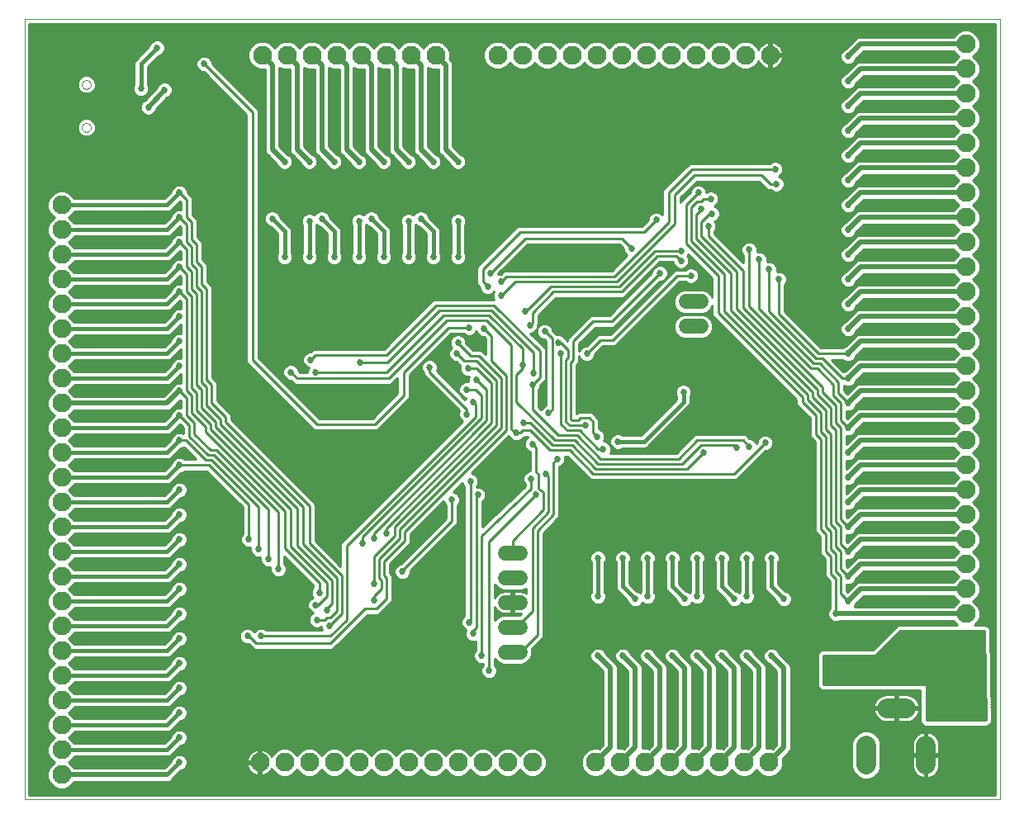
<source format=gbl>
G75*
G70*
%OFA0B0*%
%FSLAX24Y24*%
%IPPOS*%
%LPD*%
%AMOC8*
5,1,8,0,0,1.08239X$1,22.5*
%
%ADD10C,0.0000*%
%ADD11C,0.0768*%
%ADD12C,0.0787*%
%ADD13C,0.0600*%
%ADD14C,0.0100*%
%ADD15C,0.0270*%
%ADD16C,0.0200*%
%ADD17C,0.0160*%
D10*
X001581Y000967D02*
X001581Y032463D01*
X040951Y032463D01*
X040951Y000967D01*
X001581Y000967D01*
X003904Y028101D02*
X003906Y028127D01*
X003912Y028153D01*
X003922Y028178D01*
X003935Y028201D01*
X003951Y028221D01*
X003971Y028239D01*
X003993Y028254D01*
X004016Y028266D01*
X004042Y028274D01*
X004068Y028278D01*
X004094Y028278D01*
X004120Y028274D01*
X004146Y028266D01*
X004170Y028254D01*
X004191Y028239D01*
X004211Y028221D01*
X004227Y028201D01*
X004240Y028178D01*
X004250Y028153D01*
X004256Y028127D01*
X004258Y028101D01*
X004256Y028075D01*
X004250Y028049D01*
X004240Y028024D01*
X004227Y028001D01*
X004211Y027981D01*
X004191Y027963D01*
X004169Y027948D01*
X004146Y027936D01*
X004120Y027928D01*
X004094Y027924D01*
X004068Y027924D01*
X004042Y027928D01*
X004016Y027936D01*
X003992Y027948D01*
X003971Y027963D01*
X003951Y027981D01*
X003935Y028001D01*
X003922Y028024D01*
X003912Y028049D01*
X003906Y028075D01*
X003904Y028101D01*
X003904Y029833D02*
X003906Y029859D01*
X003912Y029885D01*
X003922Y029910D01*
X003935Y029933D01*
X003951Y029953D01*
X003971Y029971D01*
X003993Y029986D01*
X004016Y029998D01*
X004042Y030006D01*
X004068Y030010D01*
X004094Y030010D01*
X004120Y030006D01*
X004146Y029998D01*
X004170Y029986D01*
X004191Y029971D01*
X004211Y029953D01*
X004227Y029933D01*
X004240Y029910D01*
X004250Y029885D01*
X004256Y029859D01*
X004258Y029833D01*
X004256Y029807D01*
X004250Y029781D01*
X004240Y029756D01*
X004227Y029733D01*
X004211Y029713D01*
X004191Y029695D01*
X004169Y029680D01*
X004146Y029668D01*
X004120Y029660D01*
X004094Y029656D01*
X004068Y029656D01*
X004042Y029660D01*
X004016Y029668D01*
X003992Y029680D01*
X003971Y029695D01*
X003951Y029713D01*
X003935Y029733D01*
X003922Y029756D01*
X003912Y029781D01*
X003906Y029807D01*
X003904Y029833D01*
D11*
X003081Y024967D03*
X003081Y023967D03*
X003081Y022967D03*
X003081Y021967D03*
X003081Y020967D03*
X003081Y019967D03*
X003081Y018967D03*
X003081Y017967D03*
X003081Y016967D03*
X003081Y015967D03*
X003081Y014967D03*
X003081Y013967D03*
X003081Y012967D03*
X003081Y011967D03*
X003081Y010967D03*
X003081Y009967D03*
X003081Y008967D03*
X003081Y007967D03*
X003081Y006967D03*
X003081Y005967D03*
X003081Y004967D03*
X003081Y003967D03*
X003081Y002967D03*
X003081Y001967D03*
X011081Y002467D03*
X012081Y002467D03*
X013081Y002467D03*
X014081Y002467D03*
X015081Y002467D03*
X016081Y002467D03*
X017081Y002467D03*
X018081Y002467D03*
X019081Y002467D03*
X020081Y002467D03*
X021081Y002467D03*
X022081Y002467D03*
X024631Y002467D03*
X025631Y002467D03*
X026631Y002467D03*
X027631Y002467D03*
X028631Y002467D03*
X029631Y002467D03*
X030631Y002467D03*
X031631Y002467D03*
X039581Y008467D03*
X039581Y009467D03*
X039581Y010467D03*
X039581Y011467D03*
X039581Y012467D03*
X039581Y013467D03*
X039581Y014467D03*
X039581Y015467D03*
X039581Y016467D03*
X039581Y017467D03*
X039581Y018467D03*
X039581Y019467D03*
X039581Y020467D03*
X039581Y021467D03*
X039581Y022467D03*
X039581Y023467D03*
X039581Y024467D03*
X039581Y025467D03*
X039581Y026467D03*
X039581Y027467D03*
X039581Y028467D03*
X039581Y029467D03*
X039581Y030467D03*
X039581Y031467D03*
X031681Y031017D03*
X030681Y031017D03*
X029681Y031017D03*
X028681Y031017D03*
X027681Y031017D03*
X026681Y031017D03*
X025681Y031017D03*
X024681Y031017D03*
X023681Y031017D03*
X022681Y031017D03*
X021681Y031017D03*
X020681Y031017D03*
X018181Y031017D03*
X017181Y031017D03*
X016181Y031017D03*
X015181Y031017D03*
X014181Y031017D03*
X013181Y031017D03*
X012181Y031017D03*
X011181Y031017D03*
D12*
X036387Y004656D02*
X037175Y004656D01*
X037962Y003160D02*
X037962Y002373D01*
X035561Y002373D02*
X035561Y003160D01*
D13*
X021581Y006917D02*
X020981Y006917D01*
X020981Y007917D02*
X021581Y007917D01*
X021581Y008917D02*
X020981Y008917D01*
X020981Y009917D02*
X021581Y009917D01*
X021581Y010917D02*
X020981Y010917D01*
X028281Y020067D02*
X028881Y020067D01*
X028881Y021067D02*
X028281Y021067D01*
D14*
X027830Y021258D02*
X027411Y021258D01*
X027313Y021159D02*
X027791Y021159D01*
X027791Y021164D02*
X027791Y020969D01*
X027866Y020789D01*
X028003Y020651D01*
X028184Y020577D01*
X028978Y020577D01*
X029159Y020651D01*
X029296Y020789D01*
X029341Y020897D01*
X029341Y020569D01*
X029378Y020481D01*
X032741Y017117D01*
X032741Y016969D01*
X032778Y016881D01*
X033291Y016367D01*
X033291Y015669D01*
X033328Y015581D01*
X033491Y015417D01*
X033491Y011819D01*
X033528Y011731D01*
X033691Y011567D01*
X033691Y010919D01*
X033728Y010831D01*
X033891Y010667D01*
X033891Y010019D01*
X033928Y009931D01*
X034091Y009767D01*
X034091Y008686D01*
X034055Y008651D01*
X034006Y008531D01*
X034006Y008402D01*
X034055Y008283D01*
X034147Y008191D01*
X034266Y008142D01*
X034396Y008142D01*
X034480Y008177D01*
X039080Y008177D01*
X039095Y008142D01*
X039229Y008007D01*
X036883Y008007D01*
X036795Y007970D01*
X035832Y007007D01*
X033783Y007007D01*
X033695Y006970D01*
X033628Y006903D01*
X033591Y006814D01*
X033591Y005569D01*
X033628Y005481D01*
X033695Y005413D01*
X033783Y005377D01*
X037741Y005377D01*
X037741Y004119D01*
X037778Y004031D01*
X037845Y003963D01*
X037933Y003927D01*
X040335Y003927D01*
X040337Y003926D01*
X040383Y003927D01*
X040429Y003927D01*
X040430Y003927D01*
X040432Y003927D01*
X040474Y003946D01*
X040517Y003963D01*
X040518Y003964D01*
X040520Y003965D01*
X040552Y003998D01*
X040584Y004031D01*
X040585Y004032D01*
X040586Y004034D01*
X040603Y004076D01*
X040621Y004119D01*
X040621Y004121D01*
X040622Y004122D01*
X040621Y004168D01*
X040621Y004214D01*
X040620Y004216D01*
X040571Y007768D01*
X040571Y007814D01*
X040570Y007816D01*
X040570Y007818D01*
X040552Y007860D01*
X040534Y007903D01*
X040533Y007904D01*
X040533Y007905D01*
X040499Y007938D01*
X040467Y007970D01*
X040465Y007971D01*
X040464Y007972D01*
X040421Y007989D01*
X040379Y008007D01*
X040377Y008007D01*
X040375Y008007D01*
X040329Y008007D01*
X039933Y008007D01*
X040067Y008142D01*
X040155Y008353D01*
X040155Y008581D01*
X040067Y008792D01*
X039906Y008953D01*
X039873Y008967D01*
X039906Y008980D01*
X040067Y009142D01*
X040155Y009353D01*
X040155Y009581D01*
X040067Y009792D01*
X039906Y009953D01*
X039873Y009967D01*
X039906Y009980D01*
X040067Y010142D01*
X040155Y010353D01*
X040155Y010581D01*
X040067Y010792D01*
X039906Y010953D01*
X039873Y010967D01*
X039906Y010980D01*
X040067Y011142D01*
X040155Y011353D01*
X040155Y011581D01*
X040067Y011792D01*
X039906Y011953D01*
X039873Y011967D01*
X039906Y011980D01*
X040067Y012142D01*
X040155Y012353D01*
X040155Y012581D01*
X040067Y012792D01*
X039906Y012953D01*
X039873Y012967D01*
X039906Y012980D01*
X040067Y013142D01*
X040155Y013353D01*
X040155Y013581D01*
X040067Y013792D01*
X039906Y013953D01*
X039873Y013967D01*
X039906Y013980D01*
X040067Y014142D01*
X040155Y014353D01*
X040155Y014581D01*
X040067Y014792D01*
X039906Y014953D01*
X039873Y014967D01*
X039906Y014980D01*
X040067Y015142D01*
X040155Y015353D01*
X040155Y015581D01*
X040067Y015792D01*
X039906Y015953D01*
X039873Y015967D01*
X039906Y015980D01*
X040067Y016142D01*
X040155Y016353D01*
X040155Y016581D01*
X040067Y016792D01*
X039906Y016953D01*
X039873Y016967D01*
X039906Y016980D01*
X040067Y017142D01*
X040155Y017353D01*
X040155Y017581D01*
X040067Y017792D01*
X039906Y017953D01*
X039873Y017967D01*
X039906Y017980D01*
X040067Y018142D01*
X040155Y018353D01*
X040155Y018581D01*
X040067Y018792D01*
X039906Y018953D01*
X039873Y018967D01*
X039906Y018980D01*
X040067Y019142D01*
X040155Y019353D01*
X040155Y019581D01*
X040067Y019792D01*
X039906Y019953D01*
X039873Y019967D01*
X039906Y019980D01*
X040067Y020142D01*
X040155Y020353D01*
X040155Y020581D01*
X040067Y020792D01*
X039906Y020953D01*
X039873Y020967D01*
X039906Y020980D01*
X040067Y021142D01*
X040155Y021353D01*
X040155Y021581D01*
X040067Y021792D01*
X039906Y021953D01*
X039873Y021967D01*
X039906Y021980D01*
X040067Y022142D01*
X040155Y022353D01*
X040155Y022581D01*
X040067Y022792D01*
X039906Y022953D01*
X039873Y022967D01*
X039906Y022980D01*
X040067Y023142D01*
X040155Y023353D01*
X040155Y023581D01*
X040067Y023792D01*
X039906Y023953D01*
X039873Y023967D01*
X039906Y023980D01*
X040067Y024142D01*
X040155Y024353D01*
X040155Y024581D01*
X040067Y024792D01*
X039906Y024953D01*
X039873Y024967D01*
X039906Y024980D01*
X040067Y025142D01*
X040155Y025353D01*
X040155Y025581D01*
X040067Y025792D01*
X039906Y025953D01*
X039873Y025967D01*
X039906Y025980D01*
X040067Y026142D01*
X040155Y026353D01*
X040155Y026581D01*
X040067Y026792D01*
X039906Y026953D01*
X039873Y026967D01*
X039906Y026980D01*
X040067Y027142D01*
X040155Y027353D01*
X040155Y027581D01*
X040067Y027792D01*
X039906Y027953D01*
X039873Y027967D01*
X039906Y027980D01*
X040067Y028142D01*
X040155Y028353D01*
X040155Y028581D01*
X040067Y028792D01*
X039906Y028953D01*
X039873Y028967D01*
X039906Y028980D01*
X040067Y029142D01*
X040155Y029353D01*
X040155Y029581D01*
X040067Y029792D01*
X039906Y029953D01*
X039873Y029967D01*
X039906Y029980D01*
X040067Y030142D01*
X040155Y030353D01*
X040155Y030581D01*
X040067Y030792D01*
X039906Y030953D01*
X039873Y030967D01*
X039906Y030980D01*
X040067Y031142D01*
X040155Y031353D01*
X040155Y031581D01*
X040067Y031792D01*
X039906Y031953D01*
X039695Y032041D01*
X039467Y032041D01*
X039256Y031953D01*
X039095Y031792D01*
X039080Y031757D01*
X035273Y031757D01*
X035167Y031713D01*
X034731Y031277D01*
X034647Y031242D01*
X034555Y031151D01*
X034506Y031031D01*
X034506Y030902D01*
X034555Y030783D01*
X034647Y030691D01*
X034766Y030642D01*
X034896Y030642D01*
X035015Y030691D01*
X035107Y030783D01*
X035142Y030867D01*
X035451Y031177D01*
X039080Y031177D01*
X039095Y031142D01*
X039256Y030980D01*
X039289Y030967D01*
X039256Y030953D01*
X039095Y030792D01*
X039080Y030757D01*
X035273Y030757D01*
X035167Y030713D01*
X034731Y030277D01*
X034647Y030242D01*
X034555Y030151D01*
X034506Y030031D01*
X034506Y029902D01*
X034555Y029783D01*
X034647Y029691D01*
X034766Y029642D01*
X034896Y029642D01*
X035015Y029691D01*
X035107Y029783D01*
X035142Y029867D01*
X035451Y030177D01*
X039080Y030177D01*
X039095Y030142D01*
X039256Y029980D01*
X039289Y029967D01*
X039256Y029953D01*
X039095Y029792D01*
X039080Y029757D01*
X035273Y029757D01*
X035167Y029713D01*
X035085Y029631D01*
X035085Y029631D01*
X034731Y029277D01*
X034647Y029242D01*
X034555Y029151D01*
X034506Y029031D01*
X034506Y028902D01*
X034555Y028783D01*
X034647Y028691D01*
X034766Y028642D01*
X034896Y028642D01*
X035015Y028691D01*
X035107Y028783D01*
X035142Y028867D01*
X035451Y029177D01*
X039080Y029177D01*
X039095Y029142D01*
X039256Y028980D01*
X039289Y028967D01*
X039256Y028953D01*
X039095Y028792D01*
X039080Y028757D01*
X035273Y028757D01*
X035167Y028713D01*
X034731Y028277D01*
X034647Y028242D01*
X034555Y028151D01*
X034506Y028031D01*
X034506Y027902D01*
X034555Y027783D01*
X034647Y027691D01*
X034766Y027642D01*
X034896Y027642D01*
X035015Y027691D01*
X035107Y027783D01*
X035142Y027867D01*
X035451Y028177D01*
X039080Y028177D01*
X039095Y028142D01*
X039256Y027980D01*
X039289Y027967D01*
X039256Y027953D01*
X039095Y027792D01*
X039080Y027757D01*
X035273Y027757D01*
X035167Y027713D01*
X034731Y027277D01*
X034647Y027242D01*
X034555Y027151D01*
X034506Y027031D01*
X034506Y026902D01*
X034555Y026783D01*
X034647Y026691D01*
X034766Y026642D01*
X034896Y026642D01*
X035015Y026691D01*
X035107Y026783D01*
X035142Y026867D01*
X035451Y027177D01*
X039080Y027177D01*
X039095Y027142D01*
X039256Y026980D01*
X039289Y026967D01*
X039256Y026953D01*
X039095Y026792D01*
X039080Y026757D01*
X035273Y026757D01*
X035167Y026713D01*
X034731Y026277D01*
X034647Y026242D01*
X034555Y026151D01*
X034506Y026031D01*
X034506Y025902D01*
X034555Y025783D01*
X034647Y025691D01*
X034766Y025642D01*
X034896Y025642D01*
X035015Y025691D01*
X035107Y025783D01*
X035142Y025867D01*
X035451Y026177D01*
X039080Y026177D01*
X039095Y026142D01*
X039256Y025980D01*
X039289Y025967D01*
X039256Y025953D01*
X039095Y025792D01*
X039080Y025757D01*
X035273Y025757D01*
X035167Y025713D01*
X034731Y025277D01*
X034647Y025242D01*
X034555Y025151D01*
X034506Y025031D01*
X034506Y024902D01*
X034555Y024783D01*
X034647Y024691D01*
X034766Y024642D01*
X034896Y024642D01*
X035015Y024691D01*
X035107Y024783D01*
X035142Y024867D01*
X035451Y025177D01*
X039080Y025177D01*
X039095Y025142D01*
X039256Y024980D01*
X039289Y024967D01*
X039256Y024953D01*
X039095Y024792D01*
X039080Y024757D01*
X035273Y024757D01*
X035167Y024713D01*
X034731Y024277D01*
X034647Y024242D01*
X034555Y024151D01*
X034506Y024031D01*
X034506Y023902D01*
X034555Y023783D01*
X034647Y023691D01*
X034766Y023642D01*
X034896Y023642D01*
X035015Y023691D01*
X035107Y023783D01*
X035142Y023867D01*
X035451Y024177D01*
X039080Y024177D01*
X039095Y024142D01*
X039256Y023980D01*
X039289Y023967D01*
X039256Y023953D01*
X039095Y023792D01*
X039080Y023757D01*
X035273Y023757D01*
X035167Y023713D01*
X034731Y023277D01*
X034647Y023242D01*
X034555Y023151D01*
X034506Y023031D01*
X031427Y023031D01*
X031415Y023042D02*
X031296Y023092D01*
X031166Y023092D01*
X031149Y023084D01*
X031156Y023102D01*
X031156Y023231D01*
X031107Y023351D01*
X031015Y023442D01*
X030896Y023492D01*
X030766Y023492D01*
X030647Y023442D01*
X030555Y023351D01*
X030506Y023231D01*
X030506Y023102D01*
X030555Y022983D01*
X030591Y022947D01*
X030591Y022646D01*
X029421Y023816D01*
X029421Y023897D01*
X029457Y023933D01*
X029506Y024052D01*
X029506Y024181D01*
X029457Y024301D01*
X029445Y024312D01*
X029515Y024341D01*
X029607Y024433D01*
X029656Y024552D01*
X029656Y024681D01*
X029607Y024801D01*
X029515Y024892D01*
X029431Y024927D01*
X029465Y024941D01*
X029557Y025033D01*
X029606Y025152D01*
X029606Y025281D01*
X029557Y025401D01*
X029465Y025492D01*
X029346Y025542D01*
X029216Y025542D01*
X029106Y025496D01*
X029106Y025531D01*
X029057Y025651D01*
X028965Y025742D01*
X028846Y025792D01*
X028716Y025792D01*
X028597Y025742D01*
X028505Y025651D01*
X028456Y025531D01*
X028456Y025481D01*
X028145Y025170D01*
X028078Y025103D01*
X028071Y025087D01*
X028071Y025267D01*
X028730Y025927D01*
X031232Y025927D01*
X031545Y025613D01*
X031633Y025577D01*
X031711Y025577D01*
X031747Y025541D01*
X031866Y025492D01*
X031996Y025492D01*
X032115Y025541D01*
X032207Y025633D01*
X032256Y025752D01*
X032256Y025881D01*
X032207Y026001D01*
X032115Y026092D01*
X032031Y026127D01*
X032065Y026141D01*
X032157Y026233D01*
X032206Y026352D01*
X032206Y026481D01*
X032157Y026601D01*
X032065Y026692D01*
X031946Y026742D01*
X031816Y026742D01*
X031697Y026692D01*
X031661Y026657D01*
X028483Y026657D01*
X028395Y026620D01*
X027445Y025670D01*
X027378Y025603D01*
X027341Y025514D01*
X027341Y024566D01*
X027265Y024642D01*
X027146Y024692D01*
X027016Y024692D01*
X026897Y024642D01*
X026805Y024551D01*
X026756Y024431D01*
X026756Y024381D01*
X026482Y024107D01*
X021533Y024107D01*
X021445Y024070D01*
X019945Y022570D01*
X019878Y022503D01*
X019841Y022414D01*
X019841Y021819D01*
X019878Y021731D01*
X019956Y021652D01*
X019956Y021602D01*
X020005Y021483D01*
X020097Y021391D01*
X020216Y021342D01*
X020346Y021342D01*
X020465Y021391D01*
X020542Y021468D01*
X020506Y021381D01*
X020506Y021252D01*
X020545Y021157D01*
X018133Y021157D01*
X018045Y021120D01*
X017978Y021053D01*
X016082Y019157D01*
X013283Y019157D01*
X013195Y019120D01*
X013128Y019053D01*
X013117Y019042D01*
X013066Y019042D01*
X012947Y018992D01*
X012855Y018901D01*
X012806Y018781D01*
X012806Y018652D01*
X012855Y018533D01*
X012947Y018441D01*
X013054Y018397D01*
X013006Y018281D01*
X013006Y018207D01*
X012680Y018207D01*
X012656Y018231D01*
X012656Y018281D01*
X012607Y018401D01*
X012515Y018492D01*
X012396Y018542D01*
X012266Y018542D01*
X012147Y018492D01*
X012055Y018401D01*
X012006Y018281D01*
X012006Y018152D01*
X012055Y018033D01*
X012147Y017941D01*
X012266Y017892D01*
X012317Y017892D01*
X012445Y017763D01*
X012533Y017727D01*
X016329Y017727D01*
X016417Y017763D01*
X016484Y017831D01*
X016641Y017987D01*
X016641Y017366D01*
X015632Y016357D01*
X013480Y016357D01*
X011021Y018816D01*
X011021Y028764D01*
X010984Y028853D01*
X009156Y030681D01*
X009156Y030731D01*
X009107Y030851D01*
X009015Y030942D01*
X008896Y030992D01*
X008766Y030992D01*
X008647Y030942D01*
X008555Y030851D01*
X008506Y030731D01*
X008506Y030602D01*
X008555Y030483D01*
X008647Y030391D01*
X008766Y030342D01*
X008817Y030342D01*
X010541Y028617D01*
X010541Y018669D01*
X010578Y018581D01*
X010645Y018513D01*
X013245Y015913D01*
X013333Y015877D01*
X015779Y015877D01*
X015867Y015913D01*
X015934Y015981D01*
X017084Y017131D01*
X017121Y017219D01*
X017121Y018117D01*
X018780Y019777D01*
X019311Y019777D01*
X019347Y019741D01*
X019466Y019692D01*
X019596Y019692D01*
X019715Y019741D01*
X019807Y019833D01*
X019821Y019867D01*
X019855Y019783D01*
X019947Y019691D01*
X020066Y019642D01*
X020117Y019642D01*
X020191Y019567D01*
X020191Y018946D01*
X020134Y019003D01*
X020067Y019070D01*
X019979Y019107D01*
X019680Y019107D01*
X019406Y019381D01*
X019406Y019481D01*
X019357Y019601D01*
X019265Y019692D01*
X019146Y019742D01*
X019016Y019742D01*
X018897Y019692D01*
X018805Y019601D01*
X018756Y019481D01*
X018756Y019352D01*
X018805Y019233D01*
X018821Y019217D01*
X018755Y019151D01*
X018706Y019031D01*
X018706Y018902D01*
X018755Y018783D01*
X018847Y018691D01*
X018966Y018642D01*
X019017Y018642D01*
X019177Y018481D01*
X019156Y018431D01*
X019156Y018302D01*
X019205Y018183D01*
X019297Y018091D01*
X019416Y018042D01*
X019531Y018042D01*
X019506Y017981D01*
X019506Y017852D01*
X019513Y017834D01*
X019496Y017842D01*
X019366Y017842D01*
X019247Y017792D01*
X019155Y017701D01*
X019106Y017581D01*
X019106Y017452D01*
X019155Y017333D01*
X019247Y017241D01*
X019366Y017192D01*
X019402Y017192D01*
X019371Y017116D01*
X018221Y018266D01*
X018256Y018352D01*
X018256Y018481D01*
X018207Y018601D01*
X018115Y018692D01*
X017996Y018742D01*
X017866Y018742D01*
X017747Y018692D01*
X017655Y018601D01*
X017606Y018481D01*
X017606Y018352D01*
X017655Y018233D01*
X017691Y018197D01*
X017691Y018169D01*
X017728Y018081D01*
X017795Y018013D01*
X019141Y016667D01*
X019106Y016581D01*
X019106Y016452D01*
X019155Y016333D01*
X016286Y016333D01*
X016188Y016234D02*
X019259Y016234D01*
X019260Y016236D02*
X014378Y011353D01*
X014341Y011264D01*
X014341Y010396D01*
X013321Y011416D01*
X013321Y012864D01*
X013284Y012953D01*
X009921Y016316D01*
X009921Y016464D01*
X009884Y016553D01*
X009371Y017066D01*
X009371Y017764D01*
X009334Y017853D01*
X009171Y018016D01*
X009171Y021614D01*
X009134Y021703D01*
X008971Y021866D01*
X008971Y022514D01*
X008934Y022603D01*
X008771Y022766D01*
X008771Y023414D01*
X008734Y023503D01*
X008571Y023666D01*
X008571Y024314D01*
X008534Y024403D01*
X008371Y024566D01*
X008371Y025214D01*
X008334Y025303D01*
X008156Y025481D01*
X008156Y025531D01*
X008107Y025651D01*
X008015Y025742D01*
X007896Y025792D01*
X007766Y025792D01*
X007647Y025742D01*
X007555Y025651D01*
X007506Y025531D01*
X007506Y025524D01*
X007219Y025237D01*
X003590Y025237D01*
X003567Y025292D01*
X003406Y025453D01*
X003195Y025541D01*
X002967Y025541D01*
X002756Y025453D01*
X002595Y025292D01*
X002507Y025081D01*
X002507Y024853D01*
X002595Y024642D01*
X002756Y024480D01*
X002789Y024467D01*
X002756Y024453D01*
X002595Y024292D01*
X002507Y024081D01*
X002507Y023853D01*
X002595Y023642D01*
X002756Y023480D01*
X002789Y023467D01*
X002756Y023453D01*
X002595Y023292D01*
X002507Y023081D01*
X002507Y022853D01*
X002595Y022642D01*
X002756Y022480D01*
X002789Y022467D01*
X002756Y022453D01*
X002595Y022292D01*
X002507Y022081D01*
X002507Y021853D01*
X002595Y021642D01*
X002756Y021480D01*
X002789Y021467D01*
X002756Y021453D01*
X002595Y021292D01*
X002507Y021081D01*
X002507Y020853D01*
X002595Y020642D01*
X002756Y020480D01*
X002789Y020467D01*
X002756Y020453D01*
X002595Y020292D01*
X002507Y020081D01*
X002507Y019853D01*
X002595Y019642D01*
X002756Y019480D01*
X002789Y019467D01*
X002756Y019453D01*
X002595Y019292D01*
X002507Y019081D01*
X002507Y018853D01*
X002595Y018642D01*
X002756Y018480D01*
X002789Y018467D01*
X002756Y018453D01*
X002595Y018292D01*
X002507Y018081D01*
X002507Y017853D01*
X002595Y017642D01*
X002756Y017480D01*
X002789Y017467D01*
X002756Y017453D01*
X002595Y017292D01*
X002507Y017081D01*
X002507Y016853D01*
X002595Y016642D01*
X002756Y016480D01*
X002789Y016467D01*
X002756Y016453D01*
X002595Y016292D01*
X002507Y016081D01*
X002507Y015853D01*
X002595Y015642D01*
X002756Y015480D01*
X002789Y015467D01*
X002756Y015453D01*
X002595Y015292D01*
X002507Y015081D01*
X002507Y014853D01*
X002595Y014642D01*
X002756Y014480D01*
X002789Y014467D01*
X002756Y014453D01*
X002595Y014292D01*
X002507Y014081D01*
X002507Y013853D01*
X002595Y013642D01*
X002756Y013480D01*
X002789Y013467D01*
X002756Y013453D01*
X002595Y013292D01*
X002507Y013081D01*
X002507Y012853D01*
X002595Y012642D01*
X002756Y012480D01*
X002789Y012467D01*
X002756Y012453D01*
X002595Y012292D01*
X002507Y012081D01*
X002507Y011853D01*
X002595Y011642D01*
X002756Y011480D01*
X002789Y011467D01*
X002756Y011453D01*
X002595Y011292D01*
X002507Y011081D01*
X002507Y010853D01*
X002595Y010642D01*
X002756Y010480D01*
X002789Y010467D01*
X002756Y010453D01*
X002595Y010292D01*
X002507Y010081D01*
X002507Y009853D01*
X002595Y009642D01*
X002756Y009480D01*
X002789Y009467D01*
X002756Y009453D01*
X002595Y009292D01*
X002507Y009081D01*
X002507Y008853D01*
X002595Y008642D01*
X002756Y008480D01*
X002789Y008467D01*
X002756Y008453D01*
X002595Y008292D01*
X002507Y008081D01*
X002507Y007853D01*
X002595Y007642D01*
X002756Y007480D01*
X002789Y007467D01*
X002756Y007453D01*
X002595Y007292D01*
X002507Y007081D01*
X002507Y006853D01*
X002595Y006642D01*
X002756Y006480D01*
X002789Y006467D01*
X002756Y006453D01*
X002595Y006292D01*
X002507Y006081D01*
X002507Y005853D01*
X002595Y005642D01*
X002756Y005480D01*
X002789Y005467D01*
X002756Y005453D01*
X002595Y005292D01*
X002507Y005081D01*
X002507Y004853D01*
X002595Y004642D01*
X002756Y004480D01*
X002789Y004467D01*
X002756Y004453D01*
X002595Y004292D01*
X002507Y004081D01*
X002507Y003853D01*
X002595Y003642D01*
X002756Y003480D01*
X002789Y003467D01*
X002756Y003453D01*
X002595Y003292D01*
X002507Y003081D01*
X002507Y002853D01*
X002595Y002642D01*
X002756Y002480D01*
X002789Y002467D01*
X002756Y002453D01*
X002595Y002292D01*
X002507Y002081D01*
X002507Y001853D01*
X001771Y001853D01*
X001771Y001755D02*
X002548Y001755D01*
X002507Y001853D02*
X002595Y001642D01*
X002756Y001480D01*
X002967Y001393D01*
X003195Y001393D01*
X003406Y001480D01*
X003567Y001642D01*
X003582Y001677D01*
X007389Y001677D01*
X007495Y001721D01*
X007577Y001802D01*
X007597Y001851D01*
X007888Y002142D01*
X007896Y002142D01*
X008015Y002191D01*
X008107Y002283D01*
X008156Y002402D01*
X008156Y002531D01*
X008107Y002651D01*
X008015Y002742D01*
X007896Y002792D01*
X007766Y002792D01*
X007647Y002742D01*
X007555Y002651D01*
X007506Y002531D01*
X007506Y002524D01*
X007239Y002257D01*
X003582Y002257D01*
X003567Y002292D01*
X003406Y002453D01*
X003373Y002467D01*
X003406Y002480D01*
X003567Y002642D01*
X003590Y002697D01*
X007385Y002697D01*
X007484Y002738D01*
X007888Y003142D01*
X007896Y003142D01*
X008015Y003191D01*
X008107Y003283D01*
X008156Y003402D01*
X008156Y003531D01*
X008107Y003651D01*
X008015Y003742D01*
X007896Y003792D01*
X007766Y003792D01*
X007647Y003742D01*
X007555Y003651D01*
X007506Y003531D01*
X007506Y003524D01*
X007219Y003237D01*
X003590Y003237D01*
X003567Y003292D01*
X003406Y003453D01*
X003373Y003467D01*
X003406Y003480D01*
X003567Y003642D01*
X003590Y003697D01*
X007385Y003697D01*
X007484Y003738D01*
X007888Y004142D01*
X007896Y004142D01*
X008015Y004191D01*
X008107Y004283D01*
X008156Y004402D01*
X008156Y004531D01*
X008107Y004651D01*
X008015Y004742D01*
X007896Y004792D01*
X007766Y004792D01*
X007647Y004742D01*
X007555Y004651D01*
X007506Y004531D01*
X007506Y004524D01*
X007219Y004237D01*
X003590Y004237D01*
X003567Y004292D01*
X003406Y004453D01*
X003373Y004467D01*
X003406Y004480D01*
X003567Y004642D01*
X003590Y004697D01*
X007385Y004697D01*
X007484Y004738D01*
X007560Y004814D01*
X007888Y005142D01*
X007896Y005142D01*
X008015Y005191D01*
X008107Y005283D01*
X008156Y005402D01*
X008156Y005531D01*
X008107Y005651D01*
X008015Y005742D01*
X007896Y005792D01*
X007766Y005792D01*
X007647Y005742D01*
X007555Y005651D01*
X007506Y005531D01*
X007506Y005524D01*
X007219Y005237D01*
X003590Y005237D01*
X003567Y005292D01*
X003406Y005453D01*
X003373Y005467D01*
X003406Y005480D01*
X003567Y005642D01*
X003590Y005697D01*
X007385Y005697D01*
X007484Y005738D01*
X007888Y006142D01*
X007896Y006142D01*
X008015Y006191D01*
X008107Y006283D01*
X008156Y006402D01*
X008156Y006531D01*
X008107Y006651D01*
X008015Y006742D01*
X007896Y006792D01*
X007766Y006792D01*
X007647Y006742D01*
X007555Y006651D01*
X007506Y006531D01*
X007506Y006524D01*
X007219Y006237D01*
X003590Y006237D01*
X003567Y006292D01*
X003406Y006453D01*
X003373Y006467D01*
X003406Y006480D01*
X003567Y006642D01*
X003590Y006697D01*
X007385Y006697D01*
X007484Y006738D01*
X007888Y007142D01*
X007896Y007142D01*
X008015Y007191D01*
X008107Y007283D01*
X008156Y007402D01*
X008156Y007531D01*
X008107Y007651D01*
X008015Y007742D01*
X007896Y007792D01*
X007766Y007792D01*
X007647Y007742D01*
X007555Y007651D01*
X007506Y007531D01*
X007506Y007524D01*
X007219Y007237D01*
X003590Y007237D01*
X003567Y007292D01*
X003406Y007453D01*
X003373Y007467D01*
X003406Y007480D01*
X003567Y007642D01*
X003590Y007697D01*
X007385Y007697D01*
X007484Y007738D01*
X007888Y008142D01*
X007896Y008142D01*
X008015Y008191D01*
X008107Y008283D01*
X008156Y008402D01*
X008156Y008531D01*
X008107Y008651D01*
X008015Y008742D01*
X007896Y008792D01*
X007766Y008792D01*
X007647Y008742D01*
X007555Y008651D01*
X007506Y008531D01*
X007506Y008524D01*
X007219Y008237D01*
X003590Y008237D01*
X003567Y008292D01*
X003406Y008453D01*
X003373Y008467D01*
X003406Y008480D01*
X003567Y008642D01*
X003590Y008697D01*
X007385Y008697D01*
X007484Y008738D01*
X007888Y009142D01*
X007896Y009142D01*
X008015Y009191D01*
X008107Y009283D01*
X008156Y009402D01*
X008156Y009531D01*
X008107Y009651D01*
X008015Y009742D01*
X007896Y009792D01*
X007766Y009792D01*
X007647Y009742D01*
X007555Y009651D01*
X007506Y009531D01*
X007506Y009524D01*
X007219Y009237D01*
X003590Y009237D01*
X003567Y009292D01*
X003406Y009453D01*
X003373Y009467D01*
X003406Y009480D01*
X003567Y009642D01*
X003590Y009697D01*
X007385Y009697D01*
X007484Y009738D01*
X007888Y010142D01*
X007896Y010142D01*
X008015Y010191D01*
X008107Y010283D01*
X008156Y010402D01*
X008156Y010531D01*
X008107Y010651D01*
X008015Y010742D01*
X007896Y010792D01*
X007766Y010792D01*
X007647Y010742D01*
X007555Y010651D01*
X007506Y010531D01*
X007506Y010524D01*
X007219Y010237D01*
X003590Y010237D01*
X003567Y010292D01*
X003406Y010453D01*
X003373Y010467D01*
X003406Y010480D01*
X003567Y010642D01*
X003590Y010697D01*
X007385Y010697D01*
X007484Y010738D01*
X007888Y011142D01*
X007896Y011142D01*
X008015Y011191D01*
X008107Y011283D01*
X008156Y011402D01*
X008156Y011531D01*
X008107Y011651D01*
X008015Y011742D01*
X007896Y011792D01*
X007766Y011792D01*
X007647Y011742D01*
X007555Y011651D01*
X007506Y011531D01*
X007506Y011524D01*
X007219Y011237D01*
X003590Y011237D01*
X003567Y011292D01*
X003406Y011453D01*
X003373Y011467D01*
X003406Y011480D01*
X003567Y011642D01*
X003590Y011697D01*
X007385Y011697D01*
X007484Y011738D01*
X007888Y012142D01*
X007896Y012142D01*
X008015Y012191D01*
X008107Y012283D01*
X008156Y012402D01*
X008156Y012531D01*
X008107Y012651D01*
X008015Y012742D01*
X007896Y012792D01*
X007766Y012792D01*
X007647Y012742D01*
X007555Y012651D01*
X007506Y012531D01*
X007506Y012524D01*
X007219Y012237D01*
X003590Y012237D01*
X003567Y012292D01*
X003406Y012453D01*
X003373Y012467D01*
X003406Y012480D01*
X003567Y012642D01*
X003590Y012697D01*
X007385Y012697D01*
X007484Y012738D01*
X007888Y013142D01*
X007896Y013142D01*
X008015Y013191D01*
X008107Y013283D01*
X008156Y013402D01*
X008156Y013531D01*
X008107Y013651D01*
X008015Y013742D01*
X007896Y013792D01*
X007766Y013792D01*
X007647Y013742D01*
X007555Y013651D01*
X007506Y013531D01*
X007506Y013524D01*
X007219Y013237D01*
X003590Y013237D01*
X003567Y013292D01*
X003406Y013453D01*
X003373Y013467D01*
X003406Y013480D01*
X003567Y013642D01*
X003590Y013697D01*
X007385Y013697D01*
X007484Y013738D01*
X007888Y014142D01*
X007896Y014142D01*
X008015Y014191D01*
X008051Y014227D01*
X008932Y014227D01*
X010391Y012767D01*
X010391Y011686D01*
X010355Y011651D01*
X010306Y011531D01*
X010306Y011402D01*
X010355Y011283D01*
X010447Y011191D01*
X010566Y011142D01*
X010696Y011142D01*
X010713Y011149D01*
X010706Y011131D01*
X010706Y011002D01*
X010755Y010883D01*
X010847Y010791D01*
X010966Y010742D01*
X011096Y010742D01*
X011113Y010749D01*
X011106Y010731D01*
X011106Y010602D01*
X011155Y010483D01*
X011247Y010391D01*
X011366Y010342D01*
X011496Y010342D01*
X011513Y010349D01*
X011506Y010331D01*
X011506Y010202D01*
X011555Y010083D01*
X011647Y009991D01*
X011766Y009942D01*
X011896Y009942D01*
X012015Y009991D01*
X012107Y010083D01*
X012156Y010202D01*
X012156Y010331D01*
X012107Y010451D01*
X012071Y010486D01*
X012071Y010787D01*
X013241Y009617D01*
X013241Y009536D01*
X008154Y009536D01*
X008156Y009438D02*
X013179Y009438D01*
X013156Y009381D02*
X013156Y009252D01*
X013205Y009133D01*
X013217Y009121D01*
X013147Y009092D01*
X013055Y009001D01*
X013006Y008881D01*
X013006Y008752D01*
X013055Y008633D01*
X013147Y008541D01*
X013231Y008506D01*
X013197Y008492D01*
X013105Y008401D01*
X013056Y008281D01*
X013056Y008152D01*
X013105Y008033D01*
X013197Y007941D01*
X013316Y007892D01*
X013446Y007892D01*
X013556Y007937D01*
X013556Y007902D01*
X013595Y007807D01*
X011351Y007807D01*
X011315Y007842D01*
X011196Y007892D01*
X011066Y007892D01*
X010947Y007842D01*
X010856Y007751D01*
X010765Y007842D01*
X010646Y007892D01*
X010516Y007892D01*
X010397Y007842D01*
X010305Y007751D01*
X010256Y007631D01*
X010256Y007502D01*
X010305Y007383D01*
X010397Y007291D01*
X010516Y007242D01*
X010617Y007242D01*
X010728Y007131D01*
X010795Y007063D01*
X010883Y007027D01*
X013979Y007027D01*
X014067Y007063D01*
X015430Y008427D01*
X015829Y008427D01*
X015917Y008463D01*
X016317Y008863D01*
X016384Y008931D01*
X016421Y009019D01*
X016421Y009964D01*
X016384Y010053D01*
X016321Y010116D01*
X016321Y010467D01*
X017067Y011213D01*
X017134Y011281D01*
X017171Y011369D01*
X017171Y011667D01*
X018506Y013002D01*
X018555Y012883D01*
X018591Y012847D01*
X018591Y012316D01*
X016767Y010492D01*
X016766Y010492D01*
X016647Y010442D01*
X016555Y010351D01*
X016506Y010231D01*
X016506Y010102D01*
X016555Y009983D01*
X016647Y009891D01*
X016766Y009842D01*
X016896Y009842D01*
X017015Y009891D01*
X017107Y009983D01*
X017156Y010102D01*
X017156Y010202D01*
X018967Y012013D01*
X019034Y012081D01*
X019071Y012169D01*
X019071Y012847D01*
X019107Y012883D01*
X019156Y013002D01*
X019156Y013131D01*
X019107Y013251D01*
X019015Y013342D01*
X018896Y013392D01*
X018895Y013392D01*
X019256Y013752D01*
X019305Y013633D01*
X019341Y013597D01*
X019341Y008386D01*
X019255Y008301D01*
X019206Y008181D01*
X019206Y008052D01*
X019255Y007933D01*
X019347Y007841D01*
X019393Y007822D01*
X019356Y007731D01*
X019356Y007602D01*
X019405Y007483D01*
X019497Y007391D01*
X019616Y007342D01*
X019746Y007342D01*
X019791Y007360D01*
X019791Y006986D01*
X019755Y006951D01*
X019706Y006831D01*
X019706Y006702D01*
X019755Y006583D01*
X019847Y006491D01*
X019966Y006442D01*
X020091Y006442D01*
X020091Y006386D01*
X020055Y006351D01*
X020006Y006231D01*
X020006Y006102D01*
X020055Y005983D01*
X020147Y005891D01*
X020266Y005842D01*
X020396Y005842D01*
X020515Y005891D01*
X020607Y005983D01*
X020656Y006102D01*
X020656Y006231D01*
X020607Y006351D01*
X020571Y006386D01*
X020571Y006634D01*
X020703Y006501D01*
X020884Y006427D01*
X021678Y006427D01*
X021859Y006501D01*
X021996Y006639D01*
X022071Y006819D01*
X022071Y007014D01*
X022055Y007052D01*
X022417Y007413D01*
X022484Y007481D01*
X022521Y007569D01*
X022521Y011717D01*
X023067Y012263D01*
X023134Y012331D01*
X023171Y012419D01*
X023171Y014402D01*
X023265Y014441D01*
X023357Y014533D01*
X023406Y014652D01*
X023406Y014781D01*
X023387Y014827D01*
X023482Y014827D01*
X024328Y013981D01*
X024395Y013913D01*
X024483Y013877D01*
X030279Y013877D01*
X030367Y013913D01*
X030434Y013981D01*
X031495Y015042D01*
X031546Y015042D01*
X031665Y015091D01*
X031757Y015183D01*
X031806Y015302D01*
X031806Y015431D01*
X031757Y015551D01*
X031665Y015642D01*
X031546Y015692D01*
X031416Y015692D01*
X031297Y015642D01*
X031205Y015551D01*
X031156Y015431D01*
X031156Y015381D01*
X031127Y015352D01*
X031107Y015401D01*
X031015Y015492D01*
X030896Y015542D01*
X030845Y015542D01*
X030717Y015670D01*
X030629Y015707D01*
X028683Y015707D01*
X028595Y015670D01*
X027882Y014957D01*
X025216Y014957D01*
X025256Y015052D01*
X025256Y015181D01*
X025207Y015301D01*
X025115Y015392D01*
X024996Y015442D01*
X024960Y015442D01*
X025006Y015552D01*
X025006Y015681D01*
X024957Y015801D01*
X024865Y015892D01*
X024771Y015931D01*
X024771Y016264D01*
X024734Y016353D01*
X024667Y016420D01*
X024584Y016503D01*
X024517Y016570D01*
X024429Y016607D01*
X023983Y016607D01*
X023895Y016570D01*
X023871Y016546D01*
X023871Y018517D01*
X023934Y018581D01*
X023971Y018669D01*
X023971Y018866D01*
X024005Y018783D01*
X024097Y018691D01*
X024216Y018642D01*
X024346Y018642D01*
X024465Y018691D01*
X024557Y018783D01*
X024606Y018902D01*
X024606Y018952D01*
X024930Y019277D01*
X025379Y019277D01*
X025467Y019313D01*
X025534Y019381D01*
X028030Y021877D01*
X028261Y021877D01*
X028297Y021841D01*
X028416Y021792D01*
X028546Y021792D01*
X028665Y021841D01*
X028757Y021933D01*
X028806Y022052D01*
X028806Y022181D01*
X028757Y022301D01*
X028665Y022392D01*
X028546Y022442D01*
X028416Y022442D01*
X028297Y022392D01*
X028261Y022357D01*
X027883Y022357D01*
X027795Y022320D01*
X025232Y019757D01*
X024783Y019757D01*
X024695Y019720D01*
X024267Y019292D01*
X024216Y019292D01*
X024097Y019242D01*
X024005Y019151D01*
X023971Y019068D01*
X023971Y019367D01*
X024630Y020027D01*
X025329Y020027D01*
X025417Y020063D01*
X025484Y020131D01*
X027245Y021892D01*
X027296Y021892D01*
X027415Y021941D01*
X027507Y022033D01*
X027556Y022152D01*
X027556Y022281D01*
X027507Y022401D01*
X027415Y022492D01*
X027296Y022542D01*
X027166Y022542D01*
X027047Y022492D01*
X026955Y022401D01*
X026906Y022281D01*
X026906Y022231D01*
X025182Y020507D01*
X024483Y020507D01*
X024395Y020470D01*
X024328Y020403D01*
X023528Y019603D01*
X023491Y019514D01*
X023491Y019496D01*
X023421Y019566D01*
X023407Y019601D01*
X023315Y019692D01*
X023196Y019742D01*
X023066Y019742D01*
X023052Y019736D01*
X022906Y019881D01*
X022906Y019931D01*
X022857Y020051D01*
X022765Y020142D01*
X022646Y020192D01*
X022516Y020192D01*
X022397Y020142D01*
X022305Y020051D01*
X022256Y019931D01*
X022256Y019802D01*
X022305Y019683D01*
X022397Y019591D01*
X022516Y019542D01*
X022567Y019542D01*
X022641Y019467D01*
X022641Y016881D01*
X022547Y016842D01*
X022455Y016751D01*
X022435Y016702D01*
X022321Y016816D01*
X022321Y017497D01*
X022357Y017533D01*
X022406Y017652D01*
X022406Y017702D01*
X022584Y017881D01*
X022621Y017969D01*
X022621Y019114D01*
X022584Y019203D01*
X022517Y019270D01*
X021995Y019792D01*
X022046Y019792D01*
X022165Y019841D01*
X022257Y019933D01*
X022306Y020052D01*
X022306Y020133D01*
X022321Y020169D01*
X022321Y020517D01*
X023030Y021227D01*
X025729Y021227D01*
X025817Y021263D01*
X027230Y022677D01*
X027756Y022677D01*
X027756Y022652D01*
X027805Y022533D01*
X027897Y022441D01*
X028016Y022392D01*
X028146Y022392D01*
X028265Y022441D01*
X028357Y022533D01*
X028406Y022652D01*
X028406Y022781D01*
X028357Y022901D01*
X028341Y022917D01*
X028357Y022933D01*
X028377Y022981D01*
X029341Y022017D01*
X029341Y021237D01*
X029296Y021344D01*
X029159Y021482D01*
X028978Y021557D01*
X028184Y021557D01*
X028003Y021482D01*
X027866Y021344D01*
X027791Y021164D01*
X027791Y021061D02*
X027214Y021061D01*
X027116Y020962D02*
X027794Y020962D01*
X027835Y020864D02*
X027017Y020864D01*
X026919Y020765D02*
X027889Y020765D01*
X027988Y020667D02*
X026820Y020667D01*
X026722Y020568D02*
X029341Y020568D01*
X029341Y020667D02*
X029174Y020667D01*
X029273Y020765D02*
X029341Y020765D01*
X029327Y020864D02*
X029341Y020864D01*
X029581Y020617D02*
X032981Y017217D01*
X032981Y017017D01*
X033531Y016467D01*
X033531Y015717D01*
X033731Y015517D01*
X033731Y011867D01*
X033931Y011667D01*
X033931Y010967D01*
X034131Y010767D01*
X034131Y010067D01*
X034331Y009867D01*
X034331Y008467D01*
X034006Y008453D02*
X022521Y008453D01*
X022521Y008551D02*
X034014Y008551D01*
X034055Y008650D02*
X022521Y008650D01*
X022521Y008748D02*
X026151Y008748D01*
X026166Y008742D02*
X026296Y008742D01*
X026415Y008791D01*
X026507Y008883D01*
X026521Y008917D01*
X026547Y008891D01*
X026666Y008842D01*
X026796Y008842D01*
X026915Y008891D01*
X027007Y008983D01*
X027056Y009102D01*
X027056Y009231D01*
X027007Y009351D01*
X027001Y009356D01*
X027001Y010527D01*
X027007Y010533D01*
X027056Y010652D01*
X027056Y010781D01*
X027007Y010901D01*
X026915Y010992D01*
X026796Y011042D01*
X026666Y011042D01*
X026547Y010992D01*
X026455Y010901D01*
X026406Y010781D01*
X026406Y010652D01*
X026455Y010533D01*
X026461Y010527D01*
X026461Y009356D01*
X026455Y009351D01*
X026441Y009316D01*
X026415Y009342D01*
X026296Y009392D01*
X026288Y009392D01*
X026001Y009679D01*
X026001Y010527D01*
X026007Y010533D01*
X026056Y010652D01*
X026056Y010781D01*
X026007Y010901D01*
X025915Y010992D01*
X025796Y011042D01*
X025666Y011042D01*
X025547Y010992D01*
X025455Y010901D01*
X025406Y010781D01*
X025406Y010652D01*
X025455Y010533D01*
X025461Y010527D01*
X025461Y009513D01*
X025502Y009414D01*
X025906Y009010D01*
X025906Y009002D01*
X025955Y008883D01*
X026047Y008791D01*
X026166Y008742D01*
X026311Y008748D02*
X028151Y008748D01*
X028166Y008742D02*
X028047Y008791D01*
X027955Y008883D01*
X027906Y009002D01*
X027906Y009010D01*
X027578Y009338D01*
X027502Y009414D01*
X027461Y009513D01*
X027461Y010527D01*
X027455Y010533D01*
X027406Y010652D01*
X027406Y010781D01*
X027455Y010901D01*
X027547Y010992D01*
X027666Y011042D01*
X027796Y011042D01*
X027915Y010992D01*
X028007Y010901D01*
X028056Y010781D01*
X028056Y010652D01*
X028007Y010533D01*
X028001Y010527D01*
X028001Y009679D01*
X028288Y009392D01*
X028296Y009392D01*
X028415Y009342D01*
X028441Y009316D01*
X028455Y009351D01*
X028461Y009356D01*
X028461Y010527D01*
X028455Y010533D01*
X028406Y010652D01*
X028406Y010781D01*
X028455Y010901D01*
X028547Y010992D01*
X028666Y011042D01*
X028796Y011042D01*
X028915Y010992D01*
X029007Y010901D01*
X029056Y010781D01*
X029056Y010652D01*
X029007Y010533D01*
X029001Y010527D01*
X029001Y009356D01*
X029007Y009351D01*
X029056Y009231D01*
X029056Y009102D01*
X029007Y008983D01*
X028915Y008891D01*
X028796Y008842D01*
X028666Y008842D01*
X028547Y008891D01*
X028521Y008917D01*
X028507Y008883D01*
X028415Y008791D01*
X028296Y008742D01*
X028166Y008742D01*
X028311Y008748D02*
X030151Y008748D01*
X030166Y008742D02*
X030296Y008742D01*
X030415Y008791D01*
X030507Y008883D01*
X030521Y008917D01*
X030547Y008891D01*
X030666Y008842D01*
X030796Y008842D01*
X030915Y008891D01*
X031007Y008983D01*
X031056Y009102D01*
X031056Y009231D01*
X031007Y009351D01*
X031001Y009356D01*
X031001Y010527D01*
X031007Y010533D01*
X031056Y010652D01*
X031056Y010781D01*
X031007Y010901D01*
X030915Y010992D01*
X030796Y011042D01*
X030666Y011042D01*
X030547Y010992D01*
X030455Y010901D01*
X030406Y010781D01*
X030406Y010652D01*
X030455Y010533D01*
X030461Y010527D01*
X030461Y009356D01*
X030455Y009351D01*
X030441Y009316D01*
X030415Y009342D01*
X030296Y009392D01*
X030288Y009392D01*
X030001Y009679D01*
X030001Y010527D01*
X030007Y010533D01*
X030056Y010652D01*
X030056Y010781D01*
X030007Y010901D01*
X029915Y010992D01*
X029796Y011042D01*
X029666Y011042D01*
X029547Y010992D01*
X029455Y010901D01*
X029406Y010781D01*
X029406Y010652D01*
X029455Y010533D01*
X029461Y010527D01*
X029461Y009513D01*
X029502Y009414D01*
X029906Y009010D01*
X029906Y009002D01*
X029955Y008883D01*
X030047Y008791D01*
X030166Y008742D01*
X030311Y008748D02*
X032151Y008748D01*
X032166Y008742D02*
X032296Y008742D01*
X032415Y008791D01*
X032507Y008883D01*
X032556Y009002D01*
X032556Y009131D01*
X032507Y009251D01*
X032415Y009342D01*
X032296Y009392D01*
X032288Y009392D01*
X032001Y009679D01*
X032001Y010527D01*
X032007Y010533D01*
X032056Y010652D01*
X032056Y010781D01*
X032007Y010901D01*
X031915Y010992D01*
X031796Y011042D01*
X031666Y011042D01*
X031547Y010992D01*
X031455Y010901D01*
X031406Y010781D01*
X031406Y010652D01*
X031455Y010533D01*
X031461Y010527D01*
X031461Y009513D01*
X031502Y009414D01*
X031578Y009338D01*
X031906Y009010D01*
X031906Y009002D01*
X031955Y008883D01*
X032047Y008791D01*
X032166Y008742D01*
X032311Y008748D02*
X034091Y008748D01*
X034091Y008847D02*
X032471Y008847D01*
X032532Y008945D02*
X034091Y008945D01*
X034091Y009044D02*
X032556Y009044D01*
X032551Y009142D02*
X034091Y009142D01*
X034091Y009241D02*
X032511Y009241D01*
X032418Y009339D02*
X034091Y009339D01*
X034091Y009438D02*
X032242Y009438D01*
X032143Y009536D02*
X034091Y009536D01*
X034091Y009635D02*
X032045Y009635D01*
X032001Y009733D02*
X034091Y009733D01*
X034027Y009832D02*
X032001Y009832D01*
X032001Y009930D02*
X033928Y009930D01*
X033891Y010029D02*
X032001Y010029D01*
X032001Y010127D02*
X033891Y010127D01*
X033891Y010226D02*
X032001Y010226D01*
X032001Y010324D02*
X033891Y010324D01*
X033891Y010423D02*
X032001Y010423D01*
X032001Y010521D02*
X033891Y010521D01*
X033891Y010620D02*
X032043Y010620D01*
X032056Y010718D02*
X033840Y010718D01*
X033742Y010817D02*
X032041Y010817D01*
X031992Y010915D02*
X033693Y010915D01*
X033691Y011014D02*
X031863Y011014D01*
X031599Y011014D02*
X030863Y011014D01*
X030992Y010915D02*
X031470Y010915D01*
X031421Y010817D02*
X031041Y010817D01*
X031056Y010718D02*
X031406Y010718D01*
X031419Y010620D02*
X031043Y010620D01*
X031001Y010521D02*
X031461Y010521D01*
X031461Y010423D02*
X031001Y010423D01*
X031001Y010324D02*
X031461Y010324D01*
X031461Y010226D02*
X031001Y010226D01*
X031001Y010127D02*
X031461Y010127D01*
X031461Y010029D02*
X031001Y010029D01*
X031001Y009930D02*
X031461Y009930D01*
X031461Y009832D02*
X031001Y009832D01*
X031001Y009733D02*
X031461Y009733D01*
X031461Y009635D02*
X031001Y009635D01*
X031001Y009536D02*
X031461Y009536D01*
X031492Y009438D02*
X031001Y009438D01*
X031011Y009339D02*
X031577Y009339D01*
X031675Y009241D02*
X031052Y009241D01*
X031056Y009142D02*
X031774Y009142D01*
X031872Y009044D02*
X031032Y009044D01*
X030969Y008945D02*
X031930Y008945D01*
X031991Y008847D02*
X030808Y008847D01*
X030654Y008847D02*
X030471Y008847D01*
X029991Y008847D02*
X028808Y008847D01*
X028654Y008847D02*
X028471Y008847D01*
X027991Y008847D02*
X026808Y008847D01*
X026654Y008847D02*
X026471Y008847D01*
X026451Y009339D02*
X026418Y009339D01*
X026461Y009438D02*
X026242Y009438D01*
X026143Y009536D02*
X026461Y009536D01*
X026461Y009635D02*
X026045Y009635D01*
X026001Y009733D02*
X026461Y009733D01*
X026461Y009832D02*
X026001Y009832D01*
X026001Y009930D02*
X026461Y009930D01*
X026461Y010029D02*
X026001Y010029D01*
X026001Y010127D02*
X026461Y010127D01*
X026461Y010226D02*
X026001Y010226D01*
X026001Y010324D02*
X026461Y010324D01*
X026461Y010423D02*
X026001Y010423D01*
X026001Y010521D02*
X026461Y010521D01*
X026419Y010620D02*
X026043Y010620D01*
X026056Y010718D02*
X026406Y010718D01*
X026421Y010817D02*
X026041Y010817D01*
X025992Y010915D02*
X026470Y010915D01*
X026599Y011014D02*
X025863Y011014D01*
X025599Y011014D02*
X024863Y011014D01*
X024915Y010992D02*
X024796Y011042D01*
X024666Y011042D01*
X024547Y010992D01*
X024455Y010901D01*
X024406Y010781D01*
X024406Y010652D01*
X024455Y010533D01*
X024461Y010527D01*
X024461Y009356D01*
X024455Y009351D01*
X024406Y009231D01*
X024406Y009102D01*
X024455Y008983D01*
X024547Y008891D01*
X024666Y008842D01*
X024796Y008842D01*
X024915Y008891D01*
X025007Y008983D01*
X025056Y009102D01*
X025056Y009231D01*
X025007Y009351D01*
X025001Y009356D01*
X025001Y010527D01*
X025007Y010533D01*
X025056Y010652D01*
X025056Y010781D01*
X025007Y010901D01*
X024915Y010992D01*
X024992Y010915D02*
X025470Y010915D01*
X025421Y010817D02*
X025041Y010817D01*
X025056Y010718D02*
X025406Y010718D01*
X025419Y010620D02*
X025043Y010620D01*
X025001Y010521D02*
X025461Y010521D01*
X025461Y010423D02*
X025001Y010423D01*
X025001Y010324D02*
X025461Y010324D01*
X025461Y010226D02*
X025001Y010226D01*
X025001Y010127D02*
X025461Y010127D01*
X025461Y010029D02*
X025001Y010029D01*
X025001Y009930D02*
X025461Y009930D01*
X025461Y009832D02*
X025001Y009832D01*
X025001Y009733D02*
X025461Y009733D01*
X025461Y009635D02*
X025001Y009635D01*
X025001Y009536D02*
X025461Y009536D01*
X025492Y009438D02*
X025001Y009438D01*
X025011Y009339D02*
X025577Y009339D01*
X025675Y009241D02*
X025052Y009241D01*
X025056Y009142D02*
X025774Y009142D01*
X025872Y009044D02*
X025032Y009044D01*
X024969Y008945D02*
X025930Y008945D01*
X025991Y008847D02*
X024808Y008847D01*
X024654Y008847D02*
X022521Y008847D01*
X022521Y008945D02*
X024493Y008945D01*
X024430Y009044D02*
X022521Y009044D01*
X022521Y009142D02*
X024406Y009142D01*
X024410Y009241D02*
X022521Y009241D01*
X022521Y009339D02*
X024451Y009339D01*
X024461Y009438D02*
X022521Y009438D01*
X022521Y009536D02*
X024461Y009536D01*
X024461Y009635D02*
X022521Y009635D01*
X022521Y009733D02*
X024461Y009733D01*
X024461Y009832D02*
X022521Y009832D01*
X022521Y009930D02*
X024461Y009930D01*
X024461Y010029D02*
X022521Y010029D01*
X022521Y010127D02*
X024461Y010127D01*
X024461Y010226D02*
X022521Y010226D01*
X022521Y010324D02*
X024461Y010324D01*
X024461Y010423D02*
X022521Y010423D01*
X022521Y010521D02*
X024461Y010521D01*
X024419Y010620D02*
X022521Y010620D01*
X022521Y010718D02*
X024406Y010718D01*
X024421Y010817D02*
X022521Y010817D01*
X022521Y010915D02*
X024470Y010915D01*
X024599Y011014D02*
X022521Y011014D01*
X022521Y011112D02*
X033691Y011112D01*
X033691Y011211D02*
X022521Y011211D01*
X022521Y011309D02*
X033691Y011309D01*
X033691Y011408D02*
X022521Y011408D01*
X022521Y011506D02*
X033691Y011506D01*
X033654Y011605D02*
X022521Y011605D01*
X022521Y011703D02*
X033555Y011703D01*
X033498Y011802D02*
X022605Y011802D01*
X022704Y011900D02*
X033491Y011900D01*
X033491Y011999D02*
X022802Y011999D01*
X022901Y012097D02*
X033491Y012097D01*
X033491Y012196D02*
X022999Y012196D01*
X023098Y012294D02*
X033491Y012294D01*
X033491Y012393D02*
X023160Y012393D01*
X023171Y012491D02*
X033491Y012491D01*
X033491Y012590D02*
X023171Y012590D01*
X023171Y012688D02*
X033491Y012688D01*
X033491Y012787D02*
X023171Y012787D01*
X023171Y012885D02*
X033491Y012885D01*
X033491Y012984D02*
X023171Y012984D01*
X023171Y013082D02*
X033491Y013082D01*
X033491Y013181D02*
X023171Y013181D01*
X023171Y013279D02*
X033491Y013279D01*
X033491Y013378D02*
X023171Y013378D01*
X023171Y013476D02*
X033491Y013476D01*
X033491Y013575D02*
X023171Y013575D01*
X023171Y013673D02*
X033491Y013673D01*
X033491Y013772D02*
X023171Y013772D01*
X023171Y013870D02*
X033491Y013870D01*
X033491Y013969D02*
X030422Y013969D01*
X030521Y014067D02*
X033491Y014067D01*
X033491Y014166D02*
X030619Y014166D01*
X030718Y014264D02*
X033491Y014264D01*
X033491Y014363D02*
X030816Y014363D01*
X030915Y014461D02*
X033491Y014461D01*
X033491Y014560D02*
X031013Y014560D01*
X031112Y014658D02*
X033491Y014658D01*
X033491Y014757D02*
X031210Y014757D01*
X031309Y014855D02*
X033491Y014855D01*
X033491Y014954D02*
X031407Y014954D01*
X031571Y015052D02*
X033491Y015052D01*
X033491Y015151D02*
X031725Y015151D01*
X031784Y015249D02*
X033491Y015249D01*
X033491Y015348D02*
X031806Y015348D01*
X031800Y015446D02*
X033462Y015446D01*
X033364Y015545D02*
X031759Y015545D01*
X031663Y015643D02*
X033302Y015643D01*
X033291Y015742D02*
X027288Y015742D01*
X027386Y015840D02*
X033291Y015840D01*
X033291Y015939D02*
X027485Y015939D01*
X027583Y016037D02*
X033291Y016037D01*
X033291Y016136D02*
X027682Y016136D01*
X027780Y016234D02*
X033291Y016234D01*
X033291Y016333D02*
X027879Y016333D01*
X027977Y016431D02*
X033227Y016431D01*
X033129Y016530D02*
X028076Y016530D01*
X028174Y016628D02*
X033030Y016628D01*
X032932Y016727D02*
X028273Y016727D01*
X028371Y016825D02*
X032833Y016825D01*
X032760Y016924D02*
X028435Y016924D01*
X028451Y016963D02*
X028451Y017227D01*
X028457Y017233D01*
X028506Y017352D01*
X028506Y017481D01*
X028457Y017601D01*
X028365Y017692D01*
X028246Y017742D01*
X028116Y017742D01*
X027997Y017692D01*
X027905Y017601D01*
X027856Y017481D01*
X027856Y017352D01*
X027905Y017233D01*
X027911Y017227D01*
X027911Y017129D01*
X026469Y015687D01*
X025721Y015687D01*
X025715Y015692D01*
X025596Y015742D01*
X025466Y015742D01*
X025347Y015692D01*
X025255Y015601D01*
X025206Y015481D01*
X025206Y015352D01*
X025255Y015233D01*
X025347Y015141D01*
X025466Y015092D01*
X025596Y015092D01*
X025715Y015141D01*
X025721Y015147D01*
X026635Y015147D01*
X026734Y015188D01*
X026810Y015264D01*
X028410Y016864D01*
X028451Y016963D01*
X028451Y017022D02*
X032741Y017022D01*
X032738Y017121D02*
X028451Y017121D01*
X028451Y017219D02*
X032639Y017219D01*
X032541Y017318D02*
X028492Y017318D01*
X028506Y017416D02*
X032442Y017416D01*
X032344Y017515D02*
X028492Y017515D01*
X028444Y017613D02*
X032245Y017613D01*
X032147Y017712D02*
X028318Y017712D01*
X028044Y017712D02*
X023871Y017712D01*
X023871Y017810D02*
X032048Y017810D01*
X031950Y017909D02*
X023871Y017909D01*
X023871Y018007D02*
X031851Y018007D01*
X031753Y018106D02*
X023871Y018106D01*
X023871Y018204D02*
X031654Y018204D01*
X031556Y018303D02*
X023871Y018303D01*
X023871Y018401D02*
X031457Y018401D01*
X031359Y018500D02*
X023871Y018500D01*
X023942Y018598D02*
X031260Y018598D01*
X031162Y018697D02*
X024471Y018697D01*
X024562Y018795D02*
X031063Y018795D01*
X030965Y018894D02*
X024603Y018894D01*
X024646Y018992D02*
X030866Y018992D01*
X030768Y019091D02*
X024744Y019091D01*
X024843Y019189D02*
X030669Y019189D01*
X030571Y019288D02*
X025405Y019288D01*
X025540Y019386D02*
X030472Y019386D01*
X030374Y019485D02*
X025638Y019485D01*
X025737Y019583D02*
X028168Y019583D01*
X028184Y019577D02*
X028978Y019577D01*
X029159Y019651D01*
X029296Y019789D01*
X029371Y019969D01*
X029371Y020164D01*
X029296Y020344D01*
X029159Y020482D01*
X028978Y020557D01*
X028184Y020557D01*
X028003Y020482D01*
X027866Y020344D01*
X027791Y020164D01*
X027791Y019969D01*
X027866Y019789D01*
X028003Y019651D01*
X028184Y019577D01*
X027973Y019682D02*
X025835Y019682D01*
X025934Y019780D02*
X027874Y019780D01*
X027828Y019879D02*
X026032Y019879D01*
X026131Y019977D02*
X027791Y019977D01*
X027791Y020076D02*
X026229Y020076D01*
X026328Y020174D02*
X027795Y020174D01*
X027836Y020273D02*
X026426Y020273D01*
X026525Y020371D02*
X027893Y020371D01*
X027991Y020470D02*
X026623Y020470D01*
X026240Y020765D02*
X026119Y020765D01*
X026142Y020667D02*
X026020Y020667D01*
X026043Y020568D02*
X025922Y020568D01*
X025945Y020470D02*
X025823Y020470D01*
X025846Y020371D02*
X025725Y020371D01*
X025748Y020273D02*
X025626Y020273D01*
X025649Y020174D02*
X025528Y020174D01*
X025484Y020131D02*
X025484Y020131D01*
X025429Y020076D02*
X025551Y020076D01*
X025452Y019977D02*
X024581Y019977D01*
X024482Y019879D02*
X025354Y019879D01*
X025255Y019780D02*
X024384Y019780D01*
X024285Y019682D02*
X024657Y019682D01*
X024558Y019583D02*
X024187Y019583D01*
X024088Y019485D02*
X024460Y019485D01*
X024361Y019386D02*
X023990Y019386D01*
X023971Y019288D02*
X024207Y019288D01*
X024044Y019189D02*
X023971Y019189D01*
X023971Y019091D02*
X023981Y019091D01*
X023971Y018795D02*
X024000Y018795D01*
X023971Y018697D02*
X024091Y018697D01*
X024281Y018967D02*
X024831Y019517D01*
X025331Y019517D01*
X027931Y022117D01*
X028481Y022117D01*
X028716Y022341D02*
X029017Y022341D01*
X029116Y022243D02*
X028781Y022243D01*
X028806Y022144D02*
X029214Y022144D01*
X029313Y022046D02*
X028803Y022046D01*
X028763Y021947D02*
X029341Y021947D01*
X029341Y021849D02*
X028673Y021849D01*
X028289Y021849D02*
X028002Y021849D01*
X027904Y021750D02*
X029341Y021750D01*
X029341Y021652D02*
X027805Y021652D01*
X027707Y021553D02*
X028175Y021553D01*
X027976Y021455D02*
X027608Y021455D01*
X027510Y021356D02*
X027878Y021356D01*
X027324Y021849D02*
X027202Y021849D01*
X027225Y021750D02*
X027104Y021750D01*
X027127Y021652D02*
X027005Y021652D01*
X027028Y021553D02*
X026907Y021553D01*
X026930Y021455D02*
X026808Y021455D01*
X026831Y021356D02*
X026710Y021356D01*
X026733Y021258D02*
X026611Y021258D01*
X026634Y021159D02*
X026513Y021159D01*
X026536Y021061D02*
X026414Y021061D01*
X026437Y020962D02*
X026316Y020962D01*
X026339Y020864D02*
X026217Y020864D01*
X025834Y021159D02*
X022963Y021159D01*
X022864Y021061D02*
X025736Y021061D01*
X025637Y020962D02*
X022766Y020962D01*
X022667Y020864D02*
X025539Y020864D01*
X025440Y020765D02*
X022569Y020765D01*
X022470Y020667D02*
X025342Y020667D01*
X025243Y020568D02*
X022372Y020568D01*
X022321Y020470D02*
X024395Y020470D01*
X024296Y020371D02*
X022321Y020371D01*
X022321Y020273D02*
X024198Y020273D01*
X024099Y020174D02*
X022688Y020174D01*
X022832Y020076D02*
X024001Y020076D01*
X023902Y019977D02*
X022887Y019977D01*
X022908Y019879D02*
X023804Y019879D01*
X023705Y019780D02*
X023007Y019780D01*
X022881Y019567D02*
X022581Y019867D01*
X022256Y019879D02*
X022203Y019879D01*
X022265Y019780D02*
X022007Y019780D01*
X022105Y019682D02*
X022306Y019682D01*
X022204Y019583D02*
X022416Y019583D01*
X022302Y019485D02*
X022624Y019485D01*
X022641Y019386D02*
X022401Y019386D01*
X022499Y019288D02*
X022641Y019288D01*
X022641Y019189D02*
X022590Y019189D01*
X022621Y019091D02*
X022641Y019091D01*
X022641Y018992D02*
X022621Y018992D01*
X022621Y018894D02*
X022641Y018894D01*
X022641Y018795D02*
X022621Y018795D01*
X022621Y018697D02*
X022641Y018697D01*
X022641Y018598D02*
X022621Y018598D01*
X022621Y018500D02*
X022641Y018500D01*
X022641Y018401D02*
X022621Y018401D01*
X022621Y018303D02*
X022641Y018303D01*
X022641Y018204D02*
X022621Y018204D01*
X022621Y018106D02*
X022641Y018106D01*
X022641Y018007D02*
X022621Y018007D01*
X022641Y017909D02*
X022596Y017909D01*
X022641Y017810D02*
X022514Y017810D01*
X022415Y017712D02*
X022641Y017712D01*
X022641Y017613D02*
X022390Y017613D01*
X022339Y017515D02*
X022641Y017515D01*
X022641Y017416D02*
X022321Y017416D01*
X022321Y017318D02*
X022641Y017318D01*
X022641Y017219D02*
X022321Y017219D01*
X022321Y017121D02*
X022641Y017121D01*
X022641Y017022D02*
X022321Y017022D01*
X022321Y016924D02*
X022641Y016924D01*
X022530Y016825D02*
X022321Y016825D01*
X022410Y016727D02*
X022446Y016727D01*
X022731Y016567D02*
X022881Y016717D01*
X022881Y019567D01*
X023131Y019417D02*
X023231Y019417D01*
X023531Y019117D01*
X023531Y018817D01*
X023431Y018717D01*
X023431Y016217D01*
X023581Y016067D01*
X024231Y016067D01*
X023981Y015867D02*
X023481Y015867D01*
X023231Y016117D01*
X023231Y018967D01*
X023631Y018617D02*
X023731Y018717D01*
X023731Y019467D01*
X024531Y020267D01*
X025281Y020267D01*
X027231Y022217D01*
X027531Y022341D02*
X027846Y022341D01*
X027900Y022440D02*
X027468Y022440D01*
X027304Y022538D02*
X027803Y022538D01*
X027762Y022637D02*
X027190Y022637D01*
X027158Y022538D02*
X027092Y022538D01*
X026994Y022440D02*
X026993Y022440D01*
X026931Y022341D02*
X026895Y022341D01*
X026906Y022243D02*
X026796Y022243D01*
X026819Y022144D02*
X026698Y022144D01*
X026721Y022046D02*
X026599Y022046D01*
X026622Y021947D02*
X026501Y021947D01*
X026524Y021849D02*
X026402Y021849D01*
X026425Y021750D02*
X026304Y021750D01*
X026327Y021652D02*
X026205Y021652D01*
X026228Y021553D02*
X026107Y021553D01*
X026130Y021455D02*
X026008Y021455D01*
X026031Y021356D02*
X025910Y021356D01*
X025933Y021258D02*
X025804Y021258D01*
X025681Y021467D02*
X027131Y022917D01*
X027881Y022917D01*
X028081Y022717D01*
X028384Y022834D02*
X028525Y022834D01*
X028623Y022735D02*
X028406Y022735D01*
X028400Y022637D02*
X028722Y022637D01*
X028820Y022538D02*
X028359Y022538D01*
X028412Y022440D02*
X028262Y022440D01*
X028550Y022440D02*
X028919Y022440D01*
X028426Y022932D02*
X028356Y022932D01*
X028081Y023117D02*
X027031Y023117D01*
X025581Y021667D01*
X022831Y021667D01*
X021931Y020767D01*
X021881Y020767D01*
X021781Y020667D01*
X022081Y020617D02*
X022931Y021467D01*
X025681Y021467D01*
X025481Y021867D02*
X021381Y021867D01*
X020831Y021317D01*
X020536Y021455D02*
X020529Y021455D01*
X020506Y021356D02*
X020381Y021356D01*
X020506Y021258D02*
X011021Y021258D01*
X011021Y021356D02*
X020181Y021356D01*
X020033Y021455D02*
X011021Y021455D01*
X011021Y021553D02*
X019976Y021553D01*
X019956Y021652D02*
X011021Y021652D01*
X011021Y021750D02*
X019869Y021750D01*
X019841Y021849D02*
X011021Y021849D01*
X011021Y021947D02*
X019841Y021947D01*
X019841Y022046D02*
X011021Y022046D01*
X011021Y022144D02*
X019841Y022144D01*
X019841Y022243D02*
X011021Y022243D01*
X011021Y022341D02*
X019841Y022341D01*
X019851Y022440D02*
X011021Y022440D01*
X011021Y022538D02*
X019913Y022538D01*
X020012Y022637D02*
X019311Y022637D01*
X019357Y022683D02*
X019406Y022802D01*
X019406Y022931D01*
X019357Y023051D01*
X019351Y023056D01*
X019351Y024127D01*
X019357Y024133D01*
X019406Y024252D01*
X019406Y024381D01*
X019357Y024501D01*
X019265Y024592D01*
X019146Y024642D01*
X019016Y024642D01*
X018897Y024592D01*
X018805Y024501D01*
X018756Y024381D01*
X018756Y024252D01*
X018805Y024133D01*
X018811Y024127D01*
X018811Y023056D01*
X018805Y023051D01*
X018756Y022931D01*
X018756Y022802D01*
X018805Y022683D01*
X018897Y022591D01*
X019016Y022542D01*
X019146Y022542D01*
X019265Y022591D01*
X019357Y022683D01*
X019378Y022735D02*
X020110Y022735D01*
X020209Y022834D02*
X019406Y022834D01*
X019406Y022932D02*
X020307Y022932D01*
X020406Y023031D02*
X019365Y023031D01*
X019351Y023129D02*
X020504Y023129D01*
X020603Y023228D02*
X019351Y023228D01*
X019351Y023326D02*
X020701Y023326D01*
X020800Y023425D02*
X019351Y023425D01*
X019351Y023523D02*
X020898Y023523D01*
X020997Y023622D02*
X019351Y023622D01*
X019351Y023720D02*
X021095Y023720D01*
X021194Y023819D02*
X019351Y023819D01*
X019351Y023917D02*
X021292Y023917D01*
X021391Y024016D02*
X019351Y024016D01*
X019351Y024114D02*
X026489Y024114D01*
X026588Y024213D02*
X019390Y024213D01*
X019406Y024311D02*
X026686Y024311D01*
X026756Y024410D02*
X019394Y024410D01*
X019349Y024508D02*
X026788Y024508D01*
X026861Y024607D02*
X019230Y024607D01*
X018932Y024607D02*
X017851Y024607D01*
X017857Y024601D02*
X017765Y024692D01*
X017646Y024742D01*
X017516Y024742D01*
X017397Y024692D01*
X017305Y024601D01*
X017291Y024566D01*
X017265Y024592D01*
X017146Y024642D01*
X017016Y024642D01*
X016897Y024592D01*
X016805Y024501D01*
X016756Y024381D01*
X016756Y024252D01*
X016805Y024133D01*
X016811Y024127D01*
X016811Y023056D01*
X016805Y023051D01*
X016756Y022931D01*
X016756Y022802D01*
X016805Y022683D01*
X016897Y022591D01*
X017016Y022542D01*
X017146Y022542D01*
X017265Y022591D01*
X017357Y022683D01*
X017406Y022802D01*
X017406Y022931D01*
X017357Y023051D01*
X017351Y023056D01*
X017351Y024127D01*
X017357Y024133D01*
X017371Y024167D01*
X017397Y024141D01*
X017516Y024092D01*
X017524Y024092D01*
X017811Y023805D01*
X017811Y023056D01*
X017805Y023051D01*
X017756Y022931D01*
X017756Y022802D01*
X017805Y022683D01*
X017897Y022591D01*
X018016Y022542D01*
X018146Y022542D01*
X018265Y022591D01*
X018357Y022683D01*
X018406Y022802D01*
X018406Y022931D01*
X018357Y023051D01*
X018351Y023056D01*
X018351Y023970D01*
X018310Y024070D01*
X017906Y024474D01*
X017906Y024481D01*
X017857Y024601D01*
X017895Y024508D02*
X018813Y024508D01*
X018768Y024410D02*
X017970Y024410D01*
X018068Y024311D02*
X018756Y024311D01*
X018772Y024213D02*
X018167Y024213D01*
X018265Y024114D02*
X018811Y024114D01*
X018811Y024016D02*
X018332Y024016D01*
X018351Y023917D02*
X018811Y023917D01*
X018811Y023819D02*
X018351Y023819D01*
X018351Y023720D02*
X018811Y023720D01*
X018811Y023622D02*
X018351Y023622D01*
X018351Y023523D02*
X018811Y023523D01*
X018811Y023425D02*
X018351Y023425D01*
X018351Y023326D02*
X018811Y023326D01*
X018811Y023228D02*
X018351Y023228D01*
X018351Y023129D02*
X018811Y023129D01*
X018797Y023031D02*
X018365Y023031D01*
X018406Y022932D02*
X018756Y022932D01*
X018756Y022834D02*
X018406Y022834D01*
X018378Y022735D02*
X018784Y022735D01*
X018851Y022637D02*
X018311Y022637D01*
X017851Y022637D02*
X017311Y022637D01*
X017378Y022735D02*
X017784Y022735D01*
X017756Y022834D02*
X017406Y022834D01*
X017406Y022932D02*
X017756Y022932D01*
X017797Y023031D02*
X017365Y023031D01*
X017351Y023129D02*
X017811Y023129D01*
X017811Y023228D02*
X017351Y023228D01*
X017351Y023326D02*
X017811Y023326D01*
X017811Y023425D02*
X017351Y023425D01*
X017351Y023523D02*
X017811Y023523D01*
X017811Y023622D02*
X017351Y023622D01*
X017351Y023720D02*
X017811Y023720D01*
X017797Y023819D02*
X017351Y023819D01*
X017351Y023917D02*
X017699Y023917D01*
X017600Y024016D02*
X017351Y024016D01*
X017351Y024114D02*
X017462Y024114D01*
X016811Y024114D02*
X016265Y024114D01*
X016234Y024146D02*
X015906Y024474D01*
X015906Y024481D01*
X015857Y024601D01*
X015765Y024692D01*
X015646Y024742D01*
X015516Y024742D01*
X015397Y024692D01*
X015305Y024601D01*
X015291Y024566D01*
X015265Y024592D01*
X015146Y024642D01*
X015016Y024642D01*
X014897Y024592D01*
X014805Y024501D01*
X014756Y024381D01*
X014756Y024252D01*
X014805Y024133D01*
X014811Y024127D01*
X014811Y023056D01*
X014805Y023051D01*
X014756Y022931D01*
X014756Y022802D01*
X014805Y022683D01*
X014897Y022591D01*
X015016Y022542D01*
X015146Y022542D01*
X015265Y022591D01*
X015357Y022683D01*
X015406Y022802D01*
X015406Y022931D01*
X015357Y023051D01*
X015351Y023056D01*
X015351Y024127D01*
X015357Y024133D01*
X015371Y024167D01*
X015397Y024141D01*
X015516Y024092D01*
X015524Y024092D01*
X015811Y023805D01*
X015811Y023056D01*
X015805Y023051D01*
X015756Y022931D01*
X015756Y022802D01*
X015805Y022683D01*
X015897Y022591D01*
X016016Y022542D01*
X016146Y022542D01*
X016265Y022591D01*
X016357Y022683D01*
X016406Y022802D01*
X016406Y022931D01*
X016357Y023051D01*
X016351Y023056D01*
X016351Y023970D01*
X016310Y024070D01*
X016234Y024146D01*
X016167Y024213D02*
X016772Y024213D01*
X016756Y024311D02*
X016068Y024311D01*
X015970Y024410D02*
X016768Y024410D01*
X016813Y024508D02*
X015895Y024508D01*
X015851Y024607D02*
X016932Y024607D01*
X017230Y024607D02*
X017311Y024607D01*
X017428Y024705D02*
X015734Y024705D01*
X015428Y024705D02*
X013734Y024705D01*
X013765Y024692D02*
X013646Y024742D01*
X013516Y024742D01*
X013397Y024692D01*
X013305Y024601D01*
X013291Y024566D01*
X013265Y024592D01*
X013146Y024642D01*
X013016Y024642D01*
X012897Y024592D01*
X012805Y024501D01*
X012756Y024381D01*
X012756Y024252D01*
X012805Y024133D01*
X012811Y024127D01*
X012811Y023056D01*
X012805Y023051D01*
X012756Y022931D01*
X012756Y022802D01*
X012805Y022683D01*
X012897Y022591D01*
X013016Y022542D01*
X013146Y022542D01*
X013265Y022591D01*
X013357Y022683D01*
X013406Y022802D01*
X013406Y022931D01*
X013357Y023051D01*
X013351Y023056D01*
X013351Y024127D01*
X013357Y024133D01*
X013371Y024167D01*
X013397Y024141D01*
X013516Y024092D01*
X013524Y024092D01*
X013811Y023805D01*
X013811Y023056D01*
X013805Y023051D01*
X013756Y022931D01*
X013756Y022802D01*
X013805Y022683D01*
X013897Y022591D01*
X014016Y022542D01*
X014146Y022542D01*
X014265Y022591D01*
X014357Y022683D01*
X014406Y022802D01*
X014406Y022931D01*
X014357Y023051D01*
X014351Y023056D01*
X014351Y023970D01*
X014310Y024070D01*
X013906Y024474D01*
X013906Y024481D01*
X013857Y024601D01*
X013765Y024692D01*
X013851Y024607D02*
X014932Y024607D01*
X014813Y024508D02*
X013895Y024508D01*
X013970Y024410D02*
X014768Y024410D01*
X014756Y024311D02*
X014068Y024311D01*
X014167Y024213D02*
X014772Y024213D01*
X014811Y024114D02*
X014265Y024114D01*
X014332Y024016D02*
X014811Y024016D01*
X014811Y023917D02*
X014351Y023917D01*
X014351Y023819D02*
X014811Y023819D01*
X014811Y023720D02*
X014351Y023720D01*
X014351Y023622D02*
X014811Y023622D01*
X014811Y023523D02*
X014351Y023523D01*
X014351Y023425D02*
X014811Y023425D01*
X014811Y023326D02*
X014351Y023326D01*
X014351Y023228D02*
X014811Y023228D01*
X014811Y023129D02*
X014351Y023129D01*
X014365Y023031D02*
X014797Y023031D01*
X014756Y022932D02*
X014406Y022932D01*
X014406Y022834D02*
X014756Y022834D01*
X014784Y022735D02*
X014378Y022735D01*
X014311Y022637D02*
X014851Y022637D01*
X015311Y022637D02*
X015851Y022637D01*
X015784Y022735D02*
X015378Y022735D01*
X015406Y022834D02*
X015756Y022834D01*
X015756Y022932D02*
X015406Y022932D01*
X015365Y023031D02*
X015797Y023031D01*
X015811Y023129D02*
X015351Y023129D01*
X015351Y023228D02*
X015811Y023228D01*
X015811Y023326D02*
X015351Y023326D01*
X015351Y023425D02*
X015811Y023425D01*
X015811Y023523D02*
X015351Y023523D01*
X015351Y023622D02*
X015811Y023622D01*
X015811Y023720D02*
X015351Y023720D01*
X015351Y023819D02*
X015797Y023819D01*
X015699Y023917D02*
X015351Y023917D01*
X015351Y024016D02*
X015600Y024016D01*
X015462Y024114D02*
X015351Y024114D01*
X015311Y024607D02*
X015230Y024607D01*
X016332Y024016D02*
X016811Y024016D01*
X016811Y023917D02*
X016351Y023917D01*
X016351Y023819D02*
X016811Y023819D01*
X016811Y023720D02*
X016351Y023720D01*
X016351Y023622D02*
X016811Y023622D01*
X016811Y023523D02*
X016351Y023523D01*
X016351Y023425D02*
X016811Y023425D01*
X016811Y023326D02*
X016351Y023326D01*
X016351Y023228D02*
X016811Y023228D01*
X016811Y023129D02*
X016351Y023129D01*
X016365Y023031D02*
X016797Y023031D01*
X016756Y022932D02*
X016406Y022932D01*
X016406Y022834D02*
X016756Y022834D01*
X016784Y022735D02*
X016378Y022735D01*
X016311Y022637D02*
X016851Y022637D01*
X017986Y021061D02*
X011021Y021061D01*
X011021Y021159D02*
X020544Y021159D01*
X020531Y020917D02*
X022381Y019067D01*
X022381Y018017D01*
X022081Y017717D01*
X022081Y016717D01*
X023131Y015667D01*
X023881Y015667D01*
X024831Y014717D01*
X027981Y014717D01*
X028731Y015467D01*
X030581Y015467D01*
X030831Y015217D01*
X031061Y015446D02*
X031162Y015446D01*
X031203Y015545D02*
X030842Y015545D01*
X030744Y015643D02*
X031299Y015643D01*
X031481Y015367D02*
X030231Y014117D01*
X024531Y014117D01*
X023581Y015067D01*
X022781Y015067D01*
X021981Y015867D01*
X021681Y015867D01*
X021581Y015767D01*
X021431Y015767D01*
X021381Y015767D01*
X021231Y015917D01*
X021231Y019317D01*
X020231Y020317D01*
X018631Y020317D01*
X016281Y017967D01*
X012581Y017967D01*
X012331Y018217D01*
X012006Y018204D02*
X011633Y018204D01*
X011731Y018106D02*
X012025Y018106D01*
X012081Y018007D02*
X011830Y018007D01*
X011928Y017909D02*
X012225Y017909D01*
X012398Y017810D02*
X012027Y017810D01*
X012125Y017712D02*
X016641Y017712D01*
X016641Y017810D02*
X016464Y017810D01*
X016562Y017909D02*
X016641Y017909D01*
X016641Y017613D02*
X012224Y017613D01*
X012322Y017515D02*
X016641Y017515D01*
X016641Y017416D02*
X012421Y017416D01*
X012519Y017318D02*
X016593Y017318D01*
X016494Y017219D02*
X012618Y017219D01*
X012716Y017121D02*
X016396Y017121D01*
X016297Y017022D02*
X012815Y017022D01*
X012913Y016924D02*
X016199Y016924D01*
X016100Y016825D02*
X013012Y016825D01*
X013110Y016727D02*
X016002Y016727D01*
X015903Y016628D02*
X013209Y016628D01*
X013307Y016530D02*
X015805Y016530D01*
X015706Y016431D02*
X013406Y016431D01*
X013381Y016117D02*
X010781Y018717D01*
X010781Y028717D01*
X008831Y030667D01*
X009047Y030911D02*
X010607Y030911D01*
X010607Y030903D02*
X010695Y030692D01*
X010856Y030530D01*
X011067Y030443D01*
X011291Y030443D01*
X011291Y027159D01*
X011335Y027052D01*
X011417Y026971D01*
X011021Y026971D01*
X011021Y027069D02*
X011328Y027069D01*
X011291Y027168D02*
X011021Y027168D01*
X011021Y027266D02*
X011291Y027266D01*
X011291Y027365D02*
X011021Y027365D01*
X011021Y027463D02*
X011291Y027463D01*
X011291Y027562D02*
X011021Y027562D01*
X011021Y027660D02*
X011291Y027660D01*
X011291Y027759D02*
X011021Y027759D01*
X011021Y027857D02*
X011291Y027857D01*
X011291Y027956D02*
X011021Y027956D01*
X011021Y028054D02*
X011291Y028054D01*
X011291Y028153D02*
X011021Y028153D01*
X011021Y028251D02*
X011291Y028251D01*
X011291Y028350D02*
X011021Y028350D01*
X011021Y028448D02*
X011291Y028448D01*
X011291Y028547D02*
X011021Y028547D01*
X011021Y028645D02*
X011291Y028645D01*
X011291Y028744D02*
X011021Y028744D01*
X010989Y028842D02*
X011291Y028842D01*
X011291Y028941D02*
X010896Y028941D01*
X010798Y029039D02*
X011291Y029039D01*
X011291Y029138D02*
X010699Y029138D01*
X010601Y029236D02*
X011291Y029236D01*
X011291Y029335D02*
X010502Y029335D01*
X010404Y029433D02*
X011291Y029433D01*
X011291Y029532D02*
X010305Y029532D01*
X010207Y029630D02*
X011291Y029630D01*
X011291Y029729D02*
X010108Y029729D01*
X010010Y029827D02*
X011291Y029827D01*
X011291Y029926D02*
X009911Y029926D01*
X009813Y030024D02*
X011291Y030024D01*
X011291Y030123D02*
X009714Y030123D01*
X009616Y030221D02*
X011291Y030221D01*
X011291Y030320D02*
X009517Y030320D01*
X009419Y030418D02*
X011291Y030418D01*
X010888Y030517D02*
X009320Y030517D01*
X009222Y030615D02*
X010771Y030615D01*
X010685Y030714D02*
X009156Y030714D01*
X009122Y030812D02*
X010645Y030812D01*
X010607Y030903D02*
X010607Y031131D01*
X010695Y031342D01*
X010856Y031503D01*
X011067Y031591D01*
X011295Y031591D01*
X011506Y031503D01*
X011667Y031342D01*
X011681Y031309D01*
X011695Y031342D01*
X011856Y031503D01*
X012067Y031591D01*
X012295Y031591D01*
X012506Y031503D01*
X012667Y031342D01*
X012681Y031309D01*
X012695Y031342D01*
X012856Y031503D01*
X013067Y031591D01*
X013295Y031591D01*
X013506Y031503D01*
X013667Y031342D01*
X013681Y031309D01*
X013695Y031342D01*
X013856Y031503D01*
X014067Y031591D01*
X014295Y031591D01*
X014506Y031503D01*
X014667Y031342D01*
X014681Y031309D01*
X014695Y031342D01*
X014856Y031503D01*
X015067Y031591D01*
X015295Y031591D01*
X015506Y031503D01*
X015667Y031342D01*
X015681Y031309D01*
X015695Y031342D01*
X015856Y031503D01*
X016067Y031591D01*
X016295Y031591D01*
X016506Y031503D01*
X016667Y031342D01*
X016681Y031309D01*
X016695Y031342D01*
X016856Y031503D01*
X017067Y031591D01*
X017295Y031591D01*
X017506Y031503D01*
X017667Y031342D01*
X017681Y031309D01*
X017695Y031342D01*
X017856Y031503D01*
X018067Y031591D01*
X018295Y031591D01*
X018506Y031503D01*
X018667Y031342D01*
X018755Y031131D01*
X018755Y030903D01*
X018740Y030867D01*
X018827Y030781D01*
X018871Y030674D01*
X018871Y027337D01*
X019181Y027027D01*
X019265Y026992D01*
X019357Y026901D01*
X019406Y026781D01*
X019406Y026652D01*
X019357Y026533D01*
X019265Y026441D01*
X019146Y026392D01*
X019016Y026392D01*
X018897Y026441D01*
X018805Y026533D01*
X018770Y026617D01*
X018417Y026971D01*
X018287Y026971D01*
X018265Y026992D02*
X018181Y027027D01*
X017871Y027337D01*
X017871Y030524D01*
X018067Y030443D01*
X018291Y030443D01*
X018291Y027159D01*
X018335Y027052D01*
X018417Y026971D01*
X018357Y026901D02*
X018265Y026992D01*
X018328Y027069D02*
X018139Y027069D01*
X018040Y027168D02*
X018291Y027168D01*
X018291Y027266D02*
X017942Y027266D01*
X017871Y027365D02*
X018291Y027365D01*
X018291Y027463D02*
X017871Y027463D01*
X017871Y027562D02*
X018291Y027562D01*
X018291Y027660D02*
X017871Y027660D01*
X017871Y027759D02*
X018291Y027759D01*
X018291Y027857D02*
X017871Y027857D01*
X017871Y027956D02*
X018291Y027956D01*
X018291Y028054D02*
X017871Y028054D01*
X017871Y028153D02*
X018291Y028153D01*
X018291Y028251D02*
X017871Y028251D01*
X017871Y028350D02*
X018291Y028350D01*
X018291Y028448D02*
X017871Y028448D01*
X017871Y028547D02*
X018291Y028547D01*
X018291Y028645D02*
X017871Y028645D01*
X017871Y028744D02*
X018291Y028744D01*
X018291Y028842D02*
X017871Y028842D01*
X017871Y028941D02*
X018291Y028941D01*
X018291Y029039D02*
X017871Y029039D01*
X017871Y029138D02*
X018291Y029138D01*
X018291Y029236D02*
X017871Y029236D01*
X017871Y029335D02*
X018291Y029335D01*
X018291Y029433D02*
X017871Y029433D01*
X017871Y029532D02*
X018291Y029532D01*
X018291Y029630D02*
X017871Y029630D01*
X017871Y029729D02*
X018291Y029729D01*
X018291Y029827D02*
X017871Y029827D01*
X017871Y029926D02*
X018291Y029926D01*
X018291Y030024D02*
X017871Y030024D01*
X017871Y030123D02*
X018291Y030123D01*
X018291Y030221D02*
X017871Y030221D01*
X017871Y030320D02*
X018291Y030320D01*
X018291Y030418D02*
X017871Y030418D01*
X017871Y030517D02*
X017888Y030517D01*
X017291Y030443D02*
X017291Y027159D01*
X017335Y027052D01*
X017417Y026971D01*
X017287Y026971D01*
X017265Y026992D02*
X017181Y027027D01*
X016871Y027337D01*
X016871Y030524D01*
X017067Y030443D01*
X017291Y030443D01*
X017291Y030418D02*
X016871Y030418D01*
X016871Y030320D02*
X017291Y030320D01*
X017291Y030221D02*
X016871Y030221D01*
X016871Y030123D02*
X017291Y030123D01*
X017291Y030024D02*
X016871Y030024D01*
X016871Y029926D02*
X017291Y029926D01*
X017291Y029827D02*
X016871Y029827D01*
X016871Y029729D02*
X017291Y029729D01*
X017291Y029630D02*
X016871Y029630D01*
X016871Y029532D02*
X017291Y029532D01*
X017291Y029433D02*
X016871Y029433D01*
X016871Y029335D02*
X017291Y029335D01*
X017291Y029236D02*
X016871Y029236D01*
X016871Y029138D02*
X017291Y029138D01*
X017291Y029039D02*
X016871Y029039D01*
X016871Y028941D02*
X017291Y028941D01*
X017291Y028842D02*
X016871Y028842D01*
X016871Y028744D02*
X017291Y028744D01*
X017291Y028645D02*
X016871Y028645D01*
X016871Y028547D02*
X017291Y028547D01*
X017291Y028448D02*
X016871Y028448D01*
X016871Y028350D02*
X017291Y028350D01*
X017291Y028251D02*
X016871Y028251D01*
X016871Y028153D02*
X017291Y028153D01*
X017291Y028054D02*
X016871Y028054D01*
X016871Y027956D02*
X017291Y027956D01*
X017291Y027857D02*
X016871Y027857D01*
X016871Y027759D02*
X017291Y027759D01*
X017291Y027660D02*
X016871Y027660D01*
X016871Y027562D02*
X017291Y027562D01*
X017291Y027463D02*
X016871Y027463D01*
X016871Y027365D02*
X017291Y027365D01*
X017291Y027266D02*
X016942Y027266D01*
X017040Y027168D02*
X017291Y027168D01*
X017328Y027069D02*
X017139Y027069D01*
X017265Y026992D02*
X017357Y026901D01*
X017406Y026781D01*
X017406Y026652D01*
X017357Y026533D01*
X017265Y026441D01*
X017146Y026392D01*
X017016Y026392D01*
X016897Y026441D01*
X016805Y026533D01*
X016770Y026617D01*
X016417Y026971D01*
X016287Y026971D01*
X016265Y026992D02*
X016181Y027027D01*
X015871Y027337D01*
X015871Y030524D01*
X016067Y030443D01*
X016291Y030443D01*
X016291Y027159D01*
X016335Y027052D01*
X016417Y026971D01*
X016357Y026901D02*
X016265Y026992D01*
X016328Y027069D02*
X016139Y027069D01*
X016040Y027168D02*
X016291Y027168D01*
X016291Y027266D02*
X015942Y027266D01*
X015871Y027365D02*
X016291Y027365D01*
X016291Y027463D02*
X015871Y027463D01*
X015871Y027562D02*
X016291Y027562D01*
X016291Y027660D02*
X015871Y027660D01*
X015871Y027759D02*
X016291Y027759D01*
X016291Y027857D02*
X015871Y027857D01*
X015871Y027956D02*
X016291Y027956D01*
X016291Y028054D02*
X015871Y028054D01*
X015871Y028153D02*
X016291Y028153D01*
X016291Y028251D02*
X015871Y028251D01*
X015871Y028350D02*
X016291Y028350D01*
X016291Y028448D02*
X015871Y028448D01*
X015871Y028547D02*
X016291Y028547D01*
X016291Y028645D02*
X015871Y028645D01*
X015871Y028744D02*
X016291Y028744D01*
X016291Y028842D02*
X015871Y028842D01*
X015871Y028941D02*
X016291Y028941D01*
X016291Y029039D02*
X015871Y029039D01*
X015871Y029138D02*
X016291Y029138D01*
X016291Y029236D02*
X015871Y029236D01*
X015871Y029335D02*
X016291Y029335D01*
X016291Y029433D02*
X015871Y029433D01*
X015871Y029532D02*
X016291Y029532D01*
X016291Y029630D02*
X015871Y029630D01*
X015871Y029729D02*
X016291Y029729D01*
X016291Y029827D02*
X015871Y029827D01*
X015871Y029926D02*
X016291Y029926D01*
X016291Y030024D02*
X015871Y030024D01*
X015871Y030123D02*
X016291Y030123D01*
X016291Y030221D02*
X015871Y030221D01*
X015871Y030320D02*
X016291Y030320D01*
X016291Y030418D02*
X015871Y030418D01*
X015871Y030517D02*
X015888Y030517D01*
X015291Y030443D02*
X015291Y027159D01*
X015335Y027052D01*
X015770Y026617D01*
X015805Y026533D01*
X015897Y026441D01*
X016016Y026392D01*
X016146Y026392D01*
X016265Y026441D01*
X016357Y026533D01*
X016406Y026652D01*
X016406Y026781D01*
X016357Y026901D01*
X016368Y026872D02*
X016515Y026872D01*
X016614Y026774D02*
X016406Y026774D01*
X016406Y026675D02*
X016712Y026675D01*
X016787Y026577D02*
X016375Y026577D01*
X016302Y026478D02*
X016860Y026478D01*
X017302Y026478D02*
X017860Y026478D01*
X017897Y026441D02*
X017805Y026533D01*
X017770Y026617D01*
X017417Y026971D01*
X017368Y026872D02*
X017515Y026872D01*
X017614Y026774D02*
X017406Y026774D01*
X017406Y026675D02*
X017712Y026675D01*
X017787Y026577D02*
X017375Y026577D01*
X017897Y026441D02*
X018016Y026392D01*
X018146Y026392D01*
X018265Y026441D01*
X018357Y026533D01*
X018406Y026652D01*
X018406Y026781D01*
X018357Y026901D01*
X018368Y026872D02*
X018515Y026872D01*
X018614Y026774D02*
X018406Y026774D01*
X018406Y026675D02*
X018712Y026675D01*
X018787Y026577D02*
X018375Y026577D01*
X018302Y026478D02*
X018860Y026478D01*
X019302Y026478D02*
X028253Y026478D01*
X028155Y026380D02*
X011021Y026380D01*
X011021Y026478D02*
X011860Y026478D01*
X011897Y026441D02*
X011805Y026533D01*
X011770Y026617D01*
X011417Y026971D01*
X011515Y026872D02*
X011021Y026872D01*
X011021Y026774D02*
X011614Y026774D01*
X011712Y026675D02*
X011021Y026675D01*
X011021Y026577D02*
X011787Y026577D01*
X011897Y026441D02*
X012016Y026392D01*
X012146Y026392D01*
X012265Y026441D01*
X012357Y026533D01*
X012406Y026652D01*
X012406Y026781D01*
X012357Y026901D01*
X012265Y026992D01*
X012181Y027027D01*
X011871Y027337D01*
X011871Y030524D01*
X012067Y030443D01*
X012291Y030443D01*
X012291Y027159D01*
X012335Y027052D01*
X012417Y026971D01*
X012287Y026971D01*
X012328Y027069D02*
X012139Y027069D01*
X012040Y027168D02*
X012291Y027168D01*
X012291Y027266D02*
X011942Y027266D01*
X011871Y027365D02*
X012291Y027365D01*
X012291Y027463D02*
X011871Y027463D01*
X011871Y027562D02*
X012291Y027562D01*
X012291Y027660D02*
X011871Y027660D01*
X011871Y027759D02*
X012291Y027759D01*
X012291Y027857D02*
X011871Y027857D01*
X011871Y027956D02*
X012291Y027956D01*
X012291Y028054D02*
X011871Y028054D01*
X011871Y028153D02*
X012291Y028153D01*
X012291Y028251D02*
X011871Y028251D01*
X011871Y028350D02*
X012291Y028350D01*
X012291Y028448D02*
X011871Y028448D01*
X011871Y028547D02*
X012291Y028547D01*
X012291Y028645D02*
X011871Y028645D01*
X011871Y028744D02*
X012291Y028744D01*
X012291Y028842D02*
X011871Y028842D01*
X011871Y028941D02*
X012291Y028941D01*
X012291Y029039D02*
X011871Y029039D01*
X011871Y029138D02*
X012291Y029138D01*
X012291Y029236D02*
X011871Y029236D01*
X011871Y029335D02*
X012291Y029335D01*
X012291Y029433D02*
X011871Y029433D01*
X011871Y029532D02*
X012291Y029532D01*
X012291Y029630D02*
X011871Y029630D01*
X011871Y029729D02*
X012291Y029729D01*
X012291Y029827D02*
X011871Y029827D01*
X011871Y029926D02*
X012291Y029926D01*
X012291Y030024D02*
X011871Y030024D01*
X011871Y030123D02*
X012291Y030123D01*
X012291Y030221D02*
X011871Y030221D01*
X011871Y030320D02*
X012291Y030320D01*
X012291Y030418D02*
X011871Y030418D01*
X011871Y030517D02*
X011888Y030517D01*
X010679Y031305D02*
X007256Y031305D01*
X007256Y031252D02*
X007207Y031133D01*
X007115Y031041D01*
X006996Y030992D01*
X006988Y030992D01*
X006551Y030555D01*
X006551Y029856D01*
X006557Y029851D01*
X006606Y029731D01*
X006606Y029602D01*
X006557Y029483D01*
X006465Y029391D01*
X006346Y029342D01*
X006216Y029342D01*
X006097Y029391D01*
X006005Y029483D01*
X005956Y029602D01*
X005956Y029731D01*
X006005Y029851D01*
X006011Y029856D01*
X006011Y030720D01*
X006052Y030820D01*
X006128Y030896D01*
X006606Y031374D01*
X006606Y031381D01*
X006655Y031501D01*
X006747Y031592D01*
X006866Y031642D01*
X006996Y031642D01*
X007115Y031592D01*
X007207Y031501D01*
X007256Y031381D01*
X007256Y031252D01*
X007237Y031206D02*
X010638Y031206D01*
X010607Y031108D02*
X007182Y031108D01*
X007038Y031009D02*
X010607Y031009D01*
X010756Y031403D02*
X007247Y031403D01*
X007206Y031502D02*
X010855Y031502D01*
X011507Y031502D02*
X011855Y031502D01*
X011756Y031403D02*
X011606Y031403D01*
X012507Y031502D02*
X012855Y031502D01*
X012756Y031403D02*
X012606Y031403D01*
X013507Y031502D02*
X013855Y031502D01*
X013756Y031403D02*
X013606Y031403D01*
X014507Y031502D02*
X014855Y031502D01*
X014756Y031403D02*
X014606Y031403D01*
X015507Y031502D02*
X015855Y031502D01*
X015756Y031403D02*
X015606Y031403D01*
X016507Y031502D02*
X016855Y031502D01*
X016756Y031403D02*
X016606Y031403D01*
X017507Y031502D02*
X017855Y031502D01*
X017756Y031403D02*
X017606Y031403D01*
X018507Y031502D02*
X020355Y031502D01*
X020356Y031503D02*
X020195Y031342D01*
X020107Y031131D01*
X020107Y030903D01*
X020195Y030692D01*
X020356Y030530D01*
X020567Y030443D01*
X020795Y030443D01*
X021006Y030530D01*
X021167Y030692D01*
X021181Y030724D01*
X021195Y030692D01*
X021356Y030530D01*
X021567Y030443D01*
X021795Y030443D01*
X022006Y030530D01*
X022167Y030692D01*
X022181Y030724D01*
X022195Y030692D01*
X022356Y030530D01*
X022567Y030443D01*
X022795Y030443D01*
X023006Y030530D01*
X023167Y030692D01*
X023181Y030724D01*
X023195Y030692D01*
X023356Y030530D01*
X023567Y030443D01*
X023795Y030443D01*
X024006Y030530D01*
X024167Y030692D01*
X024181Y030724D01*
X024195Y030692D01*
X024356Y030530D01*
X024567Y030443D01*
X024795Y030443D01*
X025006Y030530D01*
X025167Y030692D01*
X025181Y030724D01*
X025195Y030692D01*
X025356Y030530D01*
X025567Y030443D01*
X025795Y030443D01*
X026006Y030530D01*
X026167Y030692D01*
X026181Y030724D01*
X026195Y030692D01*
X026356Y030530D01*
X026567Y030443D01*
X026795Y030443D01*
X027006Y030530D01*
X027167Y030692D01*
X027181Y030724D01*
X027195Y030692D01*
X027356Y030530D01*
X027567Y030443D01*
X027795Y030443D01*
X028006Y030530D01*
X028167Y030692D01*
X028181Y030724D01*
X028195Y030692D01*
X028356Y030530D01*
X028567Y030443D01*
X028795Y030443D01*
X029006Y030530D01*
X029167Y030692D01*
X029181Y030724D01*
X029195Y030692D01*
X029356Y030530D01*
X029567Y030443D01*
X029795Y030443D01*
X030006Y030530D01*
X030167Y030692D01*
X030181Y030724D01*
X030195Y030692D01*
X030356Y030530D01*
X030567Y030443D01*
X030795Y030443D01*
X031006Y030530D01*
X031167Y030692D01*
X031203Y030778D01*
X031224Y030737D01*
X031274Y030669D01*
X031333Y030609D01*
X031401Y030560D01*
X031476Y030522D01*
X031556Y030496D01*
X031631Y030484D01*
X031631Y030967D01*
X031731Y030967D01*
X031731Y031067D01*
X031631Y031067D01*
X031631Y031549D01*
X031556Y031537D01*
X031476Y031511D01*
X031401Y031473D01*
X031333Y031424D01*
X031274Y031364D01*
X031224Y031296D01*
X031203Y031255D01*
X031167Y031342D01*
X031006Y031503D01*
X030795Y031591D01*
X030567Y031591D01*
X030356Y031503D01*
X030195Y031342D01*
X030181Y031309D01*
X030167Y031342D01*
X030006Y031503D01*
X029795Y031591D01*
X029567Y031591D01*
X029356Y031503D01*
X029195Y031342D01*
X029181Y031309D01*
X029167Y031342D01*
X029006Y031503D01*
X028795Y031591D01*
X028567Y031591D01*
X028356Y031503D01*
X028195Y031342D01*
X028181Y031309D01*
X028167Y031342D01*
X028006Y031503D01*
X027795Y031591D01*
X027567Y031591D01*
X027356Y031503D01*
X027195Y031342D01*
X027181Y031309D01*
X027167Y031342D01*
X027006Y031503D01*
X026795Y031591D01*
X026567Y031591D01*
X026356Y031503D01*
X026195Y031342D01*
X026181Y031309D01*
X026167Y031342D01*
X026006Y031503D01*
X025795Y031591D01*
X025567Y031591D01*
X025356Y031503D01*
X025195Y031342D01*
X025181Y031309D01*
X025167Y031342D01*
X025006Y031503D01*
X024795Y031591D01*
X024567Y031591D01*
X024356Y031503D01*
X024195Y031342D01*
X024181Y031309D01*
X024167Y031342D01*
X024006Y031503D01*
X023795Y031591D01*
X023567Y031591D01*
X023356Y031503D01*
X023195Y031342D01*
X023181Y031309D01*
X023167Y031342D01*
X023006Y031503D01*
X022795Y031591D01*
X022567Y031591D01*
X022356Y031503D01*
X022195Y031342D01*
X022181Y031309D01*
X022167Y031342D01*
X022006Y031503D01*
X021795Y031591D01*
X021567Y031591D01*
X021356Y031503D01*
X021195Y031342D01*
X021181Y031309D01*
X021167Y031342D01*
X021006Y031503D01*
X020795Y031591D01*
X020567Y031591D01*
X020356Y031503D01*
X020256Y031403D02*
X018606Y031403D01*
X018683Y031305D02*
X020179Y031305D01*
X020138Y031206D02*
X018724Y031206D01*
X018755Y031108D02*
X020107Y031108D01*
X020107Y031009D02*
X018755Y031009D01*
X018755Y030911D02*
X020107Y030911D01*
X020145Y030812D02*
X018796Y030812D01*
X018855Y030714D02*
X020185Y030714D01*
X020271Y030615D02*
X018871Y030615D01*
X018871Y030517D02*
X020388Y030517D01*
X020974Y030517D02*
X021388Y030517D01*
X021271Y030615D02*
X021091Y030615D01*
X021177Y030714D02*
X021185Y030714D01*
X021256Y031403D02*
X021106Y031403D01*
X021007Y031502D02*
X021355Y031502D01*
X022007Y031502D02*
X022355Y031502D01*
X022256Y031403D02*
X022106Y031403D01*
X022177Y030714D02*
X022185Y030714D01*
X022271Y030615D02*
X022091Y030615D01*
X021974Y030517D02*
X022388Y030517D01*
X022974Y030517D02*
X023388Y030517D01*
X023271Y030615D02*
X023091Y030615D01*
X023177Y030714D02*
X023185Y030714D01*
X023256Y031403D02*
X023106Y031403D01*
X023007Y031502D02*
X023355Y031502D01*
X024007Y031502D02*
X024355Y031502D01*
X024256Y031403D02*
X024106Y031403D01*
X024177Y030714D02*
X024185Y030714D01*
X024271Y030615D02*
X024091Y030615D01*
X023974Y030517D02*
X024388Y030517D01*
X024974Y030517D02*
X025388Y030517D01*
X025271Y030615D02*
X025091Y030615D01*
X025177Y030714D02*
X025185Y030714D01*
X025974Y030517D02*
X026388Y030517D01*
X026271Y030615D02*
X026091Y030615D01*
X026177Y030714D02*
X026185Y030714D01*
X026256Y031403D02*
X026106Y031403D01*
X026007Y031502D02*
X026355Y031502D01*
X027007Y031502D02*
X027355Y031502D01*
X027256Y031403D02*
X027106Y031403D01*
X027177Y030714D02*
X027185Y030714D01*
X027271Y030615D02*
X027091Y030615D01*
X026974Y030517D02*
X027388Y030517D01*
X027974Y030517D02*
X028388Y030517D01*
X028271Y030615D02*
X028091Y030615D01*
X028177Y030714D02*
X028185Y030714D01*
X028974Y030517D02*
X029388Y030517D01*
X029271Y030615D02*
X029091Y030615D01*
X029177Y030714D02*
X029185Y030714D01*
X029256Y031403D02*
X029106Y031403D01*
X029007Y031502D02*
X029355Y031502D01*
X030007Y031502D02*
X030355Y031502D01*
X030256Y031403D02*
X030106Y031403D01*
X030177Y030714D02*
X030185Y030714D01*
X030271Y030615D02*
X030091Y030615D01*
X029974Y030517D02*
X030388Y030517D01*
X030974Y030517D02*
X031492Y030517D01*
X031631Y030517D02*
X031731Y030517D01*
X031731Y030484D02*
X031806Y030496D01*
X031886Y030522D01*
X031961Y030560D01*
X032029Y030609D01*
X032088Y030669D01*
X032138Y030737D01*
X032176Y030812D01*
X034543Y030812D01*
X034506Y030911D02*
X032205Y030911D01*
X032202Y030892D02*
X032214Y030967D01*
X031731Y030967D01*
X031731Y030484D01*
X031731Y030615D02*
X031631Y030615D01*
X031631Y030714D02*
X031731Y030714D01*
X031731Y030812D02*
X031631Y030812D01*
X031631Y030911D02*
X031731Y030911D01*
X031731Y031009D02*
X034506Y031009D01*
X034538Y031108D02*
X032207Y031108D01*
X032202Y031142D02*
X032176Y031222D01*
X032138Y031296D01*
X032088Y031364D01*
X032029Y031424D01*
X031961Y031473D01*
X031886Y031511D01*
X031806Y031537D01*
X031731Y031549D01*
X031731Y031067D01*
X032214Y031067D01*
X032202Y031142D01*
X032181Y031206D02*
X034611Y031206D01*
X034759Y031305D02*
X032132Y031305D01*
X032049Y031403D02*
X034857Y031403D01*
X034956Y031502D02*
X031905Y031502D01*
X031731Y031502D02*
X031631Y031502D01*
X031631Y031403D02*
X031731Y031403D01*
X031731Y031305D02*
X031631Y031305D01*
X031631Y031206D02*
X031731Y031206D01*
X031731Y031108D02*
X031631Y031108D01*
X031457Y031502D02*
X031007Y031502D01*
X031106Y031403D02*
X031313Y031403D01*
X031230Y031305D02*
X031183Y031305D01*
X031177Y030714D02*
X031241Y030714D01*
X031327Y030615D02*
X031091Y030615D01*
X031870Y030517D02*
X034971Y030517D01*
X035069Y030615D02*
X032035Y030615D01*
X032121Y030714D02*
X034624Y030714D01*
X034872Y030418D02*
X018871Y030418D01*
X018871Y030320D02*
X034774Y030320D01*
X034626Y030221D02*
X018871Y030221D01*
X018871Y030123D02*
X034544Y030123D01*
X034506Y030024D02*
X018871Y030024D01*
X018871Y029926D02*
X034506Y029926D01*
X034537Y029827D02*
X018871Y029827D01*
X018871Y029729D02*
X034609Y029729D01*
X034887Y029433D02*
X018871Y029433D01*
X018871Y029335D02*
X034789Y029335D01*
X034641Y029236D02*
X018871Y029236D01*
X018871Y029138D02*
X034550Y029138D01*
X034509Y029039D02*
X018871Y029039D01*
X018871Y028941D02*
X034506Y028941D01*
X034531Y028842D02*
X018871Y028842D01*
X018871Y028744D02*
X034594Y028744D01*
X034758Y028645D02*
X018871Y028645D01*
X018871Y028547D02*
X035001Y028547D01*
X034904Y028645D02*
X035099Y028645D01*
X035068Y028744D02*
X035242Y028744D01*
X035131Y028842D02*
X039145Y028842D01*
X039244Y028941D02*
X035215Y028941D01*
X035314Y029039D02*
X039197Y029039D01*
X039098Y029138D02*
X035412Y029138D01*
X034986Y029532D02*
X018871Y029532D01*
X018871Y029630D02*
X035084Y029630D01*
X035053Y029729D02*
X035206Y029729D01*
X035125Y029827D02*
X039130Y029827D01*
X039229Y029926D02*
X035200Y029926D01*
X035299Y030024D02*
X039212Y030024D01*
X039113Y030123D02*
X035397Y030123D01*
X035170Y030714D02*
X035038Y030714D01*
X035119Y030812D02*
X039115Y030812D01*
X039214Y030911D02*
X035185Y030911D01*
X035284Y031009D02*
X039227Y031009D01*
X039128Y031108D02*
X035382Y031108D01*
X035054Y031600D02*
X007096Y031600D01*
X006766Y031600D02*
X001771Y031600D01*
X001771Y031502D02*
X006656Y031502D01*
X006615Y031403D02*
X001771Y031403D01*
X001771Y031305D02*
X006537Y031305D01*
X006439Y031206D02*
X001771Y031206D01*
X001771Y031108D02*
X006340Y031108D01*
X006242Y031009D02*
X001771Y031009D01*
X001771Y030911D02*
X006143Y030911D01*
X006049Y030812D02*
X001771Y030812D01*
X001771Y030714D02*
X006011Y030714D01*
X006011Y030615D02*
X001771Y030615D01*
X001771Y030517D02*
X006011Y030517D01*
X006011Y030418D02*
X001771Y030418D01*
X001771Y030320D02*
X006011Y030320D01*
X006011Y030221D02*
X001771Y030221D01*
X001771Y030123D02*
X003852Y030123D01*
X003873Y030144D02*
X003770Y030041D01*
X003714Y029906D01*
X003714Y029760D01*
X003770Y029625D01*
X003873Y029522D01*
X004008Y029466D01*
X004154Y029466D01*
X004289Y029522D01*
X004392Y029625D01*
X004448Y029760D01*
X004448Y029906D01*
X004392Y030041D01*
X004289Y030144D01*
X004154Y030200D01*
X004008Y030200D01*
X003873Y030144D01*
X003763Y030024D02*
X001771Y030024D01*
X001771Y029926D02*
X003722Y029926D01*
X003714Y029827D02*
X001771Y029827D01*
X001771Y029729D02*
X003727Y029729D01*
X003767Y029630D02*
X001771Y029630D01*
X001771Y029532D02*
X003863Y029532D01*
X004299Y029532D02*
X005985Y029532D01*
X005956Y029630D02*
X004395Y029630D01*
X004435Y029729D02*
X005956Y029729D01*
X005996Y029827D02*
X004448Y029827D01*
X004440Y029926D02*
X006011Y029926D01*
X006011Y030024D02*
X004399Y030024D01*
X004310Y030123D02*
X006011Y030123D01*
X006551Y030123D02*
X009036Y030123D01*
X009134Y030024D02*
X006551Y030024D01*
X006551Y029926D02*
X007128Y029926D01*
X007166Y029942D02*
X007047Y029892D01*
X006955Y029801D01*
X006915Y029702D01*
X006469Y029222D01*
X006397Y029192D01*
X006305Y029101D01*
X006256Y028981D01*
X006256Y028852D01*
X006305Y028733D01*
X006397Y028641D01*
X006516Y028592D01*
X006646Y028592D01*
X006765Y028641D01*
X006857Y028733D01*
X006897Y028831D01*
X007343Y029311D01*
X007415Y029341D01*
X007507Y029433D01*
X009725Y029433D01*
X009824Y029335D02*
X007400Y029335D01*
X007507Y029433D02*
X007556Y029552D01*
X007556Y029681D01*
X007507Y029801D01*
X007415Y029892D01*
X007296Y029942D01*
X007166Y029942D01*
X007334Y029926D02*
X009233Y029926D01*
X009331Y029827D02*
X007480Y029827D01*
X007536Y029729D02*
X009430Y029729D01*
X009528Y029630D02*
X007556Y029630D01*
X007548Y029532D02*
X009627Y029532D01*
X009922Y029236D02*
X007273Y029236D01*
X007182Y029138D02*
X010021Y029138D01*
X010119Y029039D02*
X007091Y029039D01*
X006999Y028941D02*
X010218Y028941D01*
X010316Y028842D02*
X006908Y028842D01*
X006861Y028744D02*
X010415Y028744D01*
X010513Y028645D02*
X006769Y028645D01*
X006393Y028645D02*
X001771Y028645D01*
X001771Y028547D02*
X010541Y028547D01*
X010541Y028448D02*
X004201Y028448D01*
X004154Y028468D02*
X004008Y028468D01*
X003873Y028412D01*
X003770Y028309D01*
X003714Y028174D01*
X003714Y028027D01*
X003770Y027893D01*
X003873Y027789D01*
X004008Y027733D01*
X004154Y027733D01*
X004289Y027789D01*
X004392Y027893D01*
X004448Y028027D01*
X004448Y028174D01*
X004392Y028309D01*
X004289Y028412D01*
X004154Y028468D01*
X003961Y028448D02*
X001771Y028448D01*
X001771Y028350D02*
X003811Y028350D01*
X003746Y028251D02*
X001771Y028251D01*
X001771Y028153D02*
X003714Y028153D01*
X003714Y028054D02*
X001771Y028054D01*
X001771Y027956D02*
X003744Y027956D01*
X003805Y027857D02*
X001771Y027857D01*
X001771Y027759D02*
X003947Y027759D01*
X004215Y027759D02*
X010541Y027759D01*
X010541Y027857D02*
X004357Y027857D01*
X004418Y027956D02*
X010541Y027956D01*
X010541Y028054D02*
X004448Y028054D01*
X004448Y028153D02*
X010541Y028153D01*
X010541Y028251D02*
X004416Y028251D01*
X004351Y028350D02*
X010541Y028350D01*
X010541Y027660D02*
X001771Y027660D01*
X001771Y027562D02*
X010541Y027562D01*
X010541Y027463D02*
X001771Y027463D01*
X001771Y027365D02*
X010541Y027365D01*
X010541Y027266D02*
X001771Y027266D01*
X001771Y027168D02*
X010541Y027168D01*
X010541Y027069D02*
X001771Y027069D01*
X001771Y026971D02*
X010541Y026971D01*
X010541Y026872D02*
X001771Y026872D01*
X001771Y026774D02*
X010541Y026774D01*
X010541Y026675D02*
X001771Y026675D01*
X001771Y026577D02*
X010541Y026577D01*
X010541Y026478D02*
X001771Y026478D01*
X001771Y026380D02*
X010541Y026380D01*
X010541Y026281D02*
X001771Y026281D01*
X001771Y026183D02*
X010541Y026183D01*
X010541Y026084D02*
X001771Y026084D01*
X001771Y025986D02*
X010541Y025986D01*
X010541Y025887D02*
X001771Y025887D01*
X001771Y025789D02*
X007759Y025789D01*
X007903Y025789D02*
X010541Y025789D01*
X010541Y025690D02*
X008067Y025690D01*
X008131Y025592D02*
X010541Y025592D01*
X010541Y025493D02*
X008156Y025493D01*
X008242Y025395D02*
X010541Y025395D01*
X010541Y025296D02*
X008337Y025296D01*
X008371Y025198D02*
X010541Y025198D01*
X010541Y025099D02*
X008371Y025099D01*
X008371Y025001D02*
X010541Y025001D01*
X010541Y024902D02*
X008371Y024902D01*
X008371Y024804D02*
X010541Y024804D01*
X010541Y024705D02*
X008371Y024705D01*
X008371Y024607D02*
X010541Y024607D01*
X010541Y024508D02*
X008429Y024508D01*
X008527Y024410D02*
X010541Y024410D01*
X010541Y024311D02*
X008571Y024311D01*
X008571Y024213D02*
X010541Y024213D01*
X010541Y024114D02*
X008571Y024114D01*
X008571Y024016D02*
X010541Y024016D01*
X010541Y023917D02*
X008571Y023917D01*
X008571Y023819D02*
X010541Y023819D01*
X010541Y023720D02*
X008571Y023720D01*
X008615Y023622D02*
X010541Y023622D01*
X010541Y023523D02*
X008714Y023523D01*
X008767Y023425D02*
X010541Y023425D01*
X010541Y023326D02*
X008771Y023326D01*
X008771Y023228D02*
X010541Y023228D01*
X010541Y023129D02*
X008771Y023129D01*
X008771Y023031D02*
X010541Y023031D01*
X010541Y022932D02*
X008771Y022932D01*
X008771Y022834D02*
X010541Y022834D01*
X010541Y022735D02*
X008802Y022735D01*
X008900Y022637D02*
X010541Y022637D01*
X010541Y022538D02*
X008961Y022538D01*
X008971Y022440D02*
X010541Y022440D01*
X010541Y022341D02*
X008971Y022341D01*
X008971Y022243D02*
X010541Y022243D01*
X010541Y022144D02*
X008971Y022144D01*
X008971Y022046D02*
X010541Y022046D01*
X010541Y021947D02*
X008971Y021947D01*
X008988Y021849D02*
X010541Y021849D01*
X010541Y021750D02*
X009087Y021750D01*
X009156Y021652D02*
X010541Y021652D01*
X010541Y021553D02*
X009171Y021553D01*
X009171Y021455D02*
X010541Y021455D01*
X010541Y021356D02*
X009171Y021356D01*
X009171Y021258D02*
X010541Y021258D01*
X010541Y021159D02*
X009171Y021159D01*
X009171Y021061D02*
X010541Y021061D01*
X010541Y020962D02*
X009171Y020962D01*
X009171Y020864D02*
X010541Y020864D01*
X010541Y020765D02*
X009171Y020765D01*
X009171Y020667D02*
X010541Y020667D01*
X010541Y020568D02*
X009171Y020568D01*
X009171Y020470D02*
X010541Y020470D01*
X010541Y020371D02*
X009171Y020371D01*
X009171Y020273D02*
X010541Y020273D01*
X010541Y020174D02*
X009171Y020174D01*
X009171Y020076D02*
X010541Y020076D01*
X010541Y019977D02*
X009171Y019977D01*
X009171Y019879D02*
X010541Y019879D01*
X010541Y019780D02*
X009171Y019780D01*
X009171Y019682D02*
X010541Y019682D01*
X010541Y019583D02*
X009171Y019583D01*
X009171Y019485D02*
X010541Y019485D01*
X010541Y019386D02*
X009171Y019386D01*
X009171Y019288D02*
X010541Y019288D01*
X010541Y019189D02*
X009171Y019189D01*
X009171Y019091D02*
X010541Y019091D01*
X010541Y018992D02*
X009171Y018992D01*
X009171Y018894D02*
X010541Y018894D01*
X010541Y018795D02*
X009171Y018795D01*
X009171Y018697D02*
X010541Y018697D01*
X010570Y018598D02*
X009171Y018598D01*
X009171Y018500D02*
X010659Y018500D01*
X010757Y018401D02*
X009171Y018401D01*
X009171Y018303D02*
X010856Y018303D01*
X010954Y018204D02*
X009171Y018204D01*
X009171Y018106D02*
X011053Y018106D01*
X011151Y018007D02*
X009180Y018007D01*
X009278Y017909D02*
X011250Y017909D01*
X011348Y017810D02*
X009352Y017810D01*
X009371Y017712D02*
X011447Y017712D01*
X011545Y017613D02*
X009371Y017613D01*
X009371Y017515D02*
X011644Y017515D01*
X011742Y017416D02*
X009371Y017416D01*
X009371Y017318D02*
X011841Y017318D01*
X011939Y017219D02*
X009371Y017219D01*
X009371Y017121D02*
X012038Y017121D01*
X012136Y017022D02*
X009415Y017022D01*
X009513Y016924D02*
X012235Y016924D01*
X012333Y016825D02*
X009612Y016825D01*
X009710Y016727D02*
X012432Y016727D01*
X012530Y016628D02*
X009809Y016628D01*
X009894Y016530D02*
X012629Y016530D01*
X012727Y016431D02*
X009921Y016431D01*
X009921Y016333D02*
X012826Y016333D01*
X012924Y016234D02*
X010003Y016234D01*
X010101Y016136D02*
X013023Y016136D01*
X013121Y016037D02*
X010200Y016037D01*
X010298Y015939D02*
X013220Y015939D01*
X013381Y016117D02*
X015731Y016117D01*
X016881Y017267D01*
X016881Y018217D01*
X018681Y020017D01*
X019531Y020017D01*
X019754Y019780D02*
X019858Y019780D01*
X019970Y019682D02*
X019276Y019682D01*
X019364Y019583D02*
X020175Y019583D01*
X020191Y019485D02*
X019405Y019485D01*
X019406Y019386D02*
X020191Y019386D01*
X020191Y019288D02*
X019499Y019288D01*
X019598Y019189D02*
X020191Y019189D01*
X020191Y019091D02*
X020017Y019091D01*
X020145Y018992D02*
X020191Y018992D01*
X019931Y018867D02*
X019581Y018867D01*
X019081Y019367D01*
X019081Y019417D01*
X018783Y019288D02*
X018291Y019288D01*
X018193Y019189D02*
X018794Y019189D01*
X018731Y019091D02*
X018094Y019091D01*
X017996Y018992D02*
X018706Y018992D01*
X018709Y018894D02*
X017897Y018894D01*
X017799Y018795D02*
X018750Y018795D01*
X018841Y018697D02*
X018104Y018697D01*
X018208Y018598D02*
X019060Y018598D01*
X019159Y018500D02*
X018248Y018500D01*
X018256Y018401D02*
X019156Y018401D01*
X019156Y018303D02*
X018236Y018303D01*
X018283Y018204D02*
X019197Y018204D01*
X019282Y018106D02*
X018381Y018106D01*
X018480Y018007D02*
X019517Y018007D01*
X019506Y017909D02*
X018578Y017909D01*
X018677Y017810D02*
X019290Y017810D01*
X019166Y017712D02*
X018775Y017712D01*
X018874Y017613D02*
X019119Y017613D01*
X019106Y017515D02*
X018972Y017515D01*
X019071Y017416D02*
X019121Y017416D01*
X019169Y017318D02*
X019170Y017318D01*
X019268Y017219D02*
X019300Y017219D01*
X019366Y017121D02*
X019372Y017121D01*
X019681Y017017D02*
X019781Y016917D01*
X019781Y016417D01*
X014581Y011217D01*
X014581Y008217D01*
X013931Y007567D01*
X011131Y007567D01*
X011268Y007862D02*
X013573Y007862D01*
X013881Y007967D02*
X014381Y008467D01*
X014381Y010017D01*
X013081Y011317D01*
X013081Y012817D01*
X009681Y016217D01*
X009681Y016417D01*
X009131Y016967D01*
X009131Y017717D01*
X008931Y017917D01*
X008931Y021567D01*
X008731Y021767D01*
X008731Y022467D01*
X008531Y022667D01*
X008531Y023367D01*
X008331Y023567D01*
X008331Y024267D01*
X008131Y024467D01*
X008131Y025167D01*
X007831Y025467D01*
X007531Y025592D02*
X001771Y025592D01*
X001771Y025690D02*
X007595Y025690D01*
X007476Y025493D02*
X003309Y025493D01*
X003464Y025395D02*
X007377Y025395D01*
X007279Y025296D02*
X003563Y025296D01*
X003590Y024697D02*
X007385Y024697D01*
X007484Y024738D01*
X007852Y025106D01*
X007891Y025067D01*
X007891Y024792D01*
X007766Y024792D01*
X007647Y024742D01*
X007555Y024651D01*
X007506Y024531D01*
X007506Y024524D01*
X007219Y024237D01*
X003590Y024237D01*
X003567Y024292D01*
X003406Y024453D01*
X003373Y024467D01*
X003406Y024480D01*
X003567Y024642D01*
X003590Y024697D01*
X003533Y024607D02*
X007537Y024607D01*
X007491Y024508D02*
X003434Y024508D01*
X003449Y024410D02*
X007392Y024410D01*
X007294Y024311D02*
X003548Y024311D01*
X003590Y023697D02*
X007385Y023697D01*
X007484Y023738D01*
X007852Y024106D01*
X007891Y024067D01*
X007891Y023792D01*
X007766Y023792D01*
X007647Y023742D01*
X007555Y023651D01*
X007506Y023531D01*
X007506Y023524D01*
X007219Y023237D01*
X003590Y023237D01*
X003567Y023292D01*
X003406Y023453D01*
X003373Y023467D01*
X003406Y023480D01*
X003567Y023642D01*
X003590Y023697D01*
X003548Y023622D02*
X007543Y023622D01*
X007506Y023523D02*
X003449Y023523D01*
X003434Y023425D02*
X007407Y023425D01*
X007309Y023326D02*
X003533Y023326D01*
X003590Y022697D02*
X007385Y022697D01*
X007484Y022738D01*
X007852Y023106D01*
X007891Y023067D01*
X007891Y022792D01*
X007766Y022792D01*
X007647Y022742D01*
X007555Y022651D01*
X007506Y022531D01*
X007506Y022524D01*
X007219Y022237D01*
X003590Y022237D01*
X003567Y022292D01*
X003406Y022453D01*
X003373Y022467D01*
X003406Y022480D01*
X003567Y022642D01*
X003590Y022697D01*
X003563Y022637D02*
X007550Y022637D01*
X007509Y022538D02*
X003464Y022538D01*
X003419Y022440D02*
X007422Y022440D01*
X007324Y022341D02*
X003518Y022341D01*
X003588Y022243D02*
X007225Y022243D01*
X007478Y022735D02*
X007640Y022735D01*
X007580Y022834D02*
X007891Y022834D01*
X007891Y022932D02*
X007678Y022932D01*
X007777Y023031D02*
X007891Y023031D01*
X008131Y023167D02*
X007831Y023467D01*
X008131Y023467D02*
X008131Y024167D01*
X007831Y024467D01*
X007610Y024705D02*
X007405Y024705D01*
X007550Y024804D02*
X007891Y024804D01*
X007891Y024902D02*
X007648Y024902D01*
X007747Y025001D02*
X007891Y025001D01*
X007859Y025099D02*
X007845Y025099D01*
X007891Y024016D02*
X007762Y024016D01*
X007663Y023917D02*
X007891Y023917D01*
X007891Y023819D02*
X007565Y023819D01*
X007625Y023720D02*
X007442Y023720D01*
X008131Y023467D02*
X008331Y023267D01*
X008331Y022567D01*
X008531Y022367D01*
X008531Y021667D01*
X008731Y021467D01*
X008731Y017817D01*
X008931Y017617D01*
X008931Y016867D01*
X009481Y016317D01*
X009481Y016117D01*
X012831Y012767D01*
X012831Y011267D01*
X014181Y009917D01*
X014181Y008567D01*
X013931Y008317D01*
X013781Y008317D01*
X013681Y008217D01*
X013381Y008217D01*
X013157Y008453D02*
X008156Y008453D01*
X008148Y008551D02*
X013137Y008551D01*
X013048Y008650D02*
X008107Y008650D01*
X008001Y008748D02*
X013008Y008748D01*
X013006Y008847D02*
X007593Y008847D01*
X007661Y008748D02*
X007494Y008748D01*
X007555Y008650D02*
X003571Y008650D01*
X003477Y008551D02*
X007514Y008551D01*
X007435Y008453D02*
X003407Y008453D01*
X003505Y008354D02*
X007337Y008354D01*
X007238Y008256D02*
X003582Y008256D01*
X003577Y007665D02*
X007569Y007665D01*
X007520Y007566D02*
X003492Y007566D01*
X003376Y007468D02*
X007450Y007468D01*
X007352Y007369D02*
X003490Y007369D01*
X003576Y007271D02*
X007253Y007271D01*
X007623Y006877D02*
X019725Y006877D01*
X019706Y006778D02*
X007928Y006778D01*
X008078Y006680D02*
X019715Y006680D01*
X019757Y006581D02*
X008135Y006581D01*
X008156Y006483D02*
X019867Y006483D01*
X020089Y006384D02*
X008149Y006384D01*
X008108Y006286D02*
X020029Y006286D01*
X020006Y006187D02*
X008006Y006187D01*
X007835Y006089D02*
X020012Y006089D01*
X020052Y005990D02*
X007736Y005990D01*
X007638Y005892D02*
X020146Y005892D01*
X020331Y006167D02*
X020331Y011367D01*
X022231Y013267D01*
X022331Y013517D02*
X022531Y013367D01*
X022531Y012667D01*
X021281Y011417D01*
X021281Y010917D01*
X022081Y011917D02*
X022731Y012567D01*
X022731Y014017D01*
X022631Y014117D01*
X022331Y014067D02*
X022331Y013517D01*
X022031Y013517D02*
X022031Y013917D01*
X021791Y013697D02*
X021791Y013620D01*
X020071Y011986D01*
X020071Y012997D01*
X020157Y013083D01*
X020206Y013202D01*
X020206Y013331D01*
X020157Y013451D01*
X020065Y013542D01*
X019946Y013592D01*
X019821Y013592D01*
X019821Y013597D01*
X019857Y013633D01*
X019906Y013752D01*
X019906Y013881D01*
X019857Y014001D01*
X019765Y014092D01*
X019646Y014142D01*
X019645Y014142D01*
X021135Y015631D01*
X021155Y015583D01*
X021247Y015491D01*
X021366Y015442D01*
X021496Y015442D01*
X021615Y015491D01*
X021666Y015542D01*
X021717Y015563D01*
X021780Y015627D01*
X021882Y015627D01*
X021910Y015598D01*
X021897Y015592D01*
X021805Y015501D01*
X021756Y015381D01*
X021756Y015252D01*
X021805Y015133D01*
X021897Y015041D01*
X021991Y015002D01*
X021991Y014242D01*
X021966Y014242D01*
X021847Y014192D01*
X021755Y014101D01*
X021706Y013981D01*
X021706Y013852D01*
X021755Y013733D01*
X021791Y013697D01*
X021791Y013673D02*
X019873Y013673D01*
X019906Y013772D02*
X021739Y013772D01*
X021706Y013870D02*
X019906Y013870D01*
X019870Y013969D02*
X021706Y013969D01*
X021742Y014067D02*
X019790Y014067D01*
X019669Y014166D02*
X021820Y014166D01*
X021991Y014264D02*
X019768Y014264D01*
X019866Y014363D02*
X021991Y014363D01*
X021991Y014461D02*
X019965Y014461D01*
X020063Y014560D02*
X021991Y014560D01*
X021991Y014658D02*
X020162Y014658D01*
X020260Y014757D02*
X021991Y014757D01*
X021991Y014855D02*
X020359Y014855D01*
X020457Y014954D02*
X021991Y014954D01*
X021886Y015052D02*
X020556Y015052D01*
X020654Y015151D02*
X021798Y015151D01*
X021757Y015249D02*
X020753Y015249D01*
X020851Y015348D02*
X021756Y015348D01*
X021783Y015446D02*
X021507Y015446D01*
X021355Y015446D02*
X020950Y015446D01*
X021048Y015545D02*
X021193Y015545D01*
X021031Y015867D02*
X021031Y018067D01*
X020431Y018667D01*
X020431Y019667D01*
X020131Y019967D01*
X020331Y020517D02*
X021681Y019167D01*
X021681Y018517D01*
X021681Y018367D01*
X021431Y018117D01*
X021431Y017017D01*
X022981Y015467D01*
X023781Y015467D01*
X024731Y014517D01*
X028131Y014517D01*
X028881Y015267D01*
X030231Y015267D01*
X030331Y015167D01*
X028981Y014967D02*
X028331Y014317D01*
X024631Y014317D01*
X023681Y015267D01*
X022881Y015267D01*
X021981Y016167D01*
X021731Y016167D01*
X021031Y015867D02*
X016931Y011767D01*
X016931Y011417D01*
X016081Y010567D01*
X016081Y010017D01*
X016181Y009917D01*
X016181Y009067D01*
X015781Y008667D01*
X015331Y008667D01*
X013931Y007267D01*
X010931Y007267D01*
X010631Y007567D01*
X010581Y007567D01*
X010718Y007862D02*
X010994Y007862D01*
X010868Y007763D02*
X010844Y007763D01*
X010444Y007862D02*
X007608Y007862D01*
X007698Y007763D02*
X007509Y007763D01*
X007706Y007960D02*
X013178Y007960D01*
X013095Y008059D02*
X007805Y008059D01*
X007933Y008157D02*
X013056Y008157D01*
X013056Y008256D02*
X008080Y008256D01*
X008136Y008354D02*
X013086Y008354D01*
X013331Y008817D02*
X013431Y008817D01*
X013781Y009167D01*
X013781Y009717D01*
X012331Y011167D01*
X012331Y012667D01*
X009081Y015917D01*
X009081Y016117D01*
X008531Y016667D01*
X008531Y017367D01*
X008331Y017567D01*
X008331Y021267D01*
X008131Y021467D01*
X008131Y022167D01*
X007831Y022467D01*
X008131Y022467D02*
X008131Y023167D01*
X008131Y022467D02*
X008331Y022267D01*
X008331Y021567D01*
X008531Y021367D01*
X008531Y017717D01*
X008731Y017517D01*
X008731Y016767D01*
X009281Y016217D01*
X009281Y016017D01*
X012581Y012717D01*
X012581Y011217D01*
X013981Y009817D01*
X013981Y008867D01*
X013781Y008667D01*
X013781Y008617D01*
X013481Y009317D02*
X013481Y009717D01*
X012081Y011117D01*
X012081Y012617D01*
X008881Y015817D01*
X008881Y016017D01*
X008331Y016567D01*
X008331Y017267D01*
X008131Y017467D01*
X008131Y021167D01*
X007831Y021467D01*
X007515Y021553D02*
X003479Y021553D01*
X003406Y021480D02*
X003567Y021642D01*
X003590Y021697D01*
X007385Y021697D01*
X007484Y021738D01*
X007852Y022106D01*
X007891Y022067D01*
X007891Y021792D01*
X007766Y021792D01*
X007647Y021742D01*
X007555Y021651D01*
X007506Y021531D01*
X007506Y021524D01*
X007219Y021237D01*
X003590Y021237D01*
X003567Y021292D01*
X003406Y021453D01*
X003373Y021467D01*
X003406Y021480D01*
X003402Y021455D02*
X007437Y021455D01*
X007339Y021356D02*
X003503Y021356D01*
X003582Y021258D02*
X007240Y021258D01*
X007556Y021652D02*
X003572Y021652D01*
X002760Y021455D02*
X001771Y021455D01*
X001771Y021553D02*
X002683Y021553D01*
X002590Y021652D02*
X001771Y021652D01*
X001771Y021750D02*
X002550Y021750D01*
X002509Y021849D02*
X001771Y021849D01*
X001771Y021947D02*
X002507Y021947D01*
X002507Y022046D02*
X001771Y022046D01*
X001771Y022144D02*
X002533Y022144D01*
X002574Y022243D02*
X001771Y022243D01*
X001771Y022341D02*
X002644Y022341D01*
X002742Y022440D02*
X001771Y022440D01*
X001771Y022538D02*
X002698Y022538D01*
X002599Y022637D02*
X001771Y022637D01*
X001771Y022735D02*
X002556Y022735D01*
X002515Y022834D02*
X001771Y022834D01*
X001771Y022932D02*
X002507Y022932D01*
X002507Y023031D02*
X001771Y023031D01*
X001771Y023129D02*
X002527Y023129D01*
X002568Y023228D02*
X001771Y023228D01*
X001771Y023326D02*
X002629Y023326D01*
X002727Y023425D02*
X001771Y023425D01*
X001771Y023523D02*
X002713Y023523D01*
X002614Y023622D02*
X001771Y023622D01*
X001771Y023720D02*
X002562Y023720D01*
X002521Y023819D02*
X001771Y023819D01*
X001771Y023917D02*
X002507Y023917D01*
X002507Y024016D02*
X001771Y024016D01*
X001771Y024114D02*
X002521Y024114D01*
X002562Y024213D02*
X001771Y024213D01*
X001771Y024311D02*
X002614Y024311D01*
X002712Y024410D02*
X001771Y024410D01*
X001771Y024508D02*
X002728Y024508D01*
X002629Y024607D02*
X001771Y024607D01*
X001771Y024705D02*
X002568Y024705D01*
X002527Y024804D02*
X001771Y024804D01*
X001771Y024902D02*
X002507Y024902D01*
X002507Y025001D02*
X001771Y025001D01*
X001771Y025099D02*
X002515Y025099D01*
X002556Y025198D02*
X001771Y025198D01*
X001771Y025296D02*
X002599Y025296D01*
X002697Y025395D02*
X001771Y025395D01*
X001771Y025493D02*
X002853Y025493D01*
X001771Y028744D02*
X006301Y028744D01*
X006260Y028842D02*
X001771Y028842D01*
X001771Y028941D02*
X006256Y028941D01*
X006280Y029039D02*
X001771Y029039D01*
X001771Y029138D02*
X006342Y029138D01*
X006482Y029236D02*
X001771Y029236D01*
X001771Y029335D02*
X006573Y029335D01*
X006507Y029433D02*
X006665Y029433D01*
X006577Y029532D02*
X006756Y029532D01*
X006848Y029630D02*
X006606Y029630D01*
X006606Y029729D02*
X006926Y029729D01*
X006982Y029827D02*
X006566Y029827D01*
X006551Y030221D02*
X008937Y030221D01*
X008839Y030320D02*
X006551Y030320D01*
X006551Y030418D02*
X008620Y030418D01*
X008541Y030517D02*
X006551Y030517D01*
X006611Y030615D02*
X008506Y030615D01*
X008506Y030714D02*
X006710Y030714D01*
X006808Y030812D02*
X008540Y030812D01*
X008615Y030911D02*
X006907Y030911D01*
X006055Y029433D02*
X001771Y029433D01*
X001771Y031699D02*
X035153Y031699D01*
X032202Y030892D02*
X032176Y030812D01*
X034902Y028448D02*
X018871Y028448D01*
X018871Y028350D02*
X034804Y028350D01*
X034669Y028251D02*
X018871Y028251D01*
X018871Y028153D02*
X034557Y028153D01*
X034515Y028054D02*
X018871Y028054D01*
X018871Y027956D02*
X034506Y027956D01*
X034525Y027857D02*
X018871Y027857D01*
X018871Y027759D02*
X034579Y027759D01*
X034722Y027660D02*
X018871Y027660D01*
X018871Y027562D02*
X035016Y027562D01*
X034940Y027660D02*
X035114Y027660D01*
X035083Y027759D02*
X039081Y027759D01*
X039160Y027857D02*
X035137Y027857D01*
X035230Y027956D02*
X039262Y027956D01*
X039182Y028054D02*
X035329Y028054D01*
X035427Y028153D02*
X039090Y028153D01*
X039900Y027956D02*
X040761Y027956D01*
X040761Y028054D02*
X039980Y028054D01*
X040072Y028153D02*
X040761Y028153D01*
X040761Y028251D02*
X040113Y028251D01*
X040154Y028350D02*
X040761Y028350D01*
X040761Y028448D02*
X040155Y028448D01*
X040155Y028547D02*
X040761Y028547D01*
X040761Y028645D02*
X040128Y028645D01*
X040087Y028744D02*
X040761Y028744D01*
X040761Y028842D02*
X040017Y028842D01*
X039918Y028941D02*
X040761Y028941D01*
X040761Y029039D02*
X039965Y029039D01*
X040064Y029138D02*
X040761Y029138D01*
X040761Y029236D02*
X040107Y029236D01*
X040147Y029335D02*
X040761Y029335D01*
X040761Y029433D02*
X040155Y029433D01*
X040155Y029532D02*
X040761Y029532D01*
X040761Y029630D02*
X040134Y029630D01*
X040094Y029729D02*
X040761Y029729D01*
X040761Y029827D02*
X040032Y029827D01*
X039933Y029926D02*
X040761Y029926D01*
X040761Y030024D02*
X039950Y030024D01*
X040049Y030123D02*
X040761Y030123D01*
X040761Y030221D02*
X040100Y030221D01*
X040141Y030320D02*
X040761Y030320D01*
X040761Y030418D02*
X040155Y030418D01*
X040155Y030517D02*
X040761Y030517D01*
X040761Y030615D02*
X040141Y030615D01*
X040100Y030714D02*
X040761Y030714D01*
X040761Y030812D02*
X040047Y030812D01*
X039948Y030911D02*
X040761Y030911D01*
X040761Y031009D02*
X039935Y031009D01*
X040034Y031108D02*
X040761Y031108D01*
X040761Y031206D02*
X040094Y031206D01*
X040135Y031305D02*
X040761Y031305D01*
X040761Y031403D02*
X040155Y031403D01*
X040155Y031502D02*
X040761Y031502D01*
X040761Y031600D02*
X040147Y031600D01*
X040106Y031699D02*
X040761Y031699D01*
X040761Y031797D02*
X040062Y031797D01*
X039963Y031896D02*
X040761Y031896D01*
X040761Y031994D02*
X039807Y031994D01*
X039355Y031994D02*
X001771Y031994D01*
X001771Y031896D02*
X039199Y031896D01*
X039100Y031797D02*
X001771Y031797D01*
X001771Y032093D02*
X040761Y032093D01*
X040761Y032191D02*
X001771Y032191D01*
X001771Y032273D02*
X040761Y032273D01*
X040761Y001157D01*
X001771Y001157D01*
X001771Y032273D01*
X011021Y026281D02*
X028056Y026281D01*
X027958Y026183D02*
X011021Y026183D01*
X011021Y026084D02*
X027859Y026084D01*
X027761Y025986D02*
X011021Y025986D01*
X011021Y025887D02*
X027662Y025887D01*
X027564Y025789D02*
X011021Y025789D01*
X011021Y025690D02*
X027465Y025690D01*
X027445Y025670D02*
X027445Y025670D01*
X027373Y025592D02*
X011021Y025592D01*
X011021Y025493D02*
X027341Y025493D01*
X027341Y025395D02*
X011021Y025395D01*
X011021Y025296D02*
X027341Y025296D01*
X027341Y025198D02*
X011021Y025198D01*
X011021Y025099D02*
X027341Y025099D01*
X027341Y025001D02*
X011021Y025001D01*
X011021Y024902D02*
X027341Y024902D01*
X027341Y024804D02*
X011021Y024804D01*
X011021Y024705D02*
X011428Y024705D01*
X011397Y024692D02*
X011305Y024601D01*
X011256Y024481D01*
X011256Y024352D01*
X011305Y024233D01*
X011397Y024141D01*
X011516Y024092D01*
X011524Y024092D01*
X011811Y023805D01*
X011811Y023056D01*
X011805Y023051D01*
X011756Y022931D01*
X011756Y022802D01*
X011805Y022683D01*
X011897Y022591D01*
X012016Y022542D01*
X012146Y022542D01*
X012265Y022591D01*
X012357Y022683D01*
X012406Y022802D01*
X012406Y022931D01*
X012357Y023051D01*
X012351Y023056D01*
X012351Y023970D01*
X012310Y024070D01*
X012234Y024146D01*
X011906Y024474D01*
X011906Y024481D01*
X011857Y024601D01*
X011765Y024692D01*
X011646Y024742D01*
X011516Y024742D01*
X011397Y024692D01*
X011311Y024607D02*
X011021Y024607D01*
X011021Y024508D02*
X011267Y024508D01*
X011256Y024410D02*
X011021Y024410D01*
X011021Y024311D02*
X011273Y024311D01*
X011325Y024213D02*
X011021Y024213D01*
X011021Y024114D02*
X011462Y024114D01*
X011600Y024016D02*
X011021Y024016D01*
X011021Y023917D02*
X011699Y023917D01*
X011797Y023819D02*
X011021Y023819D01*
X011021Y023720D02*
X011811Y023720D01*
X011811Y023622D02*
X011021Y023622D01*
X011021Y023523D02*
X011811Y023523D01*
X011811Y023425D02*
X011021Y023425D01*
X011021Y023326D02*
X011811Y023326D01*
X011811Y023228D02*
X011021Y023228D01*
X011021Y023129D02*
X011811Y023129D01*
X011797Y023031D02*
X011021Y023031D01*
X011021Y022932D02*
X011756Y022932D01*
X011756Y022834D02*
X011021Y022834D01*
X011021Y022735D02*
X011784Y022735D01*
X011851Y022637D02*
X011021Y022637D01*
X012311Y022637D02*
X012851Y022637D01*
X012784Y022735D02*
X012378Y022735D01*
X012406Y022834D02*
X012756Y022834D01*
X012756Y022932D02*
X012406Y022932D01*
X012365Y023031D02*
X012797Y023031D01*
X012811Y023129D02*
X012351Y023129D01*
X012351Y023228D02*
X012811Y023228D01*
X012811Y023326D02*
X012351Y023326D01*
X012351Y023425D02*
X012811Y023425D01*
X012811Y023523D02*
X012351Y023523D01*
X012351Y023622D02*
X012811Y023622D01*
X012811Y023720D02*
X012351Y023720D01*
X012351Y023819D02*
X012811Y023819D01*
X012811Y023917D02*
X012351Y023917D01*
X012332Y024016D02*
X012811Y024016D01*
X012811Y024114D02*
X012265Y024114D01*
X012167Y024213D02*
X012772Y024213D01*
X012756Y024311D02*
X012068Y024311D01*
X011970Y024410D02*
X012768Y024410D01*
X012813Y024508D02*
X011895Y024508D01*
X011851Y024607D02*
X012932Y024607D01*
X013230Y024607D02*
X013311Y024607D01*
X013428Y024705D02*
X011734Y024705D01*
X013351Y024114D02*
X013462Y024114D01*
X013351Y024016D02*
X013600Y024016D01*
X013699Y023917D02*
X013351Y023917D01*
X013351Y023819D02*
X013797Y023819D01*
X013811Y023720D02*
X013351Y023720D01*
X013351Y023622D02*
X013811Y023622D01*
X013811Y023523D02*
X013351Y023523D01*
X013351Y023425D02*
X013811Y023425D01*
X013811Y023326D02*
X013351Y023326D01*
X013351Y023228D02*
X013811Y023228D01*
X013811Y023129D02*
X013351Y023129D01*
X013365Y023031D02*
X013797Y023031D01*
X013756Y022932D02*
X013406Y022932D01*
X013406Y022834D02*
X013756Y022834D01*
X013784Y022735D02*
X013378Y022735D01*
X013311Y022637D02*
X013851Y022637D01*
X011021Y020962D02*
X017887Y020962D01*
X017789Y020864D02*
X011021Y020864D01*
X011021Y020765D02*
X017690Y020765D01*
X017592Y020667D02*
X011021Y020667D01*
X011021Y020568D02*
X017493Y020568D01*
X017395Y020470D02*
X011021Y020470D01*
X011021Y020371D02*
X017296Y020371D01*
X017198Y020273D02*
X011021Y020273D01*
X011021Y020174D02*
X017099Y020174D01*
X017001Y020076D02*
X011021Y020076D01*
X011021Y019977D02*
X016902Y019977D01*
X016804Y019879D02*
X011021Y019879D01*
X011021Y019780D02*
X016705Y019780D01*
X016607Y019682D02*
X011021Y019682D01*
X011021Y019583D02*
X016508Y019583D01*
X016410Y019485D02*
X011021Y019485D01*
X011021Y019386D02*
X016311Y019386D01*
X016213Y019288D02*
X011021Y019288D01*
X011021Y019189D02*
X016114Y019189D01*
X016181Y018917D02*
X018181Y020917D01*
X020531Y020917D01*
X020431Y020717D02*
X022131Y019017D01*
X022131Y018167D01*
X022517Y019270D02*
X022517Y019270D01*
X023326Y019682D02*
X023607Y019682D01*
X023519Y019583D02*
X023414Y019583D01*
X022474Y020174D02*
X022321Y020174D01*
X022330Y020076D02*
X022306Y020076D01*
X022275Y019977D02*
X022275Y019977D01*
X022081Y020217D02*
X022081Y020617D01*
X022081Y020217D02*
X021981Y020117D01*
X020431Y020717D02*
X018331Y020717D01*
X016231Y018617D01*
X015131Y018617D01*
X016181Y018917D02*
X013331Y018917D01*
X013131Y018717D01*
X012828Y018598D02*
X011239Y018598D01*
X011337Y018500D02*
X012165Y018500D01*
X012056Y018401D02*
X011436Y018401D01*
X011534Y018303D02*
X012015Y018303D01*
X012497Y018500D02*
X012888Y018500D01*
X013043Y018401D02*
X012606Y018401D01*
X012647Y018303D02*
X013015Y018303D01*
X013331Y018217D02*
X016181Y018217D01*
X018481Y020517D01*
X020331Y020517D01*
X018886Y019682D02*
X018685Y019682D01*
X018587Y019583D02*
X018798Y019583D01*
X018757Y019485D02*
X018488Y019485D01*
X018390Y019386D02*
X018756Y019386D01*
X019031Y018967D02*
X019331Y018667D01*
X019831Y018667D01*
X020631Y017867D01*
X020631Y016067D01*
X016531Y011967D01*
X016531Y011617D01*
X015681Y010767D01*
X015681Y009667D01*
X015881Y009917D02*
X015981Y009817D01*
X015981Y009467D01*
X015681Y009167D01*
X015681Y009017D01*
X016103Y008650D02*
X019341Y008650D01*
X019341Y008748D02*
X016202Y008748D01*
X016300Y008847D02*
X019341Y008847D01*
X019341Y008945D02*
X016390Y008945D01*
X016421Y009044D02*
X019341Y009044D01*
X019341Y009142D02*
X016421Y009142D01*
X016421Y009241D02*
X019341Y009241D01*
X019341Y009339D02*
X016421Y009339D01*
X016421Y009438D02*
X019341Y009438D01*
X019341Y009536D02*
X016421Y009536D01*
X016421Y009635D02*
X019341Y009635D01*
X019341Y009733D02*
X016421Y009733D01*
X016421Y009832D02*
X019341Y009832D01*
X019341Y009930D02*
X017054Y009930D01*
X017126Y010029D02*
X019341Y010029D01*
X019341Y010127D02*
X017156Y010127D01*
X017179Y010226D02*
X019341Y010226D01*
X019341Y010324D02*
X017278Y010324D01*
X017376Y010423D02*
X019341Y010423D01*
X019341Y010521D02*
X017475Y010521D01*
X017573Y010620D02*
X019341Y010620D01*
X019341Y010718D02*
X017672Y010718D01*
X017770Y010817D02*
X019341Y010817D01*
X019341Y010915D02*
X017869Y010915D01*
X017967Y011014D02*
X019341Y011014D01*
X019341Y011112D02*
X018066Y011112D01*
X018164Y011211D02*
X019341Y011211D01*
X019341Y011309D02*
X018263Y011309D01*
X018361Y011408D02*
X019341Y011408D01*
X019341Y011506D02*
X018460Y011506D01*
X018558Y011605D02*
X019341Y011605D01*
X019341Y011703D02*
X018657Y011703D01*
X018755Y011802D02*
X019341Y011802D01*
X019341Y011900D02*
X018854Y011900D01*
X018952Y011999D02*
X019341Y011999D01*
X019341Y012097D02*
X019041Y012097D01*
X019071Y012196D02*
X019341Y012196D01*
X019341Y012294D02*
X019071Y012294D01*
X019071Y012393D02*
X019341Y012393D01*
X019341Y012491D02*
X019071Y012491D01*
X019071Y012590D02*
X019341Y012590D01*
X019341Y012688D02*
X019071Y012688D01*
X019071Y012787D02*
X019341Y012787D01*
X019341Y012885D02*
X019108Y012885D01*
X019148Y012984D02*
X019341Y012984D01*
X019341Y013082D02*
X019156Y013082D01*
X019136Y013181D02*
X019341Y013181D01*
X019341Y013279D02*
X019078Y013279D01*
X018929Y013378D02*
X019341Y013378D01*
X019341Y013476D02*
X018980Y013476D01*
X019078Y013575D02*
X019341Y013575D01*
X019289Y013673D02*
X019177Y013673D01*
X019256Y013752D02*
X019256Y013752D01*
X019581Y013817D02*
X019581Y008167D01*
X019531Y008117D01*
X019309Y008354D02*
X015358Y008354D01*
X015259Y008256D02*
X019237Y008256D01*
X019206Y008157D02*
X015161Y008157D01*
X015062Y008059D02*
X019206Y008059D01*
X019244Y007960D02*
X014964Y007960D01*
X014865Y007862D02*
X019326Y007862D01*
X019369Y007763D02*
X014767Y007763D01*
X014668Y007665D02*
X019356Y007665D01*
X019371Y007566D02*
X014570Y007566D01*
X014471Y007468D02*
X019420Y007468D01*
X019550Y007369D02*
X014373Y007369D01*
X014274Y007271D02*
X019791Y007271D01*
X019791Y007172D02*
X014176Y007172D01*
X014077Y007074D02*
X019791Y007074D01*
X019780Y006975D02*
X007721Y006975D01*
X007820Y007074D02*
X010785Y007074D01*
X010686Y007172D02*
X007969Y007172D01*
X008095Y007271D02*
X010446Y007271D01*
X010319Y007369D02*
X008142Y007369D01*
X008156Y007468D02*
X010270Y007468D01*
X010256Y007566D02*
X008142Y007566D01*
X008093Y007665D02*
X010270Y007665D01*
X010318Y007763D02*
X007964Y007763D01*
X007734Y006778D02*
X007524Y006778D01*
X007584Y006680D02*
X003583Y006680D01*
X003507Y006581D02*
X007527Y006581D01*
X007465Y006483D02*
X003409Y006483D01*
X003475Y006384D02*
X007367Y006384D01*
X007268Y006286D02*
X003570Y006286D01*
X003589Y005695D02*
X007599Y005695D01*
X007539Y005793D02*
X024941Y005793D01*
X024941Y005695D02*
X008063Y005695D01*
X008129Y005596D02*
X024941Y005596D01*
X024941Y005498D02*
X008156Y005498D01*
X008155Y005399D02*
X024941Y005399D01*
X024941Y005301D02*
X008114Y005301D01*
X008026Y005202D02*
X024941Y005202D01*
X024941Y005104D02*
X007850Y005104D01*
X007751Y005005D02*
X024941Y005005D01*
X024941Y004907D02*
X007653Y004907D01*
X007560Y004814D02*
X007560Y004814D01*
X007554Y004808D02*
X024941Y004808D01*
X024941Y004710D02*
X008048Y004710D01*
X008123Y004611D02*
X024941Y004611D01*
X024941Y004513D02*
X008156Y004513D01*
X008156Y004414D02*
X024941Y004414D01*
X024941Y004316D02*
X008120Y004316D01*
X008041Y004217D02*
X024941Y004217D01*
X024941Y004119D02*
X007865Y004119D01*
X007766Y004020D02*
X024941Y004020D01*
X024941Y003922D02*
X007668Y003922D01*
X007569Y003823D02*
X024941Y003823D01*
X024941Y003725D02*
X008033Y003725D01*
X008117Y003626D02*
X024941Y003626D01*
X024941Y003528D02*
X008156Y003528D01*
X008156Y003429D02*
X024941Y003429D01*
X024941Y003331D02*
X008126Y003331D01*
X008056Y003232D02*
X024941Y003232D01*
X024941Y003187D02*
X024780Y003026D01*
X024745Y003041D01*
X024517Y003041D01*
X024306Y002953D01*
X024145Y002792D01*
X024057Y002581D01*
X024057Y002353D01*
X024145Y002142D01*
X024306Y001980D01*
X024517Y001893D01*
X024745Y001893D01*
X024956Y001980D01*
X025117Y002142D01*
X025131Y002174D01*
X025145Y002142D01*
X025306Y001980D01*
X025517Y001893D01*
X025745Y001893D01*
X025956Y001980D01*
X026117Y002142D01*
X026131Y002174D01*
X026145Y002142D01*
X026306Y001980D01*
X026517Y001893D01*
X026745Y001893D01*
X026956Y001980D01*
X027117Y002142D01*
X027131Y002174D01*
X027145Y002142D01*
X027306Y001980D01*
X027517Y001893D01*
X027745Y001893D01*
X027956Y001980D01*
X028117Y002142D01*
X028131Y002174D01*
X028145Y002142D01*
X028306Y001980D01*
X028517Y001893D01*
X028745Y001893D01*
X028956Y001980D01*
X029117Y002142D01*
X029131Y002174D01*
X029145Y002142D01*
X029306Y001980D01*
X029517Y001893D01*
X029745Y001893D01*
X029956Y001980D01*
X030117Y002142D01*
X030131Y002174D01*
X030145Y002142D01*
X030306Y001980D01*
X030517Y001893D01*
X030745Y001893D01*
X030956Y001980D01*
X031117Y002142D01*
X031131Y002174D01*
X031145Y002142D01*
X031306Y001980D01*
X031517Y001893D01*
X031745Y001893D01*
X031956Y001980D01*
X032117Y002142D01*
X032205Y002353D01*
X032205Y002581D01*
X032190Y002616D01*
X032477Y002902D01*
X032521Y003009D01*
X032521Y006324D01*
X032477Y006431D01*
X032395Y006513D01*
X032042Y006866D01*
X032007Y006951D01*
X031915Y007042D01*
X031796Y007092D01*
X031666Y007092D01*
X031547Y007042D01*
X031455Y006951D01*
X031406Y006831D01*
X031406Y006702D01*
X031455Y006583D01*
X031547Y006491D01*
X031631Y006456D01*
X031941Y006147D01*
X031941Y003187D01*
X031780Y003026D01*
X031745Y003041D01*
X031521Y003041D01*
X031521Y006324D01*
X031477Y006431D01*
X031395Y006513D01*
X031042Y006866D01*
X031007Y006951D01*
X030915Y007042D01*
X030796Y007092D01*
X030666Y007092D01*
X030547Y007042D01*
X030455Y006951D01*
X030406Y006831D01*
X030406Y006702D01*
X030455Y006583D01*
X030547Y006491D01*
X030631Y006456D01*
X030941Y006147D01*
X030941Y003187D01*
X030780Y003026D01*
X030745Y003041D01*
X030521Y003041D01*
X030521Y006324D01*
X030477Y006431D01*
X030395Y006513D01*
X030042Y006866D01*
X030007Y006951D01*
X029915Y007042D01*
X029796Y007092D01*
X029666Y007092D01*
X029547Y007042D01*
X029455Y006951D01*
X029406Y006831D01*
X029406Y006702D01*
X029455Y006583D01*
X029547Y006491D01*
X029631Y006456D01*
X029941Y006147D01*
X029941Y003187D01*
X029780Y003026D01*
X029745Y003041D01*
X029521Y003041D01*
X029521Y006324D01*
X029477Y006431D01*
X029395Y006513D01*
X029042Y006866D01*
X029007Y006951D01*
X028915Y007042D01*
X028796Y007092D01*
X028666Y007092D01*
X028547Y007042D01*
X028455Y006951D01*
X028406Y006831D01*
X028406Y006702D01*
X028455Y006583D01*
X028547Y006491D01*
X028631Y006456D01*
X028941Y006147D01*
X028941Y003187D01*
X028780Y003026D01*
X028745Y003041D01*
X028521Y003041D01*
X028521Y006324D01*
X028477Y006431D01*
X028395Y006513D01*
X028042Y006866D01*
X028007Y006951D01*
X027915Y007042D01*
X027796Y007092D01*
X027666Y007092D01*
X027547Y007042D01*
X027455Y006951D01*
X027406Y006831D01*
X027406Y006702D01*
X027455Y006583D01*
X027547Y006491D01*
X027631Y006456D01*
X027941Y006147D01*
X027941Y003187D01*
X027780Y003026D01*
X027745Y003041D01*
X027521Y003041D01*
X027521Y006324D01*
X027477Y006431D01*
X027395Y006513D01*
X027042Y006866D01*
X027007Y006951D01*
X026915Y007042D01*
X026796Y007092D01*
X026666Y007092D01*
X026547Y007042D01*
X026455Y006951D01*
X026406Y006831D01*
X026406Y006702D01*
X026455Y006583D01*
X026547Y006491D01*
X026631Y006456D01*
X026941Y006147D01*
X026941Y003187D01*
X026780Y003026D01*
X026745Y003041D01*
X026521Y003041D01*
X026521Y006324D01*
X026477Y006431D01*
X026395Y006513D01*
X026042Y006866D01*
X026007Y006951D01*
X025915Y007042D01*
X025796Y007092D01*
X025666Y007092D01*
X025547Y007042D01*
X025455Y006951D01*
X025406Y006831D01*
X025406Y006702D01*
X025455Y006583D01*
X025547Y006491D01*
X025631Y006456D01*
X025941Y006147D01*
X025941Y003187D01*
X025780Y003026D01*
X025745Y003041D01*
X025521Y003041D01*
X025521Y006324D01*
X025477Y006431D01*
X025395Y006513D01*
X025042Y006866D01*
X025007Y006951D01*
X024915Y007042D01*
X024796Y007092D01*
X024666Y007092D01*
X024547Y007042D01*
X024455Y006951D01*
X024406Y006831D01*
X024406Y006702D01*
X024455Y006583D01*
X024547Y006491D01*
X024631Y006456D01*
X024941Y006147D01*
X024941Y003187D01*
X024888Y003134D02*
X007880Y003134D01*
X007781Y003035D02*
X011954Y003035D01*
X011967Y003041D02*
X011756Y002953D01*
X011595Y002792D01*
X011559Y002705D01*
X011538Y002746D01*
X011488Y002814D01*
X011429Y002874D01*
X011361Y002923D01*
X011286Y002961D01*
X011206Y002987D01*
X011131Y002999D01*
X011131Y002517D01*
X011031Y002517D01*
X011031Y002999D01*
X010956Y002987D01*
X010876Y002961D01*
X010801Y002923D01*
X010733Y002874D01*
X010674Y002814D01*
X010624Y002746D01*
X010586Y002672D01*
X010560Y002592D01*
X010548Y002517D01*
X011031Y002517D01*
X011031Y002417D01*
X010548Y002417D01*
X010560Y002342D01*
X010586Y002262D01*
X010624Y002187D01*
X010674Y002119D01*
X010733Y002059D01*
X010801Y002010D01*
X010876Y001972D01*
X010956Y001946D01*
X011031Y001934D01*
X011031Y002417D01*
X011131Y002417D01*
X011131Y001934D01*
X011206Y001946D01*
X011286Y001972D01*
X011361Y002010D01*
X011429Y002059D01*
X011488Y002119D01*
X011538Y002187D01*
X011559Y002228D01*
X011595Y002142D01*
X011756Y001980D01*
X011967Y001893D01*
X012195Y001893D01*
X012406Y001980D01*
X012567Y002142D01*
X012581Y002174D01*
X012595Y002142D01*
X012756Y001980D01*
X012967Y001893D01*
X013195Y001893D01*
X013406Y001980D01*
X013567Y002142D01*
X013581Y002174D01*
X013595Y002142D01*
X013756Y001980D01*
X013967Y001893D01*
X014195Y001893D01*
X014406Y001980D01*
X014567Y002142D01*
X014581Y002174D01*
X014595Y002142D01*
X014756Y001980D01*
X014967Y001893D01*
X015195Y001893D01*
X015406Y001980D01*
X015567Y002142D01*
X015581Y002174D01*
X015595Y002142D01*
X015756Y001980D01*
X015967Y001893D01*
X016195Y001893D01*
X016406Y001980D01*
X016567Y002142D01*
X016581Y002174D01*
X016595Y002142D01*
X016756Y001980D01*
X016967Y001893D01*
X017195Y001893D01*
X017406Y001980D01*
X017567Y002142D01*
X017581Y002174D01*
X017595Y002142D01*
X017756Y001980D01*
X017967Y001893D01*
X018195Y001893D01*
X018406Y001980D01*
X018567Y002142D01*
X018581Y002174D01*
X018595Y002142D01*
X018756Y001980D01*
X018967Y001893D01*
X019195Y001893D01*
X019406Y001980D01*
X019567Y002142D01*
X019581Y002174D01*
X019595Y002142D01*
X019756Y001980D01*
X019967Y001893D01*
X020195Y001893D01*
X020406Y001980D01*
X020567Y002142D01*
X020581Y002174D01*
X020595Y002142D01*
X020756Y001980D01*
X020967Y001893D01*
X021195Y001893D01*
X021406Y001980D01*
X021567Y002142D01*
X021581Y002174D01*
X021595Y002142D01*
X021756Y001980D01*
X021967Y001893D01*
X022195Y001893D01*
X022406Y001980D01*
X022567Y002142D01*
X022655Y002353D01*
X022655Y002581D01*
X022567Y002792D01*
X022406Y002953D01*
X022195Y003041D01*
X021967Y003041D01*
X021756Y002953D01*
X021595Y002792D01*
X021581Y002759D01*
X021567Y002792D01*
X021406Y002953D01*
X021195Y003041D01*
X020967Y003041D01*
X020756Y002953D01*
X020595Y002792D01*
X020581Y002759D01*
X020567Y002792D01*
X020406Y002953D01*
X020195Y003041D01*
X019967Y003041D01*
X019756Y002953D01*
X019595Y002792D01*
X019581Y002759D01*
X019567Y002792D01*
X019406Y002953D01*
X019195Y003041D01*
X018967Y003041D01*
X018756Y002953D01*
X018595Y002792D01*
X018581Y002759D01*
X018567Y002792D01*
X018406Y002953D01*
X018195Y003041D01*
X017967Y003041D01*
X017756Y002953D01*
X017595Y002792D01*
X017581Y002759D01*
X017567Y002792D01*
X017406Y002953D01*
X017195Y003041D01*
X016967Y003041D01*
X016756Y002953D01*
X016595Y002792D01*
X016581Y002759D01*
X016567Y002792D01*
X016406Y002953D01*
X016195Y003041D01*
X015967Y003041D01*
X015756Y002953D01*
X015595Y002792D01*
X015581Y002759D01*
X015567Y002792D01*
X015406Y002953D01*
X015195Y003041D01*
X014967Y003041D01*
X014756Y002953D01*
X014595Y002792D01*
X014581Y002759D01*
X014567Y002792D01*
X014406Y002953D01*
X014195Y003041D01*
X013967Y003041D01*
X013756Y002953D01*
X013595Y002792D01*
X013581Y002759D01*
X013567Y002792D01*
X013406Y002953D01*
X013195Y003041D01*
X012967Y003041D01*
X012756Y002953D01*
X012595Y002792D01*
X012581Y002759D01*
X012567Y002792D01*
X012406Y002953D01*
X012195Y003041D01*
X011967Y003041D01*
X012208Y003035D02*
X012954Y003035D01*
X012739Y002937D02*
X012423Y002937D01*
X012521Y002838D02*
X012641Y002838D01*
X013208Y003035D02*
X013954Y003035D01*
X013739Y002937D02*
X013423Y002937D01*
X013521Y002838D02*
X013641Y002838D01*
X014208Y003035D02*
X014954Y003035D01*
X014739Y002937D02*
X014423Y002937D01*
X014521Y002838D02*
X014641Y002838D01*
X015208Y003035D02*
X015954Y003035D01*
X015739Y002937D02*
X015423Y002937D01*
X015521Y002838D02*
X015641Y002838D01*
X016208Y003035D02*
X016954Y003035D01*
X016739Y002937D02*
X016423Y002937D01*
X016521Y002838D02*
X016641Y002838D01*
X017208Y003035D02*
X017954Y003035D01*
X017739Y002937D02*
X017423Y002937D01*
X017521Y002838D02*
X017641Y002838D01*
X018208Y003035D02*
X018954Y003035D01*
X018739Y002937D02*
X018423Y002937D01*
X018521Y002838D02*
X018641Y002838D01*
X019208Y003035D02*
X019954Y003035D01*
X019739Y002937D02*
X019423Y002937D01*
X019521Y002838D02*
X019641Y002838D01*
X020208Y003035D02*
X020954Y003035D01*
X020739Y002937D02*
X020423Y002937D01*
X020521Y002838D02*
X020641Y002838D01*
X021208Y003035D02*
X021954Y003035D01*
X021739Y002937D02*
X021423Y002937D01*
X021521Y002838D02*
X021641Y002838D01*
X022208Y003035D02*
X024504Y003035D01*
X024289Y002937D02*
X022423Y002937D01*
X022521Y002838D02*
X024191Y002838D01*
X024123Y002740D02*
X022589Y002740D01*
X022630Y002641D02*
X024082Y002641D01*
X024057Y002543D02*
X022655Y002543D01*
X022655Y002444D02*
X024057Y002444D01*
X024060Y002346D02*
X022652Y002346D01*
X022611Y002247D02*
X024101Y002247D01*
X024142Y002149D02*
X022570Y002149D01*
X022476Y002050D02*
X024236Y002050D01*
X024375Y001952D02*
X022337Y001952D01*
X021825Y001952D02*
X021337Y001952D01*
X021476Y002050D02*
X021686Y002050D01*
X021592Y002149D02*
X021570Y002149D01*
X020825Y001952D02*
X020337Y001952D01*
X020476Y002050D02*
X020686Y002050D01*
X020592Y002149D02*
X020570Y002149D01*
X019825Y001952D02*
X019337Y001952D01*
X019476Y002050D02*
X019686Y002050D01*
X019592Y002149D02*
X019570Y002149D01*
X018825Y001952D02*
X018337Y001952D01*
X018476Y002050D02*
X018686Y002050D01*
X018592Y002149D02*
X018570Y002149D01*
X017825Y001952D02*
X017337Y001952D01*
X017476Y002050D02*
X017686Y002050D01*
X017592Y002149D02*
X017570Y002149D01*
X016825Y001952D02*
X016337Y001952D01*
X016476Y002050D02*
X016686Y002050D01*
X016592Y002149D02*
X016570Y002149D01*
X015825Y001952D02*
X015337Y001952D01*
X015476Y002050D02*
X015686Y002050D01*
X015592Y002149D02*
X015570Y002149D01*
X014825Y001952D02*
X014337Y001952D01*
X014476Y002050D02*
X014686Y002050D01*
X014592Y002149D02*
X014570Y002149D01*
X013825Y001952D02*
X013337Y001952D01*
X013476Y002050D02*
X013686Y002050D01*
X013592Y002149D02*
X013570Y002149D01*
X012825Y001952D02*
X012337Y001952D01*
X012476Y002050D02*
X012686Y002050D01*
X012592Y002149D02*
X012570Y002149D01*
X011825Y001952D02*
X011224Y001952D01*
X011131Y001952D02*
X011031Y001952D01*
X010938Y001952D02*
X007698Y001952D01*
X007796Y002050D02*
X010746Y002050D01*
X010652Y002149D02*
X007913Y002149D01*
X008071Y002247D02*
X010594Y002247D01*
X010560Y002346D02*
X008133Y002346D01*
X008156Y002444D02*
X011031Y002444D01*
X011031Y002346D02*
X011131Y002346D01*
X011131Y002247D02*
X011031Y002247D01*
X011031Y002149D02*
X011131Y002149D01*
X011131Y002050D02*
X011031Y002050D01*
X011416Y002050D02*
X011686Y002050D01*
X011592Y002149D02*
X011510Y002149D01*
X011131Y002543D02*
X011031Y002543D01*
X011031Y002641D02*
X011131Y002641D01*
X011131Y002740D02*
X011031Y002740D01*
X011031Y002838D02*
X011131Y002838D01*
X011131Y002937D02*
X011031Y002937D01*
X010828Y002937D02*
X007683Y002937D01*
X007584Y002838D02*
X010698Y002838D01*
X010621Y002740D02*
X008018Y002740D01*
X008110Y002641D02*
X010576Y002641D01*
X010553Y002543D02*
X008151Y002543D01*
X007644Y002740D02*
X007486Y002740D01*
X007551Y002641D02*
X003567Y002641D01*
X003469Y002543D02*
X007511Y002543D01*
X007427Y002444D02*
X003415Y002444D01*
X003514Y002346D02*
X007328Y002346D01*
X007599Y001853D02*
X035290Y001853D01*
X035230Y001878D02*
X035444Y001789D01*
X035677Y001789D01*
X035891Y001878D01*
X036055Y002042D01*
X036144Y002257D01*
X036144Y003276D01*
X036055Y003491D01*
X035891Y003655D01*
X035677Y003744D01*
X035444Y003744D01*
X035230Y003655D01*
X035066Y003491D01*
X034977Y003276D01*
X034977Y002257D01*
X035066Y002042D01*
X035230Y001878D01*
X035156Y001952D02*
X031887Y001952D01*
X032026Y002050D02*
X035062Y002050D01*
X035022Y002149D02*
X032120Y002149D01*
X032161Y002247D02*
X034981Y002247D01*
X034977Y002346D02*
X032202Y002346D01*
X032205Y002444D02*
X034977Y002444D01*
X034977Y002543D02*
X032205Y002543D01*
X032216Y002641D02*
X034977Y002641D01*
X034977Y002740D02*
X032314Y002740D01*
X032413Y002838D02*
X034977Y002838D01*
X034977Y002937D02*
X032491Y002937D01*
X032521Y003035D02*
X034977Y003035D01*
X034977Y003134D02*
X032521Y003134D01*
X032521Y003232D02*
X034977Y003232D01*
X034999Y003331D02*
X032521Y003331D01*
X032521Y003429D02*
X035040Y003429D01*
X035102Y003528D02*
X032521Y003528D01*
X032521Y003626D02*
X035201Y003626D01*
X035398Y003725D02*
X032521Y003725D01*
X032521Y003823D02*
X040761Y003823D01*
X040761Y003725D02*
X035723Y003725D01*
X035920Y003626D02*
X037679Y003626D01*
X037677Y003625D02*
X037608Y003575D01*
X037547Y003515D01*
X037497Y003445D01*
X037458Y003369D01*
X037432Y003288D01*
X037418Y003203D01*
X037418Y002815D01*
X037914Y002815D01*
X037914Y003703D01*
X037835Y003691D01*
X037753Y003664D01*
X037677Y003625D01*
X037560Y003528D02*
X036019Y003528D01*
X036081Y003429D02*
X037489Y003429D01*
X037446Y003331D02*
X036122Y003331D01*
X036144Y003232D02*
X037423Y003232D01*
X037418Y003134D02*
X036144Y003134D01*
X036144Y003035D02*
X037418Y003035D01*
X037418Y002937D02*
X036144Y002937D01*
X036144Y002838D02*
X037418Y002838D01*
X037418Y002718D02*
X037418Y002330D01*
X037432Y002246D01*
X037458Y002164D01*
X037497Y002088D01*
X037547Y002019D01*
X037608Y001958D01*
X037677Y001908D01*
X037753Y001869D01*
X037835Y001843D01*
X037914Y001830D01*
X037914Y002718D01*
X038011Y002718D01*
X038011Y002815D01*
X038506Y002815D01*
X038506Y003203D01*
X038492Y003288D01*
X038466Y003369D01*
X038427Y003445D01*
X038377Y003515D01*
X038316Y003575D01*
X038247Y003625D01*
X038171Y003664D01*
X038089Y003691D01*
X038011Y003703D01*
X038011Y002815D01*
X037914Y002815D01*
X037914Y002718D01*
X037418Y002718D01*
X037418Y002641D02*
X036144Y002641D01*
X036144Y002543D02*
X037418Y002543D01*
X037418Y002444D02*
X036144Y002444D01*
X036144Y002346D02*
X037418Y002346D01*
X037432Y002247D02*
X036140Y002247D01*
X036099Y002149D02*
X037466Y002149D01*
X037525Y002050D02*
X036059Y002050D01*
X035965Y001952D02*
X037617Y001952D01*
X037802Y001853D02*
X035831Y001853D01*
X036144Y002740D02*
X037914Y002740D01*
X038011Y002740D02*
X040761Y002740D01*
X040761Y002838D02*
X038506Y002838D01*
X038506Y002937D02*
X040761Y002937D01*
X040761Y003035D02*
X038506Y003035D01*
X038506Y003134D02*
X040761Y003134D01*
X040761Y003232D02*
X038501Y003232D01*
X038478Y003331D02*
X040761Y003331D01*
X040761Y003429D02*
X038435Y003429D01*
X038364Y003528D02*
X040761Y003528D01*
X040761Y003626D02*
X038246Y003626D01*
X038011Y003626D02*
X037914Y003626D01*
X037914Y003528D02*
X038011Y003528D01*
X038011Y003429D02*
X037914Y003429D01*
X037914Y003331D02*
X038011Y003331D01*
X038011Y003232D02*
X037914Y003232D01*
X037914Y003134D02*
X038011Y003134D01*
X038011Y003035D02*
X037914Y003035D01*
X037914Y002937D02*
X038011Y002937D01*
X038011Y002838D02*
X037914Y002838D01*
X038011Y002718D02*
X038506Y002718D01*
X038506Y002330D01*
X038492Y002246D01*
X038466Y002164D01*
X038427Y002088D01*
X038377Y002019D01*
X038316Y001958D01*
X038247Y001908D01*
X038171Y001869D01*
X038089Y001843D01*
X038011Y001830D01*
X038011Y002718D01*
X038011Y002641D02*
X037914Y002641D01*
X037914Y002543D02*
X038011Y002543D01*
X038011Y002444D02*
X037914Y002444D01*
X037914Y002346D02*
X038011Y002346D01*
X038011Y002247D02*
X037914Y002247D01*
X037914Y002149D02*
X038011Y002149D01*
X038011Y002050D02*
X037914Y002050D01*
X037914Y001952D02*
X038011Y001952D01*
X038011Y001853D02*
X037914Y001853D01*
X038122Y001853D02*
X040761Y001853D01*
X040761Y001755D02*
X007529Y001755D01*
X007313Y003331D02*
X003529Y003331D01*
X003430Y003429D02*
X007412Y003429D01*
X007506Y003528D02*
X003454Y003528D01*
X003552Y003626D02*
X007545Y003626D01*
X007629Y003725D02*
X007452Y003725D01*
X007298Y004316D02*
X003544Y004316D01*
X003445Y004414D02*
X007397Y004414D01*
X007495Y004513D02*
X003439Y004513D01*
X003537Y004611D02*
X007539Y004611D01*
X007614Y004710D02*
X007416Y004710D01*
X007283Y005301D02*
X003559Y005301D01*
X003460Y005399D02*
X007382Y005399D01*
X007480Y005498D02*
X003424Y005498D01*
X003522Y005596D02*
X007533Y005596D01*
X011334Y002937D02*
X011739Y002937D01*
X011641Y002838D02*
X011464Y002838D01*
X011541Y002740D02*
X011573Y002740D01*
X015892Y008453D02*
X019341Y008453D01*
X019341Y008551D02*
X016005Y008551D01*
X016317Y008863D02*
X016317Y008863D01*
X016421Y009930D02*
X016608Y009930D01*
X016536Y010029D02*
X016394Y010029D01*
X016321Y010127D02*
X016506Y010127D01*
X016506Y010226D02*
X016321Y010226D01*
X016321Y010324D02*
X016544Y010324D01*
X016627Y010423D02*
X016321Y010423D01*
X016375Y010521D02*
X016796Y010521D01*
X016895Y010620D02*
X016473Y010620D01*
X016572Y010718D02*
X016993Y010718D01*
X017092Y010817D02*
X016670Y010817D01*
X016769Y010915D02*
X017190Y010915D01*
X017289Y011014D02*
X016867Y011014D01*
X016966Y011112D02*
X017387Y011112D01*
X017486Y011211D02*
X017064Y011211D01*
X017146Y011309D02*
X017584Y011309D01*
X017683Y011408D02*
X017171Y011408D01*
X017171Y011506D02*
X017781Y011506D01*
X017880Y011605D02*
X017171Y011605D01*
X017207Y011703D02*
X017978Y011703D01*
X018077Y011802D02*
X017305Y011802D01*
X017404Y011900D02*
X018175Y011900D01*
X018274Y011999D02*
X017502Y011999D01*
X017601Y012097D02*
X018372Y012097D01*
X018471Y012196D02*
X017699Y012196D01*
X017798Y012294D02*
X018569Y012294D01*
X018591Y012393D02*
X017896Y012393D01*
X017995Y012491D02*
X018591Y012491D01*
X018591Y012590D02*
X018093Y012590D01*
X018192Y012688D02*
X018591Y012688D01*
X018591Y012787D02*
X018290Y012787D01*
X018389Y012885D02*
X018554Y012885D01*
X018514Y012984D02*
X018487Y012984D01*
X018506Y013002D02*
X018506Y013002D01*
X018831Y013067D02*
X018831Y012217D01*
X016831Y010217D01*
X016831Y010167D01*
X015881Y009917D02*
X015881Y010667D01*
X016731Y011517D01*
X016731Y011867D01*
X020831Y015967D01*
X020831Y017967D01*
X019931Y018867D01*
X019831Y018367D02*
X019481Y018367D01*
X019831Y018367D02*
X020431Y017767D01*
X020431Y016167D01*
X016181Y011917D01*
X016181Y011717D01*
X015681Y011717D02*
X020231Y016267D01*
X020231Y017517D01*
X019831Y017917D01*
X019781Y017517D02*
X019431Y017517D01*
X019781Y017517D02*
X020031Y017267D01*
X020031Y016367D01*
X015231Y011567D01*
X015231Y011317D01*
X015681Y011517D02*
X015681Y011717D01*
X015024Y011999D02*
X013321Y011999D01*
X013321Y012097D02*
X015122Y012097D01*
X015221Y012196D02*
X013321Y012196D01*
X013321Y012294D02*
X015319Y012294D01*
X015418Y012393D02*
X013321Y012393D01*
X013321Y012491D02*
X015516Y012491D01*
X015615Y012590D02*
X013321Y012590D01*
X013321Y012688D02*
X015713Y012688D01*
X015812Y012787D02*
X013321Y012787D01*
X013312Y012885D02*
X015910Y012885D01*
X016009Y012984D02*
X013253Y012984D01*
X013155Y013082D02*
X016107Y013082D01*
X016206Y013181D02*
X013056Y013181D01*
X012958Y013279D02*
X016304Y013279D01*
X016403Y013378D02*
X012859Y013378D01*
X012761Y013476D02*
X016501Y013476D01*
X016600Y013575D02*
X012662Y013575D01*
X012564Y013673D02*
X016698Y013673D01*
X016797Y013772D02*
X012465Y013772D01*
X012367Y013870D02*
X016895Y013870D01*
X016994Y013969D02*
X012268Y013969D01*
X012170Y014067D02*
X017092Y014067D01*
X017191Y014166D02*
X012071Y014166D01*
X011973Y014264D02*
X017289Y014264D01*
X017388Y014363D02*
X011874Y014363D01*
X011776Y014461D02*
X017486Y014461D01*
X017585Y014560D02*
X011677Y014560D01*
X011579Y014658D02*
X017683Y014658D01*
X017782Y014757D02*
X011480Y014757D01*
X011382Y014855D02*
X017880Y014855D01*
X017979Y014954D02*
X011283Y014954D01*
X011185Y015052D02*
X018077Y015052D01*
X018176Y015151D02*
X011086Y015151D01*
X010988Y015249D02*
X018274Y015249D01*
X018373Y015348D02*
X010889Y015348D01*
X010791Y015446D02*
X018471Y015446D01*
X018570Y015545D02*
X010692Y015545D01*
X010594Y015643D02*
X018668Y015643D01*
X018767Y015742D02*
X010495Y015742D01*
X010397Y015840D02*
X018865Y015840D01*
X018964Y015939D02*
X015892Y015939D01*
X015991Y016037D02*
X019062Y016037D01*
X019161Y016136D02*
X016089Y016136D01*
X016385Y016431D02*
X019115Y016431D01*
X019106Y016530D02*
X016483Y016530D01*
X016582Y016628D02*
X019125Y016628D01*
X019082Y016727D02*
X016680Y016727D01*
X016779Y016825D02*
X018983Y016825D01*
X018885Y016924D02*
X016877Y016924D01*
X016976Y017022D02*
X018786Y017022D01*
X018688Y017121D02*
X017074Y017121D01*
X017121Y017219D02*
X018589Y017219D01*
X018491Y017318D02*
X017121Y017318D01*
X017121Y017416D02*
X018392Y017416D01*
X018294Y017515D02*
X017121Y017515D01*
X017121Y017613D02*
X018195Y017613D01*
X018097Y017712D02*
X017121Y017712D01*
X017121Y017810D02*
X017998Y017810D01*
X017900Y017909D02*
X017121Y017909D01*
X017121Y018007D02*
X017801Y018007D01*
X017717Y018106D02*
X017121Y018106D01*
X017208Y018204D02*
X017684Y018204D01*
X017626Y018303D02*
X017306Y018303D01*
X017405Y018401D02*
X017606Y018401D01*
X017614Y018500D02*
X017503Y018500D01*
X017602Y018598D02*
X017654Y018598D01*
X017700Y018697D02*
X017758Y018697D01*
X017931Y018417D02*
X017931Y018217D01*
X019431Y016717D01*
X019431Y016517D01*
X019260Y016236D02*
X019247Y016241D01*
X019155Y016333D01*
X021672Y015545D02*
X021849Y015545D01*
X022081Y015317D02*
X022231Y015167D01*
X022231Y014217D01*
X022331Y014067D01*
X022931Y014567D02*
X023081Y014717D01*
X022931Y014567D02*
X022931Y012467D01*
X022281Y011817D01*
X022281Y007617D01*
X021581Y006917D01*
X021281Y006917D01*
X020624Y006581D02*
X020571Y006581D01*
X020571Y006483D02*
X020748Y006483D01*
X020573Y006384D02*
X024703Y006384D01*
X024802Y006286D02*
X020633Y006286D01*
X020656Y006187D02*
X024900Y006187D01*
X024941Y006089D02*
X020650Y006089D01*
X020610Y005990D02*
X024941Y005990D01*
X024941Y005892D02*
X020516Y005892D01*
X020031Y006767D02*
X020031Y011617D01*
X022031Y013517D01*
X021744Y013575D02*
X019987Y013575D01*
X020131Y013476D02*
X021640Y013476D01*
X021536Y013378D02*
X020187Y013378D01*
X020206Y013279D02*
X021433Y013279D01*
X021329Y013181D02*
X020197Y013181D01*
X020156Y013082D02*
X021225Y013082D01*
X021122Y012984D02*
X020071Y012984D01*
X020071Y012885D02*
X021018Y012885D01*
X020914Y012787D02*
X020071Y012787D01*
X020071Y012688D02*
X020810Y012688D01*
X020707Y012590D02*
X020071Y012590D01*
X020071Y012491D02*
X020603Y012491D01*
X020499Y012393D02*
X020071Y012393D01*
X020071Y012294D02*
X020396Y012294D01*
X020292Y012196D02*
X020071Y012196D01*
X020071Y012097D02*
X020188Y012097D01*
X020085Y011999D02*
X020071Y011999D01*
X019831Y013217D02*
X019881Y013267D01*
X019831Y013217D02*
X019831Y007917D01*
X019681Y007767D01*
X019681Y007667D01*
X020571Y008200D02*
X020571Y008730D01*
X020596Y008681D01*
X020638Y008624D01*
X020688Y008573D01*
X020745Y008532D01*
X020808Y008500D01*
X020876Y008478D01*
X020946Y008467D01*
X021231Y008467D01*
X021231Y008867D01*
X021331Y008867D01*
X021331Y008467D01*
X021616Y008467D01*
X021646Y008471D01*
X021582Y008407D01*
X020884Y008407D01*
X020703Y008332D01*
X020571Y008200D01*
X020571Y008256D02*
X020627Y008256D01*
X020571Y008354D02*
X020757Y008354D01*
X020718Y008551D02*
X020571Y008551D01*
X020571Y008453D02*
X021628Y008453D01*
X021331Y008551D02*
X021231Y008551D01*
X021231Y008650D02*
X021331Y008650D01*
X021331Y008748D02*
X021231Y008748D01*
X021231Y008847D02*
X021331Y008847D01*
X021331Y008967D02*
X021231Y008967D01*
X021231Y009367D01*
X020946Y009367D01*
X020876Y009356D01*
X020808Y009334D01*
X020745Y009302D01*
X020688Y009260D01*
X020638Y009210D01*
X020596Y009153D01*
X020571Y009103D01*
X020571Y009634D01*
X020703Y009501D01*
X020884Y009427D01*
X021678Y009427D01*
X021841Y009494D01*
X021841Y009284D01*
X021817Y009302D01*
X021754Y009334D01*
X021686Y009356D01*
X021616Y009367D01*
X021331Y009367D01*
X021331Y008967D01*
X021331Y009044D02*
X021231Y009044D01*
X021231Y009142D02*
X021331Y009142D01*
X021331Y009241D02*
X021231Y009241D01*
X021231Y009339D02*
X021331Y009339D01*
X021705Y009438D02*
X021841Y009438D01*
X021841Y009339D02*
X021737Y009339D01*
X022081Y008567D02*
X022081Y011917D01*
X023171Y013969D02*
X024340Y013969D01*
X024241Y014067D02*
X023171Y014067D01*
X023171Y014166D02*
X024143Y014166D01*
X024044Y014264D02*
X023171Y014264D01*
X023171Y014363D02*
X023946Y014363D01*
X023847Y014461D02*
X023285Y014461D01*
X023368Y014560D02*
X023749Y014560D01*
X023650Y014658D02*
X023406Y014658D01*
X023406Y014757D02*
X023552Y014757D01*
X023981Y015867D02*
X024731Y015117D01*
X024931Y015117D01*
X025160Y015348D02*
X025208Y015348D01*
X025206Y015446D02*
X024962Y015446D01*
X025003Y015545D02*
X025232Y015545D01*
X025298Y015643D02*
X025006Y015643D01*
X024981Y015742D02*
X026524Y015742D01*
X026623Y015840D02*
X024917Y015840D01*
X024771Y015939D02*
X026721Y015939D01*
X026820Y016037D02*
X024771Y016037D01*
X024771Y016136D02*
X026918Y016136D01*
X027017Y016234D02*
X024771Y016234D01*
X024743Y016333D02*
X027115Y016333D01*
X027214Y016431D02*
X024656Y016431D01*
X024667Y016420D02*
X024667Y016420D01*
X024584Y016503D02*
X024584Y016503D01*
X024557Y016530D02*
X027312Y016530D01*
X027411Y016628D02*
X023871Y016628D01*
X023871Y016727D02*
X027509Y016727D01*
X027608Y016825D02*
X023871Y016825D01*
X023871Y016924D02*
X027706Y016924D01*
X027805Y017022D02*
X023871Y017022D01*
X023871Y017121D02*
X027903Y017121D01*
X027911Y017219D02*
X023871Y017219D01*
X023871Y017318D02*
X027870Y017318D01*
X027856Y017416D02*
X023871Y017416D01*
X023871Y017515D02*
X027870Y017515D01*
X027918Y017613D02*
X023871Y017613D01*
X023631Y018617D02*
X023631Y016317D01*
X023681Y016267D01*
X023931Y016267D01*
X024031Y016367D01*
X024381Y016367D01*
X024531Y016217D01*
X024531Y015767D01*
X024681Y015617D01*
X025228Y015249D02*
X025249Y015249D01*
X025256Y015151D02*
X025337Y015151D01*
X025256Y015052D02*
X027977Y015052D01*
X028076Y015151D02*
X026644Y015151D01*
X026795Y015249D02*
X028174Y015249D01*
X028273Y015348D02*
X026894Y015348D01*
X026992Y015446D02*
X028371Y015446D01*
X028470Y015545D02*
X027091Y015545D01*
X027189Y015643D02*
X028568Y015643D01*
X033181Y017117D02*
X033731Y016567D01*
X033731Y015817D01*
X033931Y015617D01*
X033931Y011967D01*
X034131Y011767D01*
X034131Y011067D01*
X034331Y010867D01*
X034331Y010167D01*
X034531Y009967D01*
X034531Y009267D01*
X034831Y008967D01*
X035133Y008847D02*
X039149Y008847D01*
X039095Y008792D02*
X039080Y008757D01*
X035081Y008757D01*
X035107Y008783D01*
X035142Y008867D01*
X035451Y009177D01*
X039080Y009177D01*
X039095Y009142D01*
X039256Y008980D01*
X039289Y008967D01*
X039256Y008953D01*
X039095Y008792D01*
X039248Y008945D02*
X035220Y008945D01*
X035318Y009044D02*
X039192Y009044D01*
X039094Y009142D02*
X035417Y009142D01*
X034990Y009536D02*
X034771Y009536D01*
X034771Y009438D02*
X034892Y009438D01*
X034796Y009341D02*
X034771Y009366D01*
X034771Y009642D01*
X034896Y009642D01*
X035015Y009691D01*
X035107Y009783D01*
X035142Y009867D01*
X035451Y010177D01*
X039080Y010177D01*
X039095Y010142D01*
X039256Y009980D01*
X039289Y009967D01*
X039256Y009953D01*
X039095Y009792D01*
X039080Y009757D01*
X035273Y009757D01*
X035167Y009713D01*
X034796Y009341D01*
X034771Y009635D02*
X035089Y009635D01*
X035057Y009733D02*
X035217Y009733D01*
X035127Y009832D02*
X039134Y009832D01*
X039233Y009930D02*
X035205Y009930D01*
X035303Y010029D02*
X039207Y010029D01*
X039109Y010127D02*
X035402Y010127D01*
X034975Y010521D02*
X034771Y010521D01*
X034771Y010423D02*
X034877Y010423D01*
X034796Y010341D02*
X034771Y010366D01*
X034771Y010642D01*
X034896Y010642D01*
X035015Y010691D01*
X035107Y010783D01*
X035142Y010867D01*
X035451Y011177D01*
X039080Y011177D01*
X039095Y011142D01*
X039256Y010980D01*
X039289Y010967D01*
X039256Y010953D01*
X039095Y010792D01*
X039080Y010757D01*
X035273Y010757D01*
X035167Y010713D01*
X034796Y010341D01*
X034531Y010267D02*
X034831Y009967D01*
X034531Y010267D02*
X034531Y010967D01*
X034331Y011167D01*
X034331Y011867D01*
X034131Y012067D01*
X034131Y015717D01*
X033931Y015917D01*
X033931Y016667D01*
X033381Y017217D01*
X033381Y017417D01*
X030081Y020717D01*
X030081Y022217D01*
X028681Y023617D01*
X028681Y024567D01*
X028881Y024767D01*
X028881Y024817D01*
X028881Y025117D02*
X028731Y025117D01*
X028481Y024867D01*
X028481Y023517D01*
X029831Y022167D01*
X029831Y020667D01*
X033181Y017317D01*
X033181Y017117D01*
X033581Y017317D02*
X034131Y016767D01*
X034131Y016067D01*
X034331Y015867D01*
X034331Y012167D01*
X034531Y011967D01*
X034531Y011267D01*
X034831Y010967D01*
X035042Y010718D02*
X035180Y010718D01*
X035121Y010817D02*
X039119Y010817D01*
X039218Y010915D02*
X035190Y010915D01*
X035288Y011014D02*
X039222Y011014D01*
X039124Y011112D02*
X035387Y011112D01*
X034960Y011506D02*
X034771Y011506D01*
X034771Y011408D02*
X034862Y011408D01*
X034796Y011341D02*
X034771Y011366D01*
X034771Y011642D01*
X034896Y011642D01*
X035015Y011691D01*
X035107Y011783D01*
X035142Y011867D01*
X035451Y012177D01*
X039080Y012177D01*
X039095Y012142D01*
X039256Y011980D01*
X039289Y011967D01*
X039256Y011953D01*
X039095Y011792D01*
X039080Y011757D01*
X035273Y011757D01*
X035167Y011713D01*
X034796Y011341D01*
X034771Y011605D02*
X035059Y011605D01*
X035027Y011703D02*
X035157Y011703D01*
X035114Y011802D02*
X039104Y011802D01*
X039203Y011900D02*
X035175Y011900D01*
X035273Y011999D02*
X039237Y011999D01*
X039139Y012097D02*
X035372Y012097D01*
X034831Y011967D02*
X034531Y012267D01*
X034531Y015967D01*
X034331Y016167D01*
X034331Y016867D01*
X033781Y017417D01*
X033781Y017617D01*
X030581Y020817D01*
X030581Y022317D01*
X029181Y023717D01*
X029181Y024117D01*
X029506Y024114D02*
X034540Y024114D01*
X034506Y024016D02*
X029491Y024016D01*
X029441Y023917D02*
X034506Y023917D01*
X034540Y023819D02*
X029421Y023819D01*
X029517Y023720D02*
X034618Y023720D01*
X034879Y023425D02*
X031033Y023425D01*
X031117Y023326D02*
X034780Y023326D01*
X034632Y023228D02*
X031156Y023228D01*
X031156Y023129D02*
X034547Y023129D01*
X034506Y023031D02*
X034506Y022902D01*
X034555Y022783D01*
X034647Y022691D01*
X034766Y022642D01*
X034896Y022642D01*
X035015Y022691D01*
X035107Y022783D01*
X035142Y022867D01*
X035451Y023177D01*
X039080Y023177D01*
X039095Y023142D01*
X039256Y022980D01*
X039289Y022967D01*
X039256Y022953D01*
X039095Y022792D01*
X039080Y022757D01*
X035273Y022757D01*
X035167Y022713D01*
X034731Y022277D01*
X034647Y022242D01*
X034555Y022151D01*
X034506Y022031D01*
X034506Y021902D01*
X034555Y021783D01*
X034647Y021691D01*
X034766Y021642D01*
X034896Y021642D01*
X035015Y021691D01*
X035107Y021783D01*
X035142Y021867D01*
X035451Y022177D01*
X039080Y022177D01*
X039095Y022142D01*
X039256Y021980D01*
X039289Y021967D01*
X039256Y021953D01*
X039095Y021792D01*
X039080Y021757D01*
X035273Y021757D01*
X035167Y021713D01*
X034731Y021277D01*
X034647Y021242D01*
X034555Y021151D01*
X034506Y021031D01*
X034506Y020902D01*
X034555Y020783D01*
X034647Y020691D01*
X034766Y020642D01*
X034896Y020642D01*
X035015Y020691D01*
X035107Y020783D01*
X035142Y020867D01*
X035451Y021177D01*
X039080Y021177D01*
X039095Y021142D01*
X039256Y020980D01*
X039289Y020967D01*
X039256Y020953D01*
X039095Y020792D01*
X039080Y020757D01*
X035273Y020757D01*
X035167Y020713D01*
X034731Y020277D01*
X034647Y020242D01*
X034555Y020151D01*
X034506Y020031D01*
X034506Y019902D01*
X034555Y019783D01*
X034647Y019691D01*
X034766Y019642D01*
X034896Y019642D01*
X035015Y019691D01*
X035107Y019783D01*
X035142Y019867D01*
X035451Y020177D01*
X039080Y020177D01*
X039095Y020142D01*
X039256Y019980D01*
X039289Y019967D01*
X039256Y019953D01*
X039095Y019792D01*
X039080Y019757D01*
X035273Y019757D01*
X035167Y019713D01*
X034731Y019277D01*
X034647Y019242D01*
X034611Y019207D01*
X033730Y019207D01*
X032271Y020666D01*
X032271Y021747D01*
X032307Y021783D01*
X032356Y021902D01*
X032356Y022031D01*
X032307Y022151D01*
X032215Y022242D01*
X032096Y022292D01*
X031966Y022292D01*
X031949Y022284D01*
X031956Y022302D01*
X031956Y022431D01*
X031907Y022551D01*
X031815Y022642D01*
X031696Y022692D01*
X031566Y022692D01*
X031549Y022684D01*
X031556Y022702D01*
X031556Y022831D01*
X031507Y022951D01*
X031415Y023042D01*
X031514Y022932D02*
X034506Y022932D01*
X034534Y022834D02*
X031555Y022834D01*
X031556Y022735D02*
X034603Y022735D01*
X034894Y022440D02*
X031953Y022440D01*
X031956Y022341D02*
X034795Y022341D01*
X034648Y022243D02*
X032214Y022243D01*
X032309Y022144D02*
X034553Y022144D01*
X034512Y022046D02*
X032350Y022046D01*
X032356Y021947D02*
X034506Y021947D01*
X034528Y021849D02*
X032334Y021849D01*
X032274Y021750D02*
X034588Y021750D01*
X034742Y021652D02*
X032271Y021652D01*
X032271Y021553D02*
X035007Y021553D01*
X034920Y021652D02*
X035106Y021652D01*
X035074Y021750D02*
X035258Y021750D01*
X035134Y021849D02*
X039151Y021849D01*
X039250Y021947D02*
X035222Y021947D01*
X035320Y022046D02*
X039190Y022046D01*
X039093Y022144D02*
X035419Y022144D01*
X034992Y022538D02*
X031912Y022538D01*
X031821Y022637D02*
X035091Y022637D01*
X035059Y022735D02*
X035222Y022735D01*
X035128Y022834D02*
X039136Y022834D01*
X039235Y022932D02*
X035207Y022932D01*
X035305Y023031D02*
X039205Y023031D01*
X039107Y023129D02*
X035404Y023129D01*
X034977Y023523D02*
X029714Y023523D01*
X029812Y023425D02*
X030629Y023425D01*
X030545Y023326D02*
X029911Y023326D01*
X030009Y023228D02*
X030506Y023228D01*
X030506Y023129D02*
X030108Y023129D01*
X030206Y023031D02*
X030536Y023031D01*
X030591Y022932D02*
X030305Y022932D01*
X030403Y022834D02*
X030591Y022834D01*
X030591Y022735D02*
X030502Y022735D01*
X030331Y022267D02*
X030331Y020767D01*
X033581Y017517D01*
X033581Y017317D01*
X034231Y017267D02*
X034531Y016967D01*
X034531Y016267D01*
X034831Y015967D01*
X035130Y015840D02*
X039143Y015840D01*
X039095Y015792D02*
X039080Y015757D01*
X035273Y015757D01*
X035167Y015713D01*
X034771Y015317D01*
X034771Y015642D01*
X034896Y015642D01*
X035015Y015691D01*
X035107Y015783D01*
X035142Y015867D01*
X035451Y016177D01*
X039080Y016177D01*
X039095Y016142D01*
X039256Y015980D01*
X039289Y015967D01*
X039256Y015953D01*
X039095Y015792D01*
X039241Y015939D02*
X035213Y015939D01*
X035312Y016037D02*
X039199Y016037D01*
X039100Y016136D02*
X035410Y016136D01*
X035237Y015742D02*
X035066Y015742D01*
X035097Y015643D02*
X034899Y015643D01*
X034999Y015545D02*
X034771Y015545D01*
X034771Y015446D02*
X034900Y015446D01*
X034802Y015348D02*
X034771Y015348D01*
X035228Y014954D02*
X039257Y014954D01*
X039256Y014953D02*
X039095Y014792D01*
X039080Y014757D01*
X035081Y014757D01*
X035107Y014783D02*
X035142Y014867D01*
X035451Y015177D01*
X039080Y015177D01*
X039095Y015142D01*
X039256Y014980D01*
X039289Y014967D01*
X039256Y014953D01*
X039184Y015052D02*
X035327Y015052D01*
X035425Y015151D02*
X039091Y015151D01*
X039158Y014855D02*
X035137Y014855D01*
X035107Y014783D02*
X035015Y014691D01*
X034896Y014642D01*
X034771Y014642D01*
X034771Y014317D01*
X035085Y014631D01*
X035085Y014631D01*
X035167Y014713D01*
X035273Y014757D01*
X039080Y014757D01*
X039080Y014177D02*
X035451Y014177D01*
X035142Y013867D01*
X035107Y013783D01*
X035015Y013691D01*
X034896Y013642D01*
X034771Y013642D01*
X034771Y013317D01*
X035167Y013713D01*
X035273Y013757D01*
X039080Y013757D01*
X039095Y013792D01*
X039256Y013953D01*
X039289Y013967D01*
X039256Y013980D01*
X039095Y014142D01*
X039080Y014177D01*
X039085Y014166D02*
X035440Y014166D01*
X035342Y014067D02*
X039169Y014067D01*
X039284Y013969D02*
X035243Y013969D01*
X035145Y013870D02*
X039173Y013870D01*
X039086Y013772D02*
X035096Y013772D01*
X035127Y013673D02*
X034972Y013673D01*
X035029Y013575D02*
X034771Y013575D01*
X034771Y013476D02*
X034930Y013476D01*
X034832Y013378D02*
X034771Y013378D01*
X035258Y012984D02*
X039252Y012984D01*
X039256Y012980D02*
X039289Y012967D01*
X039256Y012953D01*
X039095Y012792D01*
X039080Y012757D01*
X035273Y012757D01*
X035167Y012713D01*
X034796Y012341D01*
X034771Y012366D01*
X034771Y012642D01*
X034896Y012642D01*
X035015Y012691D01*
X035107Y012783D01*
X035142Y012867D01*
X035451Y013177D01*
X039080Y013177D01*
X039095Y013142D01*
X039256Y012980D01*
X039188Y012885D02*
X035160Y012885D01*
X035108Y012787D02*
X039092Y012787D01*
X039154Y013082D02*
X035357Y013082D01*
X035142Y012688D02*
X035008Y012688D01*
X035044Y012590D02*
X034771Y012590D01*
X034771Y012491D02*
X034945Y012491D01*
X034847Y012393D02*
X034771Y012393D01*
X034771Y010620D02*
X035074Y010620D01*
X034026Y008354D02*
X022521Y008354D01*
X022521Y008256D02*
X034082Y008256D01*
X034229Y008157D02*
X022521Y008157D01*
X022521Y008059D02*
X039177Y008059D01*
X039088Y008157D02*
X034433Y008157D01*
X033707Y006975D02*
X031982Y006975D01*
X032037Y006877D02*
X033617Y006877D01*
X033591Y006778D02*
X032130Y006778D01*
X032228Y006680D02*
X033591Y006680D01*
X033591Y006581D02*
X032327Y006581D01*
X032425Y006483D02*
X033591Y006483D01*
X033591Y006384D02*
X032496Y006384D01*
X032521Y006286D02*
X033591Y006286D01*
X033591Y006187D02*
X032521Y006187D01*
X032521Y006089D02*
X033591Y006089D01*
X033591Y005990D02*
X032521Y005990D01*
X032521Y005892D02*
X033591Y005892D01*
X033591Y005793D02*
X032521Y005793D01*
X032521Y005695D02*
X033591Y005695D01*
X033591Y005596D02*
X032521Y005596D01*
X032521Y005498D02*
X033621Y005498D01*
X033729Y005399D02*
X032521Y005399D01*
X032521Y005301D02*
X037741Y005301D01*
X037741Y005202D02*
X032521Y005202D01*
X032521Y005104D02*
X036078Y005104D01*
X036102Y005121D02*
X036033Y005071D01*
X035973Y005011D01*
X035922Y004941D01*
X035883Y004865D01*
X035857Y004784D01*
X035844Y004705D01*
X036733Y004705D01*
X036733Y005200D01*
X036345Y005200D01*
X036260Y005187D01*
X036179Y005160D01*
X036102Y005121D01*
X035969Y005005D02*
X032521Y005005D01*
X032521Y004907D02*
X035905Y004907D01*
X035865Y004808D02*
X032521Y004808D01*
X032521Y004710D02*
X035845Y004710D01*
X035844Y004608D02*
X035857Y004529D01*
X035883Y004448D01*
X035922Y004371D01*
X035973Y004302D01*
X036033Y004242D01*
X036102Y004191D01*
X036179Y004153D01*
X036260Y004126D01*
X036345Y004113D01*
X036733Y004113D01*
X036733Y004608D01*
X036829Y004608D01*
X036829Y004113D01*
X037217Y004113D01*
X037302Y004126D01*
X037383Y004153D01*
X037460Y004191D01*
X037529Y004242D01*
X037589Y004302D01*
X037640Y004371D01*
X037679Y004448D01*
X037705Y004529D01*
X037718Y004608D01*
X036829Y004608D01*
X036829Y004705D01*
X036733Y004705D01*
X036733Y004608D01*
X035844Y004608D01*
X035862Y004513D02*
X032521Y004513D01*
X032521Y004611D02*
X036733Y004611D01*
X036829Y004611D02*
X037741Y004611D01*
X037718Y004705D02*
X037705Y004784D01*
X037679Y004865D01*
X037640Y004941D01*
X037589Y005011D01*
X037529Y005071D01*
X037460Y005121D01*
X037383Y005160D01*
X037302Y005187D01*
X037217Y005200D01*
X036829Y005200D01*
X036829Y004705D01*
X037718Y004705D01*
X037717Y004710D02*
X037741Y004710D01*
X037741Y004808D02*
X037697Y004808D01*
X037657Y004907D02*
X037741Y004907D01*
X037741Y005005D02*
X037593Y005005D01*
X037484Y005104D02*
X037741Y005104D01*
X037981Y005104D02*
X040368Y005104D01*
X040367Y005202D02*
X037981Y005202D01*
X037981Y005301D02*
X040365Y005301D01*
X040364Y005399D02*
X037981Y005399D01*
X037981Y005498D02*
X040363Y005498D01*
X040361Y005596D02*
X037981Y005596D01*
X037981Y005617D02*
X033831Y005617D01*
X033831Y006767D01*
X035931Y006767D01*
X036931Y007767D01*
X040331Y007767D01*
X040381Y004167D01*
X037981Y004167D01*
X037981Y005617D01*
X037981Y005005D02*
X040369Y005005D01*
X040371Y004907D02*
X037981Y004907D01*
X037981Y004808D02*
X040372Y004808D01*
X040373Y004710D02*
X037981Y004710D01*
X037981Y004611D02*
X040375Y004611D01*
X040376Y004513D02*
X037981Y004513D01*
X037981Y004414D02*
X040378Y004414D01*
X040379Y004316D02*
X037981Y004316D01*
X037981Y004217D02*
X040380Y004217D01*
X040620Y004217D02*
X040761Y004217D01*
X040761Y004119D02*
X040621Y004119D01*
X040574Y004020D02*
X040761Y004020D01*
X040761Y003922D02*
X032521Y003922D01*
X032521Y004020D02*
X037788Y004020D01*
X037741Y004119D02*
X037255Y004119D01*
X037495Y004217D02*
X037741Y004217D01*
X037741Y004316D02*
X037599Y004316D01*
X037661Y004414D02*
X037741Y004414D01*
X037741Y004513D02*
X037700Y004513D01*
X036829Y004513D02*
X036733Y004513D01*
X036733Y004414D02*
X036829Y004414D01*
X036829Y004316D02*
X036733Y004316D01*
X036733Y004217D02*
X036829Y004217D01*
X036829Y004119D02*
X036733Y004119D01*
X036307Y004119D02*
X032521Y004119D01*
X032521Y004217D02*
X036067Y004217D01*
X035963Y004316D02*
X032521Y004316D01*
X032521Y004414D02*
X035901Y004414D01*
X036733Y004710D02*
X036829Y004710D01*
X036829Y004808D02*
X036733Y004808D01*
X036733Y004907D02*
X036829Y004907D01*
X036829Y005005D02*
X036733Y005005D01*
X036733Y005104D02*
X036829Y005104D01*
X035943Y006778D02*
X040345Y006778D01*
X040346Y006680D02*
X033831Y006680D01*
X033831Y006581D02*
X040347Y006581D01*
X040349Y006483D02*
X033831Y006483D01*
X033831Y006384D02*
X040350Y006384D01*
X040352Y006286D02*
X033831Y006286D01*
X033831Y006187D02*
X040353Y006187D01*
X040354Y006089D02*
X033831Y006089D01*
X033831Y005990D02*
X040356Y005990D01*
X040357Y005892D02*
X033831Y005892D01*
X033831Y005793D02*
X040358Y005793D01*
X040360Y005695D02*
X033831Y005695D01*
X031941Y005695D02*
X031521Y005695D01*
X031521Y005793D02*
X031941Y005793D01*
X031941Y005892D02*
X031521Y005892D01*
X031521Y005990D02*
X031941Y005990D01*
X031941Y006089D02*
X031521Y006089D01*
X031521Y006187D02*
X031900Y006187D01*
X031802Y006286D02*
X031521Y006286D01*
X031496Y006384D02*
X031703Y006384D01*
X031567Y006483D02*
X031425Y006483D01*
X031395Y006513D02*
X031395Y006513D01*
X031457Y006581D02*
X031327Y006581D01*
X031415Y006680D02*
X031228Y006680D01*
X031130Y006778D02*
X031406Y006778D01*
X031425Y006877D02*
X031037Y006877D01*
X030982Y006975D02*
X031480Y006975D01*
X031623Y007074D02*
X030839Y007074D01*
X030623Y007074D02*
X029839Y007074D01*
X029982Y006975D02*
X030480Y006975D01*
X030425Y006877D02*
X030037Y006877D01*
X030130Y006778D02*
X030406Y006778D01*
X030415Y006680D02*
X030228Y006680D01*
X030327Y006581D02*
X030457Y006581D01*
X030425Y006483D02*
X030567Y006483D01*
X030496Y006384D02*
X030703Y006384D01*
X030802Y006286D02*
X030521Y006286D01*
X030521Y006187D02*
X030900Y006187D01*
X030941Y006089D02*
X030521Y006089D01*
X030521Y005990D02*
X030941Y005990D01*
X030941Y005892D02*
X030521Y005892D01*
X030521Y005793D02*
X030941Y005793D01*
X030941Y005695D02*
X030521Y005695D01*
X030521Y005596D02*
X030941Y005596D01*
X030941Y005498D02*
X030521Y005498D01*
X030521Y005399D02*
X030941Y005399D01*
X030941Y005301D02*
X030521Y005301D01*
X030521Y005202D02*
X030941Y005202D01*
X030941Y005104D02*
X030521Y005104D01*
X030521Y005005D02*
X030941Y005005D01*
X030941Y004907D02*
X030521Y004907D01*
X030521Y004808D02*
X030941Y004808D01*
X030941Y004710D02*
X030521Y004710D01*
X030521Y004611D02*
X030941Y004611D01*
X030941Y004513D02*
X030521Y004513D01*
X030521Y004414D02*
X030941Y004414D01*
X030941Y004316D02*
X030521Y004316D01*
X030521Y004217D02*
X030941Y004217D01*
X030941Y004119D02*
X030521Y004119D01*
X030521Y004020D02*
X030941Y004020D01*
X030941Y003922D02*
X030521Y003922D01*
X030521Y003823D02*
X030941Y003823D01*
X030941Y003725D02*
X030521Y003725D01*
X030521Y003626D02*
X030941Y003626D01*
X030941Y003528D02*
X030521Y003528D01*
X030521Y003429D02*
X030941Y003429D01*
X030941Y003331D02*
X030521Y003331D01*
X030521Y003232D02*
X030941Y003232D01*
X030888Y003134D02*
X030521Y003134D01*
X030758Y003035D02*
X030789Y003035D01*
X031521Y003134D02*
X031888Y003134D01*
X031941Y003232D02*
X031521Y003232D01*
X031521Y003331D02*
X031941Y003331D01*
X031941Y003429D02*
X031521Y003429D01*
X031521Y003528D02*
X031941Y003528D01*
X031941Y003626D02*
X031521Y003626D01*
X031521Y003725D02*
X031941Y003725D01*
X031941Y003823D02*
X031521Y003823D01*
X031521Y003922D02*
X031941Y003922D01*
X031941Y004020D02*
X031521Y004020D01*
X031521Y004119D02*
X031941Y004119D01*
X031941Y004217D02*
X031521Y004217D01*
X031521Y004316D02*
X031941Y004316D01*
X031941Y004414D02*
X031521Y004414D01*
X031521Y004513D02*
X031941Y004513D01*
X031941Y004611D02*
X031521Y004611D01*
X031521Y004710D02*
X031941Y004710D01*
X031941Y004808D02*
X031521Y004808D01*
X031521Y004907D02*
X031941Y004907D01*
X031941Y005005D02*
X031521Y005005D01*
X031521Y005104D02*
X031941Y005104D01*
X031941Y005202D02*
X031521Y005202D01*
X031521Y005301D02*
X031941Y005301D01*
X031941Y005399D02*
X031521Y005399D01*
X031521Y005498D02*
X031941Y005498D01*
X031941Y005596D02*
X031521Y005596D01*
X029941Y005596D02*
X029521Y005596D01*
X029521Y005498D02*
X029941Y005498D01*
X029941Y005399D02*
X029521Y005399D01*
X029521Y005301D02*
X029941Y005301D01*
X029941Y005202D02*
X029521Y005202D01*
X029521Y005104D02*
X029941Y005104D01*
X029941Y005005D02*
X029521Y005005D01*
X029521Y004907D02*
X029941Y004907D01*
X029941Y004808D02*
X029521Y004808D01*
X029521Y004710D02*
X029941Y004710D01*
X029941Y004611D02*
X029521Y004611D01*
X029521Y004513D02*
X029941Y004513D01*
X029941Y004414D02*
X029521Y004414D01*
X029521Y004316D02*
X029941Y004316D01*
X029941Y004217D02*
X029521Y004217D01*
X029521Y004119D02*
X029941Y004119D01*
X029941Y004020D02*
X029521Y004020D01*
X029521Y003922D02*
X029941Y003922D01*
X029941Y003823D02*
X029521Y003823D01*
X029521Y003725D02*
X029941Y003725D01*
X029941Y003626D02*
X029521Y003626D01*
X029521Y003528D02*
X029941Y003528D01*
X029941Y003429D02*
X029521Y003429D01*
X029521Y003331D02*
X029941Y003331D01*
X029941Y003232D02*
X029521Y003232D01*
X029521Y003134D02*
X029888Y003134D01*
X029789Y003035D02*
X029758Y003035D01*
X028941Y003232D02*
X028521Y003232D01*
X028521Y003134D02*
X028888Y003134D01*
X028789Y003035D02*
X028758Y003035D01*
X028941Y003331D02*
X028521Y003331D01*
X028521Y003429D02*
X028941Y003429D01*
X028941Y003528D02*
X028521Y003528D01*
X028521Y003626D02*
X028941Y003626D01*
X028941Y003725D02*
X028521Y003725D01*
X028521Y003823D02*
X028941Y003823D01*
X028941Y003922D02*
X028521Y003922D01*
X028521Y004020D02*
X028941Y004020D01*
X028941Y004119D02*
X028521Y004119D01*
X028521Y004217D02*
X028941Y004217D01*
X028941Y004316D02*
X028521Y004316D01*
X028521Y004414D02*
X028941Y004414D01*
X028941Y004513D02*
X028521Y004513D01*
X028521Y004611D02*
X028941Y004611D01*
X028941Y004710D02*
X028521Y004710D01*
X028521Y004808D02*
X028941Y004808D01*
X028941Y004907D02*
X028521Y004907D01*
X028521Y005005D02*
X028941Y005005D01*
X028941Y005104D02*
X028521Y005104D01*
X028521Y005202D02*
X028941Y005202D01*
X028941Y005301D02*
X028521Y005301D01*
X028521Y005399D02*
X028941Y005399D01*
X028941Y005498D02*
X028521Y005498D01*
X028521Y005596D02*
X028941Y005596D01*
X028941Y005695D02*
X028521Y005695D01*
X028521Y005793D02*
X028941Y005793D01*
X028941Y005892D02*
X028521Y005892D01*
X028521Y005990D02*
X028941Y005990D01*
X028941Y006089D02*
X028521Y006089D01*
X028521Y006187D02*
X028900Y006187D01*
X028802Y006286D02*
X028521Y006286D01*
X028496Y006384D02*
X028703Y006384D01*
X028567Y006483D02*
X028425Y006483D01*
X028457Y006581D02*
X028327Y006581D01*
X028415Y006680D02*
X028228Y006680D01*
X028130Y006778D02*
X028406Y006778D01*
X028425Y006877D02*
X028037Y006877D01*
X027982Y006975D02*
X028480Y006975D01*
X028623Y007074D02*
X027839Y007074D01*
X027623Y007074D02*
X026839Y007074D01*
X026982Y006975D02*
X027480Y006975D01*
X027425Y006877D02*
X027037Y006877D01*
X027130Y006778D02*
X027406Y006778D01*
X027415Y006680D02*
X027228Y006680D01*
X027327Y006581D02*
X027457Y006581D01*
X027425Y006483D02*
X027567Y006483D01*
X027496Y006384D02*
X027703Y006384D01*
X027802Y006286D02*
X027521Y006286D01*
X027521Y006187D02*
X027900Y006187D01*
X027941Y006089D02*
X027521Y006089D01*
X027521Y005990D02*
X027941Y005990D01*
X027941Y005892D02*
X027521Y005892D01*
X027521Y005793D02*
X027941Y005793D01*
X027941Y005695D02*
X027521Y005695D01*
X027521Y005596D02*
X027941Y005596D01*
X027941Y005498D02*
X027521Y005498D01*
X027521Y005399D02*
X027941Y005399D01*
X027941Y005301D02*
X027521Y005301D01*
X027521Y005202D02*
X027941Y005202D01*
X027941Y005104D02*
X027521Y005104D01*
X027521Y005005D02*
X027941Y005005D01*
X027941Y004907D02*
X027521Y004907D01*
X027521Y004808D02*
X027941Y004808D01*
X027941Y004710D02*
X027521Y004710D01*
X027521Y004611D02*
X027941Y004611D01*
X027941Y004513D02*
X027521Y004513D01*
X027521Y004414D02*
X027941Y004414D01*
X027941Y004316D02*
X027521Y004316D01*
X027521Y004217D02*
X027941Y004217D01*
X027941Y004119D02*
X027521Y004119D01*
X027521Y004020D02*
X027941Y004020D01*
X027941Y003922D02*
X027521Y003922D01*
X027521Y003823D02*
X027941Y003823D01*
X027941Y003725D02*
X027521Y003725D01*
X027521Y003626D02*
X027941Y003626D01*
X027941Y003528D02*
X027521Y003528D01*
X027521Y003429D02*
X027941Y003429D01*
X027941Y003331D02*
X027521Y003331D01*
X027521Y003232D02*
X027941Y003232D01*
X027888Y003134D02*
X027521Y003134D01*
X027758Y003035D02*
X027789Y003035D01*
X026941Y003232D02*
X026521Y003232D01*
X026521Y003134D02*
X026888Y003134D01*
X026789Y003035D02*
X026758Y003035D01*
X026941Y003331D02*
X026521Y003331D01*
X026521Y003429D02*
X026941Y003429D01*
X026941Y003528D02*
X026521Y003528D01*
X026521Y003626D02*
X026941Y003626D01*
X026941Y003725D02*
X026521Y003725D01*
X026521Y003823D02*
X026941Y003823D01*
X026941Y003922D02*
X026521Y003922D01*
X026521Y004020D02*
X026941Y004020D01*
X026941Y004119D02*
X026521Y004119D01*
X026521Y004217D02*
X026941Y004217D01*
X026941Y004316D02*
X026521Y004316D01*
X026521Y004414D02*
X026941Y004414D01*
X026941Y004513D02*
X026521Y004513D01*
X026521Y004611D02*
X026941Y004611D01*
X026941Y004710D02*
X026521Y004710D01*
X026521Y004808D02*
X026941Y004808D01*
X026941Y004907D02*
X026521Y004907D01*
X026521Y005005D02*
X026941Y005005D01*
X026941Y005104D02*
X026521Y005104D01*
X026521Y005202D02*
X026941Y005202D01*
X026941Y005301D02*
X026521Y005301D01*
X026521Y005399D02*
X026941Y005399D01*
X026941Y005498D02*
X026521Y005498D01*
X026521Y005596D02*
X026941Y005596D01*
X026941Y005695D02*
X026521Y005695D01*
X026521Y005793D02*
X026941Y005793D01*
X026941Y005892D02*
X026521Y005892D01*
X026521Y005990D02*
X026941Y005990D01*
X026941Y006089D02*
X026521Y006089D01*
X026521Y006187D02*
X026900Y006187D01*
X026802Y006286D02*
X026521Y006286D01*
X026496Y006384D02*
X026703Y006384D01*
X026567Y006483D02*
X026425Y006483D01*
X026457Y006581D02*
X026327Y006581D01*
X026415Y006680D02*
X026228Y006680D01*
X026130Y006778D02*
X026406Y006778D01*
X026425Y006877D02*
X026037Y006877D01*
X025982Y006975D02*
X026480Y006975D01*
X026623Y007074D02*
X025839Y007074D01*
X025623Y007074D02*
X024839Y007074D01*
X024982Y006975D02*
X025480Y006975D01*
X025425Y006877D02*
X025037Y006877D01*
X025130Y006778D02*
X025406Y006778D01*
X025415Y006680D02*
X025228Y006680D01*
X025327Y006581D02*
X025457Y006581D01*
X025425Y006483D02*
X025567Y006483D01*
X025496Y006384D02*
X025703Y006384D01*
X025802Y006286D02*
X025521Y006286D01*
X025521Y006187D02*
X025900Y006187D01*
X025941Y006089D02*
X025521Y006089D01*
X025521Y005990D02*
X025941Y005990D01*
X025941Y005892D02*
X025521Y005892D01*
X025521Y005793D02*
X025941Y005793D01*
X025941Y005695D02*
X025521Y005695D01*
X025521Y005596D02*
X025941Y005596D01*
X025941Y005498D02*
X025521Y005498D01*
X025521Y005399D02*
X025941Y005399D01*
X025941Y005301D02*
X025521Y005301D01*
X025521Y005202D02*
X025941Y005202D01*
X025941Y005104D02*
X025521Y005104D01*
X025521Y005005D02*
X025941Y005005D01*
X025941Y004907D02*
X025521Y004907D01*
X025521Y004808D02*
X025941Y004808D01*
X025941Y004710D02*
X025521Y004710D01*
X025521Y004611D02*
X025941Y004611D01*
X025941Y004513D02*
X025521Y004513D01*
X025521Y004414D02*
X025941Y004414D01*
X025941Y004316D02*
X025521Y004316D01*
X025521Y004217D02*
X025941Y004217D01*
X025941Y004119D02*
X025521Y004119D01*
X025521Y004020D02*
X025941Y004020D01*
X025941Y003922D02*
X025521Y003922D01*
X025521Y003823D02*
X025941Y003823D01*
X025941Y003725D02*
X025521Y003725D01*
X025521Y003626D02*
X025941Y003626D01*
X025941Y003528D02*
X025521Y003528D01*
X025521Y003429D02*
X025941Y003429D01*
X025941Y003331D02*
X025521Y003331D01*
X025521Y003232D02*
X025941Y003232D01*
X025888Y003134D02*
X025521Y003134D01*
X025758Y003035D02*
X025789Y003035D01*
X024789Y003035D02*
X024758Y003035D01*
X025120Y002149D02*
X025142Y002149D01*
X025236Y002050D02*
X025026Y002050D01*
X024887Y001952D02*
X025375Y001952D01*
X025887Y001952D02*
X026375Y001952D01*
X026236Y002050D02*
X026026Y002050D01*
X026120Y002149D02*
X026142Y002149D01*
X026887Y001952D02*
X027375Y001952D01*
X027236Y002050D02*
X027026Y002050D01*
X027120Y002149D02*
X027142Y002149D01*
X027887Y001952D02*
X028375Y001952D01*
X028236Y002050D02*
X028026Y002050D01*
X028120Y002149D02*
X028142Y002149D01*
X028887Y001952D02*
X029375Y001952D01*
X029236Y002050D02*
X029026Y002050D01*
X029120Y002149D02*
X029142Y002149D01*
X029887Y001952D02*
X030375Y001952D01*
X030236Y002050D02*
X030026Y002050D01*
X030120Y002149D02*
X030142Y002149D01*
X030887Y001952D02*
X031375Y001952D01*
X031236Y002050D02*
X031026Y002050D01*
X031120Y002149D02*
X031142Y002149D01*
X031758Y003035D02*
X031789Y003035D01*
X029941Y005695D02*
X029521Y005695D01*
X029521Y005793D02*
X029941Y005793D01*
X029941Y005892D02*
X029521Y005892D01*
X029521Y005990D02*
X029941Y005990D01*
X029941Y006089D02*
X029521Y006089D01*
X029521Y006187D02*
X029900Y006187D01*
X029802Y006286D02*
X029521Y006286D01*
X029496Y006384D02*
X029703Y006384D01*
X029567Y006483D02*
X029425Y006483D01*
X029457Y006581D02*
X029327Y006581D01*
X029415Y006680D02*
X029228Y006680D01*
X029130Y006778D02*
X029406Y006778D01*
X029425Y006877D02*
X029037Y006877D01*
X028982Y006975D02*
X029480Y006975D01*
X029623Y007074D02*
X028839Y007074D01*
X028969Y008945D02*
X029930Y008945D01*
X029872Y009044D02*
X029032Y009044D01*
X029056Y009142D02*
X029774Y009142D01*
X029675Y009241D02*
X029052Y009241D01*
X029011Y009339D02*
X029577Y009339D01*
X029492Y009438D02*
X029001Y009438D01*
X029001Y009536D02*
X029461Y009536D01*
X029461Y009635D02*
X029001Y009635D01*
X029001Y009733D02*
X029461Y009733D01*
X029461Y009832D02*
X029001Y009832D01*
X029001Y009930D02*
X029461Y009930D01*
X029461Y010029D02*
X029001Y010029D01*
X029001Y010127D02*
X029461Y010127D01*
X029461Y010226D02*
X029001Y010226D01*
X029001Y010324D02*
X029461Y010324D01*
X029461Y010423D02*
X029001Y010423D01*
X029001Y010521D02*
X029461Y010521D01*
X029419Y010620D02*
X029043Y010620D01*
X029056Y010718D02*
X029406Y010718D01*
X029421Y010817D02*
X029041Y010817D01*
X028992Y010915D02*
X029470Y010915D01*
X029599Y011014D02*
X028863Y011014D01*
X028599Y011014D02*
X027863Y011014D01*
X027992Y010915D02*
X028470Y010915D01*
X028421Y010817D02*
X028041Y010817D01*
X028056Y010718D02*
X028406Y010718D01*
X028419Y010620D02*
X028043Y010620D01*
X028001Y010521D02*
X028461Y010521D01*
X028461Y010423D02*
X028001Y010423D01*
X028001Y010324D02*
X028461Y010324D01*
X028461Y010226D02*
X028001Y010226D01*
X028001Y010127D02*
X028461Y010127D01*
X028461Y010029D02*
X028001Y010029D01*
X028001Y009930D02*
X028461Y009930D01*
X028461Y009832D02*
X028001Y009832D01*
X028001Y009733D02*
X028461Y009733D01*
X028461Y009635D02*
X028045Y009635D01*
X028143Y009536D02*
X028461Y009536D01*
X028461Y009438D02*
X028242Y009438D01*
X028418Y009339D02*
X028451Y009339D01*
X027872Y009044D02*
X027032Y009044D01*
X027056Y009142D02*
X027774Y009142D01*
X027675Y009241D02*
X027052Y009241D01*
X027011Y009339D02*
X027577Y009339D01*
X027492Y009438D02*
X027001Y009438D01*
X027001Y009536D02*
X027461Y009536D01*
X027461Y009635D02*
X027001Y009635D01*
X027001Y009733D02*
X027461Y009733D01*
X027461Y009832D02*
X027001Y009832D01*
X027001Y009930D02*
X027461Y009930D01*
X027461Y010029D02*
X027001Y010029D01*
X027001Y010127D02*
X027461Y010127D01*
X027461Y010226D02*
X027001Y010226D01*
X027001Y010324D02*
X027461Y010324D01*
X027461Y010423D02*
X027001Y010423D01*
X027001Y010521D02*
X027461Y010521D01*
X027419Y010620D02*
X027043Y010620D01*
X027056Y010718D02*
X027406Y010718D01*
X027421Y010817D02*
X027041Y010817D01*
X026992Y010915D02*
X027470Y010915D01*
X027599Y011014D02*
X026863Y011014D01*
X026969Y008945D02*
X027930Y008945D01*
X030001Y009733D02*
X030461Y009733D01*
X030461Y009635D02*
X030045Y009635D01*
X030143Y009536D02*
X030461Y009536D01*
X030461Y009438D02*
X030242Y009438D01*
X030418Y009339D02*
X030451Y009339D01*
X030461Y009832D02*
X030001Y009832D01*
X030001Y009930D02*
X030461Y009930D01*
X030461Y010029D02*
X030001Y010029D01*
X030001Y010127D02*
X030461Y010127D01*
X030461Y010226D02*
X030001Y010226D01*
X030001Y010324D02*
X030461Y010324D01*
X030461Y010423D02*
X030001Y010423D01*
X030001Y010521D02*
X030461Y010521D01*
X030419Y010620D02*
X030043Y010620D01*
X030056Y010718D02*
X030406Y010718D01*
X030421Y010817D02*
X030041Y010817D01*
X029992Y010915D02*
X030470Y010915D01*
X030599Y011014D02*
X029863Y011014D01*
X031839Y007074D02*
X035899Y007074D01*
X035997Y007172D02*
X022176Y007172D01*
X022077Y007074D02*
X024623Y007074D01*
X024480Y006975D02*
X022071Y006975D01*
X022071Y006877D02*
X024425Y006877D01*
X024406Y006778D02*
X022054Y006778D01*
X022013Y006680D02*
X024415Y006680D01*
X024457Y006581D02*
X021938Y006581D01*
X021814Y006483D02*
X024567Y006483D01*
X022471Y007468D02*
X036293Y007468D01*
X036391Y007566D02*
X022520Y007566D01*
X022521Y007665D02*
X036490Y007665D01*
X036588Y007763D02*
X022521Y007763D01*
X022521Y007862D02*
X036687Y007862D01*
X036785Y007960D02*
X022521Y007960D01*
X022373Y007369D02*
X036194Y007369D01*
X036096Y007271D02*
X022274Y007271D01*
X021431Y007917D02*
X022081Y008567D01*
X021431Y007917D02*
X021281Y007917D01*
X020619Y008650D02*
X020571Y008650D01*
X020571Y009142D02*
X020591Y009142D01*
X020571Y009241D02*
X020669Y009241D01*
X020571Y009339D02*
X020825Y009339D01*
X020857Y009438D02*
X020571Y009438D01*
X020571Y009536D02*
X020669Y009536D01*
X014925Y011900D02*
X013321Y011900D01*
X013321Y011802D02*
X014827Y011802D01*
X014728Y011703D02*
X013321Y011703D01*
X013321Y011605D02*
X014630Y011605D01*
X014531Y011506D02*
X013321Y011506D01*
X013329Y011408D02*
X014433Y011408D01*
X014360Y011309D02*
X013428Y011309D01*
X013526Y011211D02*
X014341Y011211D01*
X014341Y011112D02*
X013625Y011112D01*
X013723Y011014D02*
X014341Y011014D01*
X014341Y010915D02*
X013822Y010915D01*
X013920Y010817D02*
X014341Y010817D01*
X014341Y010718D02*
X014019Y010718D01*
X014117Y010620D02*
X014341Y010620D01*
X014341Y010521D02*
X014216Y010521D01*
X014314Y010423D02*
X014341Y010423D01*
X013241Y009536D02*
X013205Y009501D01*
X013156Y009381D01*
X013156Y009339D02*
X008130Y009339D01*
X008065Y009241D02*
X013161Y009241D01*
X013201Y009142D02*
X007897Y009142D01*
X007790Y009044D02*
X013098Y009044D01*
X013032Y008945D02*
X007691Y008945D01*
X007322Y009339D02*
X003520Y009339D01*
X003589Y009241D02*
X007223Y009241D01*
X007420Y009438D02*
X003422Y009438D01*
X003462Y009536D02*
X007508Y009536D01*
X007549Y009635D02*
X003561Y009635D01*
X003535Y010324D02*
X007307Y010324D01*
X007405Y010423D02*
X003437Y010423D01*
X003447Y010521D02*
X007504Y010521D01*
X007543Y010620D02*
X003546Y010620D01*
X003550Y011309D02*
X007292Y011309D01*
X007390Y011408D02*
X003452Y011408D01*
X003432Y011506D02*
X007489Y011506D01*
X007536Y011605D02*
X003531Y011605D01*
X003565Y012294D02*
X007277Y012294D01*
X007375Y012393D02*
X003467Y012393D01*
X003417Y012491D02*
X007474Y012491D01*
X007530Y012590D02*
X003516Y012590D01*
X003587Y012688D02*
X007593Y012688D01*
X007533Y012787D02*
X007754Y012787D01*
X007908Y012787D02*
X010372Y012787D01*
X010391Y012688D02*
X008069Y012688D01*
X008132Y012590D02*
X010391Y012590D01*
X010391Y012491D02*
X008156Y012491D01*
X008152Y012393D02*
X010391Y012393D01*
X010391Y012294D02*
X008111Y012294D01*
X008020Y012196D02*
X010391Y012196D01*
X010391Y012097D02*
X007843Y012097D01*
X007745Y011999D02*
X010391Y011999D01*
X010391Y011900D02*
X007646Y011900D01*
X007548Y011802D02*
X010391Y011802D01*
X010391Y011703D02*
X008054Y011703D01*
X008126Y011605D02*
X010336Y011605D01*
X010306Y011506D02*
X008156Y011506D01*
X008156Y011408D02*
X010306Y011408D01*
X010344Y011309D02*
X008118Y011309D01*
X008035Y011211D02*
X010427Y011211D01*
X010706Y011112D02*
X007858Y011112D01*
X007760Y011014D02*
X010706Y011014D01*
X010742Y010915D02*
X007661Y010915D01*
X007563Y010817D02*
X010821Y010817D01*
X011106Y010718D02*
X008039Y010718D01*
X008119Y010620D02*
X011106Y010620D01*
X011139Y010521D02*
X008156Y010521D01*
X008156Y010423D02*
X011215Y010423D01*
X011506Y010324D02*
X008124Y010324D01*
X008050Y010226D02*
X011506Y010226D01*
X011537Y010127D02*
X007873Y010127D01*
X007775Y010029D02*
X011609Y010029D01*
X011831Y010267D02*
X011831Y012567D01*
X009331Y015067D01*
X009081Y015067D01*
X008431Y015717D01*
X008431Y016167D01*
X008131Y016467D01*
X008131Y017167D01*
X007831Y017467D01*
X007616Y017712D02*
X007421Y017712D01*
X007385Y017697D02*
X007484Y017738D01*
X007888Y018142D01*
X007891Y018142D01*
X007891Y017792D01*
X007766Y017792D01*
X007647Y017742D01*
X007555Y017651D01*
X007520Y017566D01*
X007211Y017257D01*
X003582Y017257D01*
X003567Y017292D01*
X003406Y017453D01*
X003373Y017467D01*
X003406Y017480D01*
X003567Y017642D01*
X003590Y017697D01*
X007385Y017697D01*
X007540Y017613D02*
X003539Y017613D01*
X003441Y017515D02*
X007469Y017515D01*
X007370Y017416D02*
X003443Y017416D01*
X003542Y017318D02*
X007272Y017318D01*
X007556Y017810D02*
X007891Y017810D01*
X007891Y017909D02*
X007655Y017909D01*
X007753Y018007D02*
X007891Y018007D01*
X007891Y018106D02*
X007852Y018106D01*
X007482Y018500D02*
X003426Y018500D01*
X003406Y018480D02*
X003567Y018642D01*
X003590Y018697D01*
X007385Y018697D01*
X007601Y018697D01*
X007647Y018742D02*
X007555Y018651D01*
X007506Y018531D01*
X007506Y018524D01*
X007219Y018237D01*
X003590Y018237D01*
X003567Y018292D01*
X003406Y018453D01*
X003373Y018467D01*
X003406Y018480D01*
X003458Y018401D02*
X007384Y018401D01*
X007285Y018303D02*
X003557Y018303D01*
X003524Y018598D02*
X007534Y018598D01*
X007484Y018738D02*
X007888Y019142D01*
X007891Y019142D01*
X007891Y018792D01*
X007766Y018792D01*
X007647Y018742D01*
X007541Y018795D02*
X007891Y018795D01*
X007891Y018894D02*
X007640Y018894D01*
X007738Y018992D02*
X007891Y018992D01*
X007891Y019091D02*
X007837Y019091D01*
X007484Y018738D02*
X007385Y018697D01*
X007219Y019237D02*
X003590Y019237D01*
X003567Y019292D01*
X003406Y019453D01*
X003373Y019467D01*
X003406Y019480D01*
X003567Y019642D01*
X003590Y019697D01*
X007385Y019697D01*
X007484Y019738D01*
X007560Y019814D01*
X007888Y020142D01*
X007891Y020142D01*
X007891Y019792D01*
X007766Y019792D01*
X007647Y019742D01*
X007555Y019651D01*
X007506Y019531D01*
X007506Y019524D01*
X007219Y019237D01*
X007270Y019288D02*
X003569Y019288D01*
X003473Y019386D02*
X007369Y019386D01*
X007467Y019485D02*
X003411Y019485D01*
X003509Y019583D02*
X007527Y019583D01*
X007586Y019682D02*
X003584Y019682D01*
X003590Y020237D02*
X007219Y020237D01*
X007506Y020524D01*
X007506Y020531D01*
X007555Y020651D01*
X007647Y020742D01*
X007766Y020792D01*
X007891Y020792D01*
X007891Y021067D01*
X007852Y021106D01*
X007484Y020738D01*
X007385Y020697D01*
X003590Y020697D01*
X003567Y020642D01*
X003406Y020480D01*
X003373Y020467D01*
X003406Y020453D01*
X003567Y020292D01*
X003590Y020237D01*
X003575Y020273D02*
X007255Y020273D01*
X007354Y020371D02*
X003488Y020371D01*
X003381Y020470D02*
X007452Y020470D01*
X007521Y020568D02*
X003494Y020568D01*
X003578Y020667D02*
X007571Y020667D01*
X007511Y020765D02*
X007702Y020765D01*
X007610Y020864D02*
X007891Y020864D01*
X007891Y020962D02*
X007708Y020962D01*
X007807Y021061D02*
X007891Y021061D01*
X007666Y021750D02*
X007496Y021750D01*
X007595Y021849D02*
X007891Y021849D01*
X007891Y021947D02*
X007693Y021947D01*
X007792Y022046D02*
X007891Y022046D01*
X007891Y020076D02*
X007822Y020076D01*
X007891Y019977D02*
X007723Y019977D01*
X007625Y019879D02*
X007891Y019879D01*
X007739Y019780D02*
X007526Y019780D01*
X007560Y019814D02*
X007560Y019814D01*
X007866Y017092D02*
X007891Y017067D01*
X007891Y016792D01*
X007766Y016792D01*
X007647Y016742D01*
X007555Y016651D01*
X007506Y016531D01*
X007506Y016524D01*
X007219Y016237D01*
X003590Y016237D01*
X003567Y016292D01*
X003406Y016453D01*
X003373Y016467D01*
X003406Y016480D01*
X003567Y016642D01*
X003582Y016677D01*
X007389Y016677D01*
X007495Y016721D01*
X007866Y017092D01*
X007891Y017022D02*
X007797Y017022D01*
X007891Y016924D02*
X007698Y016924D01*
X007600Y016825D02*
X007891Y016825D01*
X007631Y016727D02*
X007501Y016727D01*
X007546Y016628D02*
X003554Y016628D01*
X003456Y016530D02*
X007506Y016530D01*
X007414Y016431D02*
X003428Y016431D01*
X003527Y016333D02*
X007315Y016333D01*
X007831Y016467D02*
X008231Y016067D01*
X008231Y015617D01*
X008981Y014867D01*
X009231Y014867D01*
X011431Y012667D01*
X011431Y010667D01*
X011031Y011067D02*
X011031Y012767D01*
X009131Y014667D01*
X008881Y014667D01*
X008081Y015467D01*
X007831Y015467D01*
X007991Y015752D02*
X007896Y015792D01*
X007766Y015792D01*
X007647Y015742D01*
X007555Y015651D01*
X007506Y015531D01*
X007506Y015524D01*
X007219Y015237D01*
X003590Y015237D01*
X003567Y015292D01*
X003406Y015453D01*
X003373Y015467D01*
X003406Y015480D01*
X003567Y015642D01*
X003590Y015697D01*
X007385Y015697D01*
X007484Y015738D01*
X007852Y016106D01*
X007991Y015967D01*
X007991Y015752D01*
X007991Y015840D02*
X007586Y015840D01*
X007646Y015742D02*
X007488Y015742D01*
X007552Y015643D02*
X003568Y015643D01*
X003471Y015545D02*
X007512Y015545D01*
X007429Y015446D02*
X003413Y015446D01*
X003512Y015348D02*
X007330Y015348D01*
X007232Y015249D02*
X003585Y015249D01*
X003590Y014697D02*
X007385Y014697D01*
X007484Y014738D01*
X007888Y015142D01*
X007896Y015142D01*
X008015Y015191D01*
X008016Y015192D01*
X008502Y014707D01*
X008051Y014707D01*
X008015Y014742D01*
X007896Y014792D01*
X007766Y014792D01*
X007647Y014742D01*
X007555Y014651D01*
X007506Y014531D01*
X007506Y014524D01*
X007219Y014237D01*
X003590Y014237D01*
X003567Y014292D01*
X003406Y014453D01*
X003373Y014467D01*
X003406Y014480D01*
X003567Y014642D01*
X003590Y014697D01*
X003574Y014658D02*
X007563Y014658D01*
X007518Y014560D02*
X003486Y014560D01*
X003387Y014461D02*
X007444Y014461D01*
X007345Y014363D02*
X003497Y014363D01*
X003579Y014264D02*
X007247Y014264D01*
X007616Y013870D02*
X009288Y013870D01*
X009387Y013772D02*
X007944Y013772D01*
X008084Y013673D02*
X009485Y013673D01*
X009584Y013575D02*
X008138Y013575D01*
X008156Y013476D02*
X009682Y013476D01*
X009781Y013378D02*
X008146Y013378D01*
X008103Y013279D02*
X009879Y013279D01*
X009978Y013181D02*
X007990Y013181D01*
X007828Y013082D02*
X010076Y013082D01*
X010175Y012984D02*
X007730Y012984D01*
X007631Y012885D02*
X010273Y012885D01*
X010631Y012867D02*
X009031Y014467D01*
X007831Y014467D01*
X008131Y014467D01*
X007980Y014757D02*
X008452Y014757D01*
X008353Y014855D02*
X007601Y014855D01*
X007682Y014757D02*
X007503Y014757D01*
X007700Y014954D02*
X008255Y014954D01*
X008156Y015052D02*
X007798Y015052D01*
X007917Y015151D02*
X008058Y015151D01*
X007991Y015939D02*
X007685Y015939D01*
X007783Y016037D02*
X007921Y016037D01*
X007954Y014166D02*
X008993Y014166D01*
X009091Y014067D02*
X007813Y014067D01*
X007715Y013969D02*
X009190Y013969D01*
X007718Y013772D02*
X007518Y013772D01*
X007578Y013673D02*
X003581Y013673D01*
X003501Y013575D02*
X007524Y013575D01*
X007459Y013476D02*
X003396Y013476D01*
X003482Y013378D02*
X007360Y013378D01*
X007262Y013279D02*
X003573Y013279D01*
X002766Y013476D02*
X001771Y013476D01*
X001771Y013378D02*
X002680Y013378D01*
X002589Y013279D02*
X001771Y013279D01*
X001771Y013181D02*
X002549Y013181D01*
X002508Y013082D02*
X001771Y013082D01*
X001771Y012984D02*
X002507Y012984D01*
X002507Y012885D02*
X001771Y012885D01*
X001771Y012787D02*
X002534Y012787D01*
X002575Y012688D02*
X001771Y012688D01*
X001771Y012590D02*
X002646Y012590D01*
X002745Y012491D02*
X001771Y012491D01*
X001771Y012393D02*
X002695Y012393D01*
X002597Y012294D02*
X001771Y012294D01*
X001771Y012196D02*
X002555Y012196D01*
X002514Y012097D02*
X001771Y012097D01*
X001771Y011999D02*
X002507Y011999D01*
X002507Y011900D02*
X001771Y011900D01*
X001771Y011802D02*
X002528Y011802D01*
X002569Y011703D02*
X001771Y011703D01*
X001771Y011605D02*
X002631Y011605D01*
X002730Y011506D02*
X001771Y011506D01*
X001771Y011408D02*
X002710Y011408D01*
X002612Y011309D02*
X001771Y011309D01*
X001771Y011211D02*
X002561Y011211D01*
X002520Y011112D02*
X001771Y011112D01*
X001771Y011014D02*
X002507Y011014D01*
X002507Y010915D02*
X001771Y010915D01*
X001771Y010817D02*
X002522Y010817D01*
X002563Y010718D02*
X001771Y010718D01*
X001771Y010620D02*
X002616Y010620D01*
X002715Y010521D02*
X001771Y010521D01*
X001771Y010423D02*
X002725Y010423D01*
X002627Y010324D02*
X001771Y010324D01*
X001771Y010226D02*
X002567Y010226D01*
X002526Y010127D02*
X001771Y010127D01*
X001771Y010029D02*
X002507Y010029D01*
X002507Y009930D02*
X001771Y009930D01*
X001771Y009832D02*
X002516Y009832D01*
X002557Y009733D02*
X001771Y009733D01*
X001771Y009635D02*
X002601Y009635D01*
X002700Y009536D02*
X001771Y009536D01*
X001771Y009438D02*
X002740Y009438D01*
X002642Y009339D02*
X001771Y009339D01*
X001771Y009241D02*
X002573Y009241D01*
X002533Y009142D02*
X001771Y009142D01*
X001771Y009044D02*
X002507Y009044D01*
X002507Y008945D02*
X001771Y008945D01*
X001771Y008847D02*
X002510Y008847D01*
X002550Y008748D02*
X001771Y008748D01*
X001771Y008650D02*
X002591Y008650D01*
X002685Y008551D02*
X001771Y008551D01*
X001771Y008453D02*
X002755Y008453D01*
X002657Y008354D02*
X001771Y008354D01*
X001771Y008256D02*
X002580Y008256D01*
X002539Y008157D02*
X001771Y008157D01*
X001771Y008059D02*
X002507Y008059D01*
X002507Y007960D02*
X001771Y007960D01*
X001771Y007862D02*
X002507Y007862D01*
X002544Y007763D02*
X001771Y007763D01*
X001771Y007665D02*
X002585Y007665D01*
X002670Y007566D02*
X001771Y007566D01*
X001771Y007468D02*
X002786Y007468D01*
X002672Y007369D02*
X001771Y007369D01*
X001771Y007271D02*
X002586Y007271D01*
X002545Y007172D02*
X001771Y007172D01*
X001771Y007074D02*
X002507Y007074D01*
X002507Y006975D02*
X001771Y006975D01*
X001771Y006877D02*
X002507Y006877D01*
X002538Y006778D02*
X001771Y006778D01*
X001771Y006680D02*
X002579Y006680D01*
X002655Y006581D02*
X001771Y006581D01*
X001771Y006483D02*
X002753Y006483D01*
X002687Y006384D02*
X001771Y006384D01*
X001771Y006286D02*
X002592Y006286D01*
X002551Y006187D02*
X001771Y006187D01*
X001771Y006089D02*
X002510Y006089D01*
X002507Y005990D02*
X001771Y005990D01*
X001771Y005892D02*
X002507Y005892D01*
X002532Y005793D02*
X001771Y005793D01*
X001771Y005695D02*
X002573Y005695D01*
X002640Y005596D02*
X001771Y005596D01*
X001771Y005498D02*
X002738Y005498D01*
X002702Y005399D02*
X001771Y005399D01*
X001771Y005301D02*
X002603Y005301D01*
X002557Y005202D02*
X001771Y005202D01*
X001771Y005104D02*
X002517Y005104D01*
X002507Y005005D02*
X001771Y005005D01*
X001771Y004907D02*
X002507Y004907D01*
X002526Y004808D02*
X001771Y004808D01*
X001771Y004710D02*
X002566Y004710D01*
X002625Y004611D02*
X001771Y004611D01*
X001771Y004513D02*
X002723Y004513D01*
X002717Y004414D02*
X001771Y004414D01*
X001771Y004316D02*
X002618Y004316D01*
X002564Y004217D02*
X001771Y004217D01*
X001771Y004119D02*
X002523Y004119D01*
X002507Y004020D02*
X001771Y004020D01*
X001771Y003922D02*
X002507Y003922D01*
X002519Y003823D02*
X001771Y003823D01*
X001771Y003725D02*
X002560Y003725D01*
X002610Y003626D02*
X001771Y003626D01*
X001771Y003528D02*
X002708Y003528D01*
X002732Y003429D02*
X001771Y003429D01*
X001771Y003331D02*
X002633Y003331D01*
X002570Y003232D02*
X001771Y003232D01*
X001771Y003134D02*
X002529Y003134D01*
X002507Y003035D02*
X001771Y003035D01*
X001771Y002937D02*
X002507Y002937D01*
X002513Y002838D02*
X001771Y002838D01*
X001771Y002740D02*
X002554Y002740D01*
X002595Y002641D02*
X001771Y002641D01*
X001771Y002543D02*
X002693Y002543D01*
X002747Y002444D02*
X001771Y002444D01*
X001771Y002346D02*
X002648Y002346D01*
X002576Y002247D02*
X001771Y002247D01*
X001771Y002149D02*
X002535Y002149D01*
X002507Y002050D02*
X001771Y002050D01*
X001771Y001952D02*
X002507Y001952D01*
X002588Y001656D02*
X001771Y001656D01*
X001771Y001558D02*
X002678Y001558D01*
X002807Y001459D02*
X001771Y001459D01*
X001771Y001361D02*
X040761Y001361D01*
X040761Y001459D02*
X003355Y001459D01*
X003484Y001558D02*
X040761Y001558D01*
X040761Y001656D02*
X003574Y001656D01*
X001771Y001262D02*
X040761Y001262D01*
X040761Y001164D02*
X001771Y001164D01*
X007473Y009733D02*
X007638Y009733D01*
X007578Y009832D02*
X013027Y009832D01*
X013125Y009733D02*
X008024Y009733D01*
X008113Y009635D02*
X013224Y009635D01*
X012928Y009930D02*
X007676Y009930D01*
X007623Y010718D02*
X007437Y010718D01*
X007400Y011703D02*
X007608Y011703D01*
X010631Y011467D02*
X010631Y012867D01*
X012071Y010718D02*
X012140Y010718D01*
X012071Y010620D02*
X012239Y010620D01*
X012337Y010521D02*
X012071Y010521D01*
X012118Y010423D02*
X012436Y010423D01*
X012534Y010324D02*
X012156Y010324D01*
X012156Y010226D02*
X012633Y010226D01*
X012731Y010127D02*
X012125Y010127D01*
X012053Y010029D02*
X012830Y010029D01*
X002661Y013575D02*
X001771Y013575D01*
X001771Y013673D02*
X002581Y013673D01*
X002541Y013772D02*
X001771Y013772D01*
X001771Y013870D02*
X002507Y013870D01*
X002507Y013969D02*
X001771Y013969D01*
X001771Y014067D02*
X002507Y014067D01*
X002542Y014166D02*
X001771Y014166D01*
X001771Y014264D02*
X002583Y014264D01*
X002665Y014363D02*
X001771Y014363D01*
X001771Y014461D02*
X002775Y014461D01*
X002676Y014560D02*
X001771Y014560D01*
X001771Y014658D02*
X002588Y014658D01*
X002547Y014757D02*
X001771Y014757D01*
X001771Y014855D02*
X002507Y014855D01*
X002507Y014954D02*
X001771Y014954D01*
X001771Y015052D02*
X002507Y015052D01*
X002536Y015151D02*
X001771Y015151D01*
X001771Y015249D02*
X002577Y015249D01*
X002650Y015348D02*
X001771Y015348D01*
X001771Y015446D02*
X002749Y015446D01*
X002691Y015545D02*
X001771Y015545D01*
X001771Y015643D02*
X002594Y015643D01*
X002553Y015742D02*
X001771Y015742D01*
X001771Y015840D02*
X002512Y015840D01*
X002507Y015939D02*
X001771Y015939D01*
X001771Y016037D02*
X002507Y016037D01*
X002530Y016136D02*
X001771Y016136D01*
X001771Y016234D02*
X002571Y016234D01*
X002635Y016333D02*
X001771Y016333D01*
X001771Y016431D02*
X002734Y016431D01*
X002706Y016530D02*
X001771Y016530D01*
X001771Y016628D02*
X002608Y016628D01*
X002559Y016727D02*
X001771Y016727D01*
X001771Y016825D02*
X002518Y016825D01*
X002507Y016924D02*
X001771Y016924D01*
X001771Y017022D02*
X002507Y017022D01*
X002524Y017121D02*
X001771Y017121D01*
X001771Y017219D02*
X002564Y017219D01*
X002620Y017318D02*
X001771Y017318D01*
X001771Y017416D02*
X002719Y017416D01*
X002721Y017515D02*
X001771Y017515D01*
X001771Y017613D02*
X002623Y017613D01*
X002565Y017712D02*
X001771Y017712D01*
X001771Y017810D02*
X002525Y017810D01*
X002507Y017909D02*
X001771Y017909D01*
X001771Y018007D02*
X002507Y018007D01*
X002517Y018106D02*
X001771Y018106D01*
X001771Y018204D02*
X002558Y018204D01*
X002605Y018303D02*
X001771Y018303D01*
X001771Y018401D02*
X002704Y018401D01*
X002736Y018500D02*
X001771Y018500D01*
X001771Y018598D02*
X002638Y018598D01*
X002572Y018697D02*
X001771Y018697D01*
X001771Y018795D02*
X002531Y018795D01*
X002507Y018894D02*
X001771Y018894D01*
X001771Y018992D02*
X002507Y018992D01*
X002511Y019091D02*
X001771Y019091D01*
X001771Y019189D02*
X002552Y019189D01*
X002593Y019288D02*
X001771Y019288D01*
X001771Y019386D02*
X002689Y019386D01*
X002751Y019485D02*
X001771Y019485D01*
X001771Y019583D02*
X002653Y019583D01*
X002578Y019682D02*
X001771Y019682D01*
X001771Y019780D02*
X002537Y019780D01*
X002507Y019879D02*
X001771Y019879D01*
X001771Y019977D02*
X002507Y019977D01*
X002507Y020076D02*
X001771Y020076D01*
X001771Y020174D02*
X002546Y020174D01*
X002587Y020273D02*
X001771Y020273D01*
X001771Y020371D02*
X002674Y020371D01*
X002781Y020470D02*
X001771Y020470D01*
X001771Y020568D02*
X002668Y020568D01*
X002584Y020667D02*
X001771Y020667D01*
X001771Y020765D02*
X002543Y020765D01*
X002507Y020864D02*
X001771Y020864D01*
X001771Y020962D02*
X002507Y020962D01*
X002507Y021061D02*
X001771Y021061D01*
X001771Y021159D02*
X002540Y021159D01*
X002580Y021258D02*
X001771Y021258D01*
X001771Y021356D02*
X002659Y021356D01*
X011021Y019091D02*
X013166Y019091D01*
X012947Y018992D02*
X011021Y018992D01*
X011021Y018894D02*
X012853Y018894D01*
X012812Y018795D02*
X011042Y018795D01*
X011140Y018697D02*
X012806Y018697D01*
X020081Y021867D02*
X020281Y021667D01*
X020081Y021867D02*
X020081Y022367D01*
X021581Y023867D01*
X026581Y023867D01*
X027081Y024367D01*
X027301Y024607D02*
X027341Y024607D01*
X027341Y024705D02*
X017734Y024705D01*
X019375Y026577D02*
X028352Y026577D01*
X028531Y026417D02*
X027581Y025467D01*
X027581Y024267D01*
X025381Y022067D01*
X021031Y022067D01*
X020831Y021867D01*
X020706Y022167D02*
X020706Y022202D01*
X021880Y023377D01*
X025582Y023377D01*
X025756Y023202D01*
X025756Y023152D01*
X025805Y023033D01*
X025897Y022941D01*
X025910Y022936D01*
X025282Y022307D01*
X020983Y022307D01*
X020895Y022270D01*
X020817Y022192D01*
X020766Y022192D01*
X020706Y022167D01*
X020746Y022243D02*
X020868Y022243D01*
X020845Y022341D02*
X025316Y022341D01*
X025415Y022440D02*
X020943Y022440D01*
X021042Y022538D02*
X025513Y022538D01*
X025612Y022637D02*
X021140Y022637D01*
X021239Y022735D02*
X025710Y022735D01*
X025809Y022834D02*
X021337Y022834D01*
X021436Y022932D02*
X025907Y022932D01*
X025807Y023031D02*
X021534Y023031D01*
X021633Y023129D02*
X025765Y023129D01*
X025731Y023228D02*
X021731Y023228D01*
X021830Y023326D02*
X025632Y023326D01*
X025681Y023617D02*
X021781Y023617D01*
X020381Y022217D01*
X025481Y021867D02*
X027831Y024217D01*
X027831Y025367D01*
X028631Y026167D01*
X031331Y026167D01*
X031681Y025817D01*
X031931Y025817D01*
X032230Y025690D02*
X034649Y025690D01*
X034553Y025789D02*
X032256Y025789D01*
X032254Y025887D02*
X034512Y025887D01*
X034506Y025986D02*
X032213Y025986D01*
X032123Y026084D02*
X034528Y026084D01*
X034587Y026183D02*
X032107Y026183D01*
X032177Y026281D02*
X034735Y026281D01*
X034834Y026380D02*
X032206Y026380D01*
X032206Y026478D02*
X034932Y026478D01*
X035031Y026577D02*
X032166Y026577D01*
X032082Y026675D02*
X034685Y026675D01*
X034564Y026774D02*
X019406Y026774D01*
X019406Y026675D02*
X031680Y026675D01*
X031881Y026417D02*
X028531Y026417D01*
X028691Y025887D02*
X031271Y025887D01*
X031370Y025789D02*
X028853Y025789D01*
X028709Y025789D02*
X028592Y025789D01*
X028545Y025690D02*
X028494Y025690D01*
X028481Y025592D02*
X028395Y025592D01*
X028456Y025493D02*
X028297Y025493D01*
X028370Y025395D02*
X028198Y025395D01*
X028271Y025296D02*
X028100Y025296D01*
X028071Y025198D02*
X028173Y025198D01*
X028076Y025099D02*
X028071Y025099D01*
X028281Y024967D02*
X028281Y023417D01*
X029581Y022117D01*
X029581Y020617D01*
X029389Y020470D02*
X029171Y020470D01*
X029269Y020371D02*
X029487Y020371D01*
X029586Y020273D02*
X029326Y020273D01*
X029367Y020174D02*
X029684Y020174D01*
X029783Y020076D02*
X029371Y020076D01*
X029371Y019977D02*
X029881Y019977D01*
X029980Y019879D02*
X029334Y019879D01*
X029288Y019780D02*
X030078Y019780D01*
X030177Y019682D02*
X029189Y019682D01*
X028994Y019583D02*
X030275Y019583D01*
X030831Y020867D02*
X033331Y018367D01*
X033581Y018367D01*
X034231Y017717D01*
X034231Y017267D01*
X034431Y017367D02*
X034431Y017817D01*
X033681Y018567D01*
X033431Y018567D01*
X031231Y020767D01*
X031231Y022767D01*
X030831Y023167D02*
X030831Y020867D01*
X031631Y020667D02*
X033531Y018767D01*
X033781Y018767D01*
X034581Y017967D01*
X034831Y017967D01*
X034731Y018277D02*
X034647Y018242D01*
X034646Y018241D01*
X034160Y018727D01*
X034611Y018727D01*
X034647Y018691D01*
X034766Y018642D01*
X034896Y018642D01*
X035015Y018691D01*
X035107Y018783D01*
X035142Y018867D01*
X035451Y019177D01*
X039080Y019177D01*
X039095Y019142D01*
X039256Y018980D01*
X039289Y018967D01*
X039256Y018953D01*
X039095Y018792D01*
X039080Y018757D01*
X035273Y018757D01*
X035167Y018713D01*
X034731Y018277D01*
X034757Y018303D02*
X034584Y018303D01*
X034486Y018401D02*
X034855Y018401D01*
X034954Y018500D02*
X034387Y018500D01*
X034289Y018598D02*
X035052Y018598D01*
X035021Y018697D02*
X035151Y018697D01*
X035112Y018795D02*
X039098Y018795D01*
X039196Y018894D02*
X035168Y018894D01*
X035267Y018992D02*
X039244Y018992D01*
X039145Y019091D02*
X035365Y019091D01*
X034831Y018967D02*
X033631Y018967D01*
X032031Y020567D01*
X032031Y021967D01*
X031631Y022367D02*
X031631Y020667D01*
X032271Y020667D02*
X034706Y020667D01*
X034573Y020765D02*
X032271Y020765D01*
X032271Y020864D02*
X034522Y020864D01*
X034506Y020962D02*
X032271Y020962D01*
X032271Y021061D02*
X034518Y021061D01*
X034564Y021159D02*
X032271Y021159D01*
X032271Y021258D02*
X034684Y021258D01*
X034810Y021356D02*
X032271Y021356D01*
X032271Y021455D02*
X034909Y021455D01*
X035335Y021061D02*
X039175Y021061D01*
X039087Y021159D02*
X035434Y021159D01*
X035237Y020962D02*
X039278Y020962D01*
X039166Y020864D02*
X035140Y020864D01*
X035089Y020765D02*
X039084Y020765D01*
X039081Y020174D02*
X035449Y020174D01*
X035350Y020076D02*
X039160Y020076D01*
X039263Y019977D02*
X035252Y019977D01*
X035153Y019879D02*
X039181Y019879D01*
X039090Y019780D02*
X035104Y019780D01*
X035136Y019682D02*
X034992Y019682D01*
X035037Y019583D02*
X033354Y019583D01*
X033452Y019485D02*
X034939Y019485D01*
X034840Y019386D02*
X033551Y019386D01*
X033649Y019288D02*
X034742Y019288D01*
X034831Y018967D02*
X034531Y018967D01*
X034641Y018697D02*
X034190Y018697D01*
X035282Y018007D02*
X039229Y018007D01*
X039256Y017980D02*
X039095Y018142D01*
X039080Y018177D01*
X035451Y018177D01*
X035142Y017867D01*
X035107Y017783D01*
X035015Y017691D01*
X034896Y017642D01*
X034766Y017642D01*
X034671Y017681D01*
X034671Y017466D01*
X034796Y017341D01*
X035167Y017713D01*
X035273Y017757D01*
X039080Y017757D01*
X039095Y017792D01*
X039256Y017953D01*
X039289Y017967D01*
X039256Y017980D01*
X039211Y017909D02*
X035183Y017909D01*
X035118Y017810D02*
X039113Y017810D01*
X039130Y018106D02*
X035380Y018106D01*
X035166Y017712D02*
X035036Y017712D01*
X035067Y017613D02*
X034671Y017613D01*
X034671Y017515D02*
X034969Y017515D01*
X034870Y017416D02*
X034721Y017416D01*
X034431Y017367D02*
X034831Y016967D01*
X035051Y016727D02*
X035201Y016727D01*
X035167Y016713D02*
X034796Y016341D01*
X034771Y016366D01*
X034771Y016642D01*
X034896Y016642D01*
X035015Y016691D01*
X035107Y016783D01*
X035142Y016867D01*
X035451Y017177D01*
X039080Y017177D01*
X039095Y017142D01*
X039256Y016980D01*
X039289Y016967D01*
X039256Y016953D01*
X039095Y016792D01*
X039080Y016757D01*
X035273Y016757D01*
X035167Y016713D01*
X035082Y016628D02*
X034771Y016628D01*
X034771Y016530D02*
X034984Y016530D01*
X034885Y016431D02*
X034771Y016431D01*
X035124Y016825D02*
X039128Y016825D01*
X039226Y016924D02*
X035198Y016924D01*
X035297Y017022D02*
X039214Y017022D01*
X039115Y017121D02*
X035395Y017121D01*
X035112Y014658D02*
X034936Y014658D01*
X035014Y014560D02*
X034771Y014560D01*
X034771Y014461D02*
X034915Y014461D01*
X034817Y014363D02*
X034771Y014363D01*
X039878Y013969D02*
X040761Y013969D01*
X040761Y014067D02*
X039993Y014067D01*
X040077Y014166D02*
X040761Y014166D01*
X040761Y014264D02*
X040118Y014264D01*
X040155Y014363D02*
X040761Y014363D01*
X040761Y014461D02*
X040155Y014461D01*
X040155Y014560D02*
X040761Y014560D01*
X040761Y014658D02*
X040123Y014658D01*
X040082Y014757D02*
X040761Y014757D01*
X040761Y014855D02*
X040004Y014855D01*
X039905Y014954D02*
X040761Y014954D01*
X040761Y015052D02*
X0399
... [32163 chars truncated]
</source>
